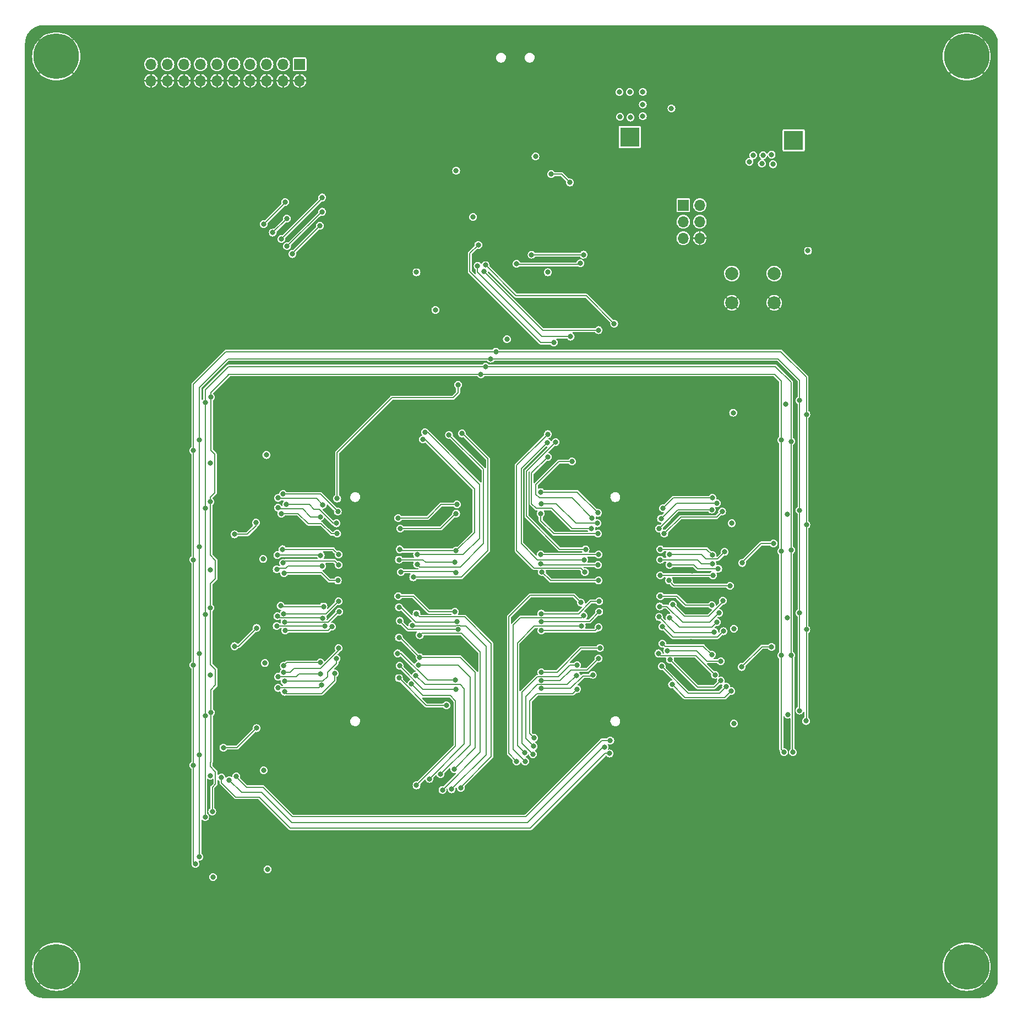
<source format=gbr>
%TF.GenerationSoftware,KiCad,Pcbnew,(6.0.0)*%
%TF.CreationDate,2022-10-06T12:47:50-04:00*%
%TF.ProjectId,ecp5u85-bse-usb_io-tester,65637035-7538-4352-9d62-73652d757362,A*%
%TF.SameCoordinates,Original*%
%TF.FileFunction,Copper,L4,Bot*%
%TF.FilePolarity,Positive*%
%FSLAX46Y46*%
G04 Gerber Fmt 4.6, Leading zero omitted, Abs format (unit mm)*
G04 Created by KiCad (PCBNEW (6.0.0)) date 2022-10-06 12:47:50*
%MOMM*%
%LPD*%
G01*
G04 APERTURE LIST*
%TA.AperFunction,ComponentPad*%
%ADD10C,2.000000*%
%TD*%
%TA.AperFunction,ComponentPad*%
%ADD11R,1.700000X1.700000*%
%TD*%
%TA.AperFunction,ComponentPad*%
%ADD12O,1.700000X1.700000*%
%TD*%
%TA.AperFunction,ComponentPad*%
%ADD13C,7.000000*%
%TD*%
%TA.AperFunction,ComponentPad*%
%ADD14R,3.000000X3.000000*%
%TD*%
%TA.AperFunction,ViaPad*%
%ADD15C,0.800000*%
%TD*%
%TA.AperFunction,Conductor*%
%ADD16C,0.200000*%
%TD*%
G04 APERTURE END LIST*
D10*
%TO.P,SW1,1,1*%
%TO.N,Net-(R20-Pad1)*%
X273400000Y-101400000D03*
X266900000Y-101400000D03*
%TO.P,SW1,2,2*%
%TO.N,GND*%
X273400000Y-105900000D03*
X266900000Y-105900000D03*
%TD*%
D11*
%TO.P,J5,1,Pin_1*%
%TO.N,/Test_{0}*%
X200425000Y-69225000D03*
D12*
%TO.P,J5,2,Pin_2*%
%TO.N,GND*%
X200425000Y-71765000D03*
%TO.P,J5,3,Pin_3*%
%TO.N,/Test_{1}*%
X197885000Y-69225000D03*
%TO.P,J5,4,Pin_4*%
%TO.N,GND*%
X197885000Y-71765000D03*
%TO.P,J5,5,Pin_5*%
%TO.N,/Test_{2}*%
X195345000Y-69225000D03*
%TO.P,J5,6,Pin_6*%
%TO.N,GND*%
X195345000Y-71765000D03*
%TO.P,J5,7,Pin_7*%
%TO.N,/Test_{3}*%
X192805000Y-69225000D03*
%TO.P,J5,8,Pin_8*%
%TO.N,GND*%
X192805000Y-71765000D03*
%TO.P,J5,9,Pin_9*%
%TO.N,/Test_{4}*%
X190265000Y-69225000D03*
%TO.P,J5,10,Pin_10*%
%TO.N,GND*%
X190265000Y-71765000D03*
%TO.P,J5,11,Pin_11*%
%TO.N,/Test_{5}*%
X187725000Y-69225000D03*
%TO.P,J5,12,Pin_12*%
%TO.N,GND*%
X187725000Y-71765000D03*
%TO.P,J5,13,Pin_13*%
%TO.N,/Test_{6}*%
X185185000Y-69225000D03*
%TO.P,J5,14,Pin_14*%
%TO.N,GND*%
X185185000Y-71765000D03*
%TO.P,J5,15,Pin_15*%
%TO.N,/Test_{7}*%
X182645000Y-69225000D03*
%TO.P,J5,16,Pin_16*%
%TO.N,GND*%
X182645000Y-71765000D03*
%TO.P,J5,17,Pin_17*%
%TO.N,/Test_{Power}*%
X180105000Y-69225000D03*
%TO.P,J5,18,Pin_18*%
%TO.N,GND*%
X180105000Y-71765000D03*
%TO.P,J5,19,Pin_19*%
%TO.N,/TestClock*%
X177565000Y-69225000D03*
%TO.P,J5,20,Pin_20*%
%TO.N,GND*%
X177565000Y-71765000D03*
%TD*%
D13*
%TO.P,H3,1,1*%
%TO.N,GND*%
X163000000Y-68000000D03*
%TD*%
D11*
%TO.P,J4,1,Pin_1*%
%TO.N,/PDI_DATA*%
X259425000Y-90875000D03*
D12*
%TO.P,J4,2,Pin_2*%
%TO.N,+3V3*%
X261965000Y-90875000D03*
%TO.P,J4,3,Pin_3*%
%TO.N,unconnected-(J4-Pad3)*%
X259425000Y-93415000D03*
%TO.P,J4,4,Pin_4*%
%TO.N,unconnected-(J4-Pad4)*%
X261965000Y-93415000D03*
%TO.P,J4,5,Pin_5*%
%TO.N,/PDI_CLK*%
X259425000Y-95955000D03*
%TO.P,J4,6,Pin_6*%
%TO.N,GND*%
X261965000Y-95955000D03*
%TD*%
D13*
%TO.P,H1,1,1*%
%TO.N,GND*%
X303000000Y-68000000D03*
%TD*%
%TO.P,H4,1,1*%
%TO.N,GND*%
X303000000Y-208000000D03*
%TD*%
D14*
%TO.P,TP1,1,1*%
%TO.N,+5V*%
X251200000Y-80400000D03*
%TD*%
D13*
%TO.P,H2,1,1*%
%TO.N,GND*%
X163000000Y-208000000D03*
%TD*%
D14*
%TO.P,TP2,1,1*%
%TO.N,+3V3*%
X276400000Y-80900000D03*
%TD*%
D15*
%TO.N,GND*%
X237750000Y-90750000D03*
X204200000Y-134300000D03*
X198000000Y-148700000D03*
X273300000Y-165100000D03*
X237000000Y-152300000D03*
X196300000Y-205300000D03*
X221200000Y-84100000D03*
X168500000Y-154100000D03*
X218200000Y-167700000D03*
X258600000Y-140800000D03*
X240400000Y-147700000D03*
X237400000Y-157600000D03*
X166700000Y-79000000D03*
X259200000Y-169500000D03*
X254100000Y-136200000D03*
X260800000Y-147100000D03*
X258300000Y-166300000D03*
X198000000Y-139700000D03*
X236700000Y-161200000D03*
X201400000Y-160400000D03*
X223100000Y-141300000D03*
X277700000Y-106800000D03*
X266900000Y-140900000D03*
X279792637Y-133425028D03*
X240700000Y-152000000D03*
X230200000Y-86700000D03*
X267400000Y-163200000D03*
X258726709Y-124756305D03*
X218500000Y-102800000D03*
X260900000Y-161000000D03*
X202799465Y-123451336D03*
X297000000Y-121500000D03*
X262354212Y-86059054D03*
X221700000Y-81900000D03*
X181547112Y-149084656D03*
X224400000Y-142600000D03*
X227100000Y-94300000D03*
X254000000Y-102300000D03*
X194200000Y-170000000D03*
X264100000Y-134300000D03*
X268100000Y-125000000D03*
X206500000Y-155000000D03*
X220600000Y-70700000D03*
X224200000Y-89400000D03*
X194800000Y-176500000D03*
X228600000Y-105900000D03*
X211759975Y-187759066D03*
X214000000Y-170200000D03*
X230600000Y-121800000D03*
X221500000Y-157600000D03*
X195300000Y-191700000D03*
X209100000Y-174900000D03*
X266100000Y-198000000D03*
X255600000Y-164600000D03*
X200700000Y-157400000D03*
X195600000Y-187500000D03*
X244200000Y-109100000D03*
X248400000Y-91200000D03*
X235500000Y-112500000D03*
X221700000Y-79900000D03*
X221200000Y-139500000D03*
X295600000Y-167900000D03*
X166000000Y-104100000D03*
X195100000Y-128100000D03*
X240700000Y-160800000D03*
X233800000Y-102200000D03*
X267200000Y-157100000D03*
X243200000Y-133900000D03*
X205500000Y-147000000D03*
X181547112Y-163252891D03*
X201261466Y-107092617D03*
X243000000Y-143000000D03*
X211200000Y-82500000D03*
X240200000Y-139600000D03*
X230500000Y-148800000D03*
X269000000Y-93400000D03*
X285600000Y-71200000D03*
X198100000Y-174500000D03*
X213500000Y-135100000D03*
X216100000Y-136900000D03*
X260500000Y-167300000D03*
X280400000Y-147600000D03*
X265100000Y-178500000D03*
X218800000Y-149000000D03*
X241000000Y-158900000D03*
X221500000Y-105700000D03*
X237677822Y-143280604D03*
X267300000Y-146800000D03*
X230900000Y-96100000D03*
X267000000Y-171700000D03*
X197900000Y-176000000D03*
X262900000Y-106500000D03*
X203358737Y-128950848D03*
X244200000Y-107400000D03*
X245600000Y-168600000D03*
X238000000Y-102700000D03*
X292600000Y-86300000D03*
X266600000Y-160800000D03*
X216000000Y-165100000D03*
X263000000Y-151100000D03*
X180600000Y-91600000D03*
X181200000Y-179000000D03*
X260600000Y-158000000D03*
X238900000Y-167800000D03*
X280538334Y-163066467D03*
X241700000Y-79000000D03*
X198100000Y-177400000D03*
X194100000Y-159700000D03*
X201500000Y-151800000D03*
X219700000Y-171200000D03*
X193800000Y-143800000D03*
X200800000Y-166800000D03*
X201300000Y-143000000D03*
X223800000Y-159300000D03*
%TO.N,/D2I2+*%
X215700000Y-163600000D03*
X223000000Y-167800000D03*
%TO.N,/D2I0-*%
X205800000Y-162900000D03*
X198100000Y-165707472D03*
%TO.N,/D2I2-*%
X217600000Y-164500000D03*
X218400000Y-180100000D03*
%TO.N,/D2I1+*%
X203800000Y-164700000D03*
X197115707Y-165117972D03*
%TO.N,/D2I3+*%
X224500000Y-165300000D03*
X215800000Y-161700000D03*
%TO.N,/D2I1-*%
X198100000Y-164100000D03*
X206100000Y-160600000D03*
%TO.N,/D2I3-*%
X218300000Y-163200000D03*
X220400000Y-179100000D03*
%TO.N,/D2IO4+*%
X203600000Y-163000000D03*
X197100000Y-163400000D03*
%TO.N,/D3I1+*%
X215500000Y-159800000D03*
X224400000Y-163900000D03*
%TO.N,/D2IO4-*%
X198000000Y-162700000D03*
X206400000Y-159000000D03*
%TO.N,/D3I1-*%
X218700000Y-161600000D03*
X222100000Y-178400000D03*
%TO.N,/D2IO6+*%
X198000000Y-161700000D03*
X203600000Y-161200000D03*
%TO.N,/D2I4-*%
X215700000Y-157400000D03*
X224200000Y-177600000D03*
X218900000Y-160400000D03*
%TO.N,/D2IO7-*%
X198200000Y-156300000D03*
X205400000Y-155700000D03*
%TO.N,/D3I0-*%
X218900000Y-157000000D03*
X222400000Y-180800000D03*
%TO.N,/D3I4+*%
X196900000Y-155600000D03*
X204300000Y-155600000D03*
%TO.N,/D3I2+*%
X215800000Y-154800000D03*
X224796460Y-156110500D03*
%TO.N,/D3I4-*%
X206500000Y-153400000D03*
X198100000Y-155000000D03*
%TO.N,/D3I2-*%
X223800000Y-180700000D03*
X217799998Y-155500000D03*
%TO.N,/D3I3+*%
X197000000Y-154100000D03*
X204000000Y-154400000D03*
%TO.N,/D3I5+*%
X224605628Y-154931499D03*
X215700000Y-152700000D03*
%TO.N,/D3I3-*%
X198000000Y-153700000D03*
X206400000Y-151800000D03*
%TO.N,/D3I5-*%
X225200000Y-180500000D03*
X218400000Y-153700000D03*
%TO.N,/D3IO0+*%
X197500000Y-152500000D03*
X204100000Y-152600000D03*
%TO.N,/D3I6+*%
X224300000Y-153400000D03*
X215600000Y-151000000D03*
%TO.N,/D3IO4-*%
X206300000Y-148600000D03*
X198021497Y-147489500D03*
%TO.N,/D3IO5-*%
X217900000Y-148100000D03*
X225400000Y-126000000D03*
%TO.N,/D2IO3+*%
X224500000Y-147400000D03*
X216000000Y-147300000D03*
%TO.N,/D2IO0-*%
X197900000Y-145900000D03*
X206400000Y-146200000D03*
%TO.N,/D2IO3-*%
X218500000Y-146100000D03*
X223400000Y-126200000D03*
%TO.N,/D2IO1+*%
X203900000Y-146400000D03*
X196900000Y-146900000D03*
%TO.N,/D2IO5+*%
X224322887Y-145808670D03*
X215700000Y-145400000D03*
%TO.N,/D2IO1-*%
X197800000Y-143800000D03*
X206400000Y-144600000D03*
%TO.N,/D2IO5-*%
X218500000Y-144600000D03*
X219700000Y-125800000D03*
%TO.N,/D2IO2+*%
X203670000Y-144730000D03*
X197000000Y-144700000D03*
%TO.N,/D3IO1+*%
X224500000Y-144000000D03*
X219400000Y-126900000D03*
X215800000Y-143800000D03*
%TO.N,/D2IO8-*%
X197600000Y-138300000D03*
X206200000Y-141400000D03*
%TO.N,/D3IO2+*%
X203600000Y-138800000D03*
X197100000Y-137400000D03*
%TO.N,/D3I7+*%
X215900000Y-140600000D03*
X224500000Y-138300000D03*
%TO.N,/D3IO2-*%
X198400000Y-136900000D03*
X206100000Y-139800000D03*
%TO.N,/D3IO7-*%
X204000000Y-137000000D03*
X197100000Y-135910500D03*
%TO.N,/D3IO7+*%
X224600000Y-136900000D03*
X215600000Y-139000000D03*
%TO.N,/D3IO6+*%
X197900000Y-135300000D03*
X206300000Y-138000000D03*
%TO.N,+3V3*%
X278600000Y-97900000D03*
X232300000Y-111500000D03*
X236700000Y-83400000D03*
X270200000Y-83200000D03*
X273200000Y-84600000D03*
X238600000Y-101200000D03*
X221300000Y-107000000D03*
X218400000Y-101200000D03*
X269600000Y-84200000D03*
X271500000Y-84500000D03*
X227100000Y-92700000D03*
X271700000Y-83200000D03*
X273000000Y-83100000D03*
%TO.N,/D6I1-*%
X237600000Y-165200000D03*
X245500000Y-163100000D03*
%TO.N,/D6IO0-*%
X266800000Y-165600000D03*
X257700000Y-164600000D03*
%TO.N,/D6I2+*%
X243100000Y-165300000D03*
X236500000Y-172800000D03*
%TO.N,/D6IO1+*%
X256100000Y-161800000D03*
X266000000Y-164900000D03*
%TO.N,/D6I2-*%
X237600000Y-164000000D03*
X246400000Y-160600000D03*
%TO.N,/D6IO1-*%
X257366840Y-160733160D03*
X265200000Y-164000000D03*
%TO.N,/D6I5+*%
X243000000Y-163200000D03*
X236400000Y-174100000D03*
%TO.N,/D6IO3+*%
X264300000Y-163100000D03*
X255600000Y-159800000D03*
%TO.N,/D6I5-*%
X237600000Y-162700000D03*
X246600000Y-159000000D03*
%TO.N,/D6IO3-*%
X257000000Y-159400000D03*
X265200000Y-161000000D03*
%TO.N,/D6I3+*%
X243100000Y-161600000D03*
X236300000Y-175300000D03*
%TO.N,/D6IO5+*%
X256200000Y-158300000D03*
X263800000Y-159999998D03*
%TO.N,/D6I0-*%
X246400000Y-155800000D03*
X237600000Y-156300000D03*
%TO.N,/D6IO4-*%
X265600000Y-156400000D03*
X256200000Y-155700000D03*
%TO.N,/S60*%
X235000000Y-175100000D03*
X243800000Y-155600000D03*
%TO.N,/D6IO2+*%
X255700000Y-154200000D03*
X264200000Y-156500000D03*
%TO.N,/S86*%
X246500000Y-153400000D03*
X237600000Y-154900000D03*
%TO.N,/D6IO2-*%
X257300000Y-154300000D03*
X264600000Y-155000000D03*
%TO.N,/S84*%
X244100000Y-154000000D03*
X235100000Y-176400000D03*
%TO.N,/D6IO6+*%
X264900000Y-153600000D03*
X255800000Y-152600000D03*
%TO.N,/S13*%
X237600000Y-153700000D03*
X246500000Y-151800000D03*
%TO.N,/D6IO6-*%
X265500000Y-151700000D03*
X257800000Y-152300000D03*
%TO.N,/S14*%
X243700000Y-152000000D03*
X233800000Y-176400000D03*
%TO.N,/D6IO7+*%
X263800000Y-152400000D03*
X255900000Y-151000000D03*
%TO.N,/S06*%
X237700000Y-147300000D03*
X246400000Y-148600000D03*
%TO.N,/D6I6-*%
X257200000Y-148600000D03*
X266600000Y-149400000D03*
%TO.N,/S00*%
X244300000Y-147300000D03*
X238600000Y-126100000D03*
%TO.N,/D6I7+*%
X255900000Y-147800000D03*
X264000000Y-147800000D03*
%TO.N,/S04*%
X237500000Y-146000000D03*
X246300000Y-146200000D03*
%TO.N,/D6I7-*%
X264800000Y-146800000D03*
X257300000Y-146200000D03*
%TO.N,/S02*%
X238500000Y-127400000D03*
X244200000Y-145400000D03*
%TO.N,/D6I4+*%
X255900000Y-145400000D03*
X263900000Y-146000000D03*
%TO.N,/S01*%
X246400000Y-144600000D03*
X237500000Y-144600000D03*
%TO.N,/D6I4-*%
X257300000Y-144600000D03*
X265800000Y-144200000D03*
%TO.N,/S07*%
X239800000Y-127300000D03*
X244400000Y-143800000D03*
%TO.N,/S12*%
X263900000Y-144700000D03*
X255900000Y-143800000D03*
%TO.N,/S10*%
X246300000Y-141400000D03*
X237500000Y-138300000D03*
%TO.N,/S80*%
X256500000Y-141400000D03*
X265400000Y-138000000D03*
%TO.N,/S81*%
X238600000Y-129600000D03*
X245300000Y-140600000D03*
%TO.N,/S16*%
X255700000Y-140600000D03*
X263800000Y-137700000D03*
%TO.N,/S19*%
X246200000Y-139800000D03*
X237600000Y-136800000D03*
%TO.N,/S110*%
X256000000Y-139100000D03*
X264600000Y-136700000D03*
%TO.N,/S85*%
X242300000Y-130300000D03*
X245400000Y-139000000D03*
%TO.N,/S82*%
X256300000Y-137500000D03*
X263900000Y-135900000D03*
%TO.N,/S15*%
X237500000Y-135000000D03*
X246300000Y-138200000D03*
%TO.N,+5V*%
X275400000Y-138400000D03*
X187100000Y-194200000D03*
X275500000Y-169200000D03*
X251300000Y-77400000D03*
X267200000Y-156000000D03*
X186700000Y-130500000D03*
X194900000Y-177800000D03*
X195100000Y-161300000D03*
X249700000Y-77300000D03*
X257600000Y-76000000D03*
X253200000Y-75400000D03*
X275210500Y-121508039D03*
X186700000Y-163100000D03*
X186700000Y-147000000D03*
X253200000Y-73500000D03*
X195500000Y-193000000D03*
X249600000Y-73500000D03*
X267200000Y-170600000D03*
X186700000Y-178600000D03*
X266900000Y-139800000D03*
X224500000Y-85600000D03*
X267100000Y-122800000D03*
X194800000Y-145300000D03*
X275400000Y-154300000D03*
X253200000Y-77200000D03*
X195300000Y-129300000D03*
X251200000Y-73500000D03*
%TO.N,/J2-2_3.3V*%
X190700000Y-178700000D03*
X248200000Y-173200000D03*
%TO.N,/J2-4_3.3V*%
X247300000Y-174200000D03*
X189600000Y-179300000D03*
%TO.N,/J2-6_3.3V*%
X188400000Y-178900000D03*
X248100000Y-175200000D03*
%TO.N,/A_{0}*%
X186700000Y-136500000D03*
X186700000Y-152800000D03*
X274900000Y-175000000D03*
X274500000Y-144100000D03*
X274500000Y-127000000D03*
X186800000Y-120400000D03*
X187000000Y-184100000D03*
X274500000Y-160100000D03*
X186800000Y-168900000D03*
X228300000Y-116900000D03*
%TO.N,/A_{1}*%
X185900000Y-153800000D03*
X276000000Y-143900000D03*
X185900000Y-169400000D03*
X185900000Y-185000000D03*
X185900000Y-121200000D03*
X229000000Y-115700000D03*
X185900000Y-137500000D03*
X276000000Y-160100000D03*
X276300000Y-175000000D03*
X276000000Y-127200000D03*
%TO.N,/A_{3}*%
X184400000Y-192200000D03*
X278350000Y-123050000D03*
X184100000Y-177000000D03*
X278350000Y-140050000D03*
X278300000Y-170200000D03*
X184100000Y-161600000D03*
X184100000Y-145400000D03*
X184100000Y-128600000D03*
X278350000Y-156150000D03*
X230600000Y-113400000D03*
%TO.N,/A_{2}*%
X229800000Y-114500000D03*
X185000000Y-143400000D03*
X185000000Y-191100000D03*
X185000000Y-127000000D03*
X185000000Y-175400000D03*
X277300000Y-137800000D03*
X277300000Y-153600000D03*
X277300000Y-168600000D03*
X277300000Y-120900000D03*
X185000000Y-159800000D03*
%TO.N,/TestClock*%
X224800000Y-118500000D03*
X206200000Y-136000000D03*
%TO.N,/PDI_DATA*%
X236100000Y-98500000D03*
X244100000Y-98500000D03*
%TO.N,/PDI_CLK*%
X243600000Y-99800000D03*
X233800000Y-99900000D03*
%TO.N,/Test_{0}*%
X248800000Y-109100000D03*
X229000000Y-100100000D03*
%TO.N,/Test_{1}*%
X239500000Y-112000000D03*
X227900000Y-97000000D03*
%TO.N,/Test_{2}*%
X242100000Y-111100000D03*
X273300000Y-142900000D03*
X268500000Y-145900000D03*
X227800000Y-100200000D03*
%TO.N,/Test_{3}*%
X273000000Y-158800000D03*
X268400000Y-161900000D03*
X246400000Y-110100000D03*
X228800000Y-101100000D03*
%TO.N,/Test_{4}*%
X197600000Y-96100000D03*
X190400000Y-158700000D03*
X203900000Y-89700000D03*
X193800000Y-155900000D03*
%TO.N,/Test_{5}*%
X190400000Y-141500000D03*
X193700000Y-139700000D03*
X198500000Y-97200000D03*
X203900000Y-91900000D03*
%TO.N,/Test_{6}*%
X203550000Y-94050000D03*
X199300000Y-98400000D03*
%TO.N,/Test_{7}*%
X198200000Y-90400000D03*
X194900000Y-93800000D03*
%TO.N,/Test_{Power}*%
X196300000Y-95100000D03*
X193800000Y-171300000D03*
X198450000Y-92950000D03*
X188700000Y-174300000D03*
%TO.N,/RTS*%
X242000000Y-87400000D03*
X239100000Y-86100000D03*
%TD*%
D16*
%TO.N,/D2I2+*%
X219900000Y-167800000D02*
X223000000Y-167800000D01*
X215700000Y-163600000D02*
X219900000Y-167800000D01*
%TO.N,/D2I0-*%
X205800000Y-164000000D02*
X203800000Y-166000000D01*
X203800000Y-166000000D02*
X198392528Y-166000000D01*
X198392528Y-166000000D02*
X198100000Y-165707472D01*
X205800000Y-162900000D02*
X205800000Y-164000000D01*
%TO.N,/D2I2-*%
X224400000Y-174100000D02*
X224400000Y-167100000D01*
X219400000Y-166300000D02*
X223600000Y-166300000D01*
X217600000Y-164500000D02*
X219400000Y-166300000D01*
X224400000Y-174100000D02*
X218400000Y-180100000D01*
X224400000Y-167100000D02*
X223600000Y-166300000D01*
%TO.N,/D2I1+*%
X203382028Y-165117972D02*
X203800000Y-164700000D01*
X197115707Y-165117972D02*
X203382028Y-165117972D01*
%TO.N,/D2I3+*%
X215800000Y-161700000D02*
X219400000Y-165300000D01*
X219400000Y-165300000D02*
X224500000Y-165300000D01*
%TO.N,/D2I1-*%
X204716841Y-162716841D02*
X206100000Y-161333681D01*
X206100000Y-161333681D02*
X206100000Y-160600000D01*
X198100000Y-164100000D02*
X204000000Y-164100000D01*
X204000000Y-164100000D02*
X204716841Y-163383159D01*
X204716841Y-163383159D02*
X204716841Y-162716841D01*
%TO.N,/D2I3-*%
X219700000Y-164600000D02*
X218300000Y-163200000D01*
X225100000Y-164600000D02*
X219700000Y-164600000D01*
X220400000Y-179100000D02*
X225750000Y-173750000D01*
X225750000Y-173750000D02*
X225750000Y-165250000D01*
X225750000Y-165250000D02*
X225100000Y-164600000D01*
%TO.N,/D2IO4+*%
X203600000Y-163000000D02*
X200300000Y-163000000D01*
X200300000Y-163000000D02*
X199900000Y-163400000D01*
X197100000Y-163400000D02*
X199900000Y-163400000D01*
%TO.N,/D3I1+*%
X220100000Y-163900000D02*
X224400000Y-163900000D01*
X216000000Y-159800000D02*
X220100000Y-163900000D01*
X215500000Y-159800000D02*
X216000000Y-159800000D01*
%TO.N,/D2IO4-*%
X206400000Y-159366319D02*
X203633160Y-162133160D01*
X203633160Y-162133160D02*
X199566840Y-162133160D01*
X206400000Y-159000000D02*
X206400000Y-159366319D01*
X199000000Y-162700000D02*
X198000000Y-162700000D01*
X199566840Y-162133160D02*
X199000000Y-162700000D01*
%TO.N,/D3I1-*%
X222100000Y-178400000D02*
X226650000Y-173850000D01*
X224800000Y-161600000D02*
X218700000Y-161600000D01*
X226650000Y-163450000D02*
X224800000Y-161600000D01*
X226650000Y-173850000D02*
X226650000Y-163450000D01*
%TO.N,/D2IO6+*%
X203600000Y-161200000D02*
X198500000Y-161200000D01*
X198500000Y-161200000D02*
X198000000Y-161700000D01*
%TO.N,/D2I4-*%
X227450000Y-162750000D02*
X225100000Y-160400000D01*
X227450000Y-174350000D02*
X227450000Y-162750000D01*
X215700000Y-157400000D02*
X215900000Y-157400000D01*
X225100000Y-160400000D02*
X218900000Y-160400000D01*
X224200000Y-177600000D02*
X227450000Y-174350000D01*
X215900000Y-157400000D02*
X218900000Y-160400000D01*
%TO.N,/D2IO7-*%
X204800000Y-156300000D02*
X205400000Y-155700000D01*
X198200000Y-156300000D02*
X204800000Y-156300000D01*
%TO.N,/D3I0-*%
X222400000Y-180800000D02*
X228200000Y-175000000D01*
X225300000Y-156700000D02*
X219200000Y-156700000D01*
X219200000Y-156700000D02*
X218900000Y-157000000D01*
X228200000Y-175000000D02*
X228200000Y-159600000D01*
X228200000Y-159600000D02*
X225300000Y-156700000D01*
%TO.N,/D3I4+*%
X196900000Y-155600000D02*
X204300000Y-155600000D01*
%TO.N,/D3I2+*%
X217110499Y-156110499D02*
X224796460Y-156110500D01*
X215800000Y-154800000D02*
X217110499Y-156110499D01*
%TO.N,/D3I4-*%
X206400000Y-153400000D02*
X204800000Y-155000000D01*
X206500000Y-153400000D02*
X206400000Y-153400000D01*
X204800000Y-155000000D02*
X198100000Y-155000000D01*
%TO.N,/D3I2-*%
X223800000Y-180700000D02*
X229100000Y-175400000D01*
X225040640Y-155520999D02*
X225110992Y-155591351D01*
X229100000Y-158700000D02*
X229100000Y-175300000D01*
X225991351Y-155591351D02*
X229100000Y-158700000D01*
X225110992Y-155591351D02*
X225991351Y-155591351D01*
X217891349Y-155591351D02*
X224481928Y-155591351D01*
X224481928Y-155591351D02*
X224552280Y-155520999D01*
X217799998Y-155500000D02*
X217891349Y-155591351D01*
X224552280Y-155520999D02*
X225040640Y-155520999D01*
X229100000Y-175300000D02*
X229100000Y-175400000D01*
%TO.N,/D3I3+*%
X197000000Y-154100000D02*
X197200000Y-154300000D01*
X197200000Y-154300000D02*
X204000000Y-154300000D01*
X204000000Y-154300000D02*
X204000000Y-154400000D01*
%TO.N,/D3I5+*%
X224537127Y-155000000D02*
X224605628Y-154931499D01*
X216000000Y-152700000D02*
X218300000Y-155000000D01*
X218300000Y-155000000D02*
X224537127Y-155000000D01*
X215700000Y-152700000D02*
X216000000Y-152700000D01*
%TO.N,/D3I3-*%
X198000000Y-153700000D02*
X204500000Y-153700000D01*
X204500000Y-153700000D02*
X206400000Y-151800000D01*
%TO.N,/D3I5-*%
X225800000Y-154200000D02*
X218900000Y-154200000D01*
X229900000Y-175700000D02*
X225100000Y-180500000D01*
X229900000Y-158300000D02*
X229900000Y-175700000D01*
X225100000Y-180500000D02*
X225200000Y-180500000D01*
X229900000Y-158300000D02*
X225800000Y-154200000D01*
X218900000Y-154200000D02*
X218400000Y-153700000D01*
%TO.N,/D3IO0+*%
X197500000Y-152500000D02*
X197600000Y-152600000D01*
X197600000Y-152600000D02*
X204100000Y-152600000D01*
%TO.N,/D3I6+*%
X220300000Y-153400000D02*
X217900000Y-151000000D01*
X224300000Y-153400000D02*
X220300000Y-153400000D01*
X215600000Y-151000000D02*
X217900000Y-151000000D01*
%TO.N,/D3IO4-*%
X205000000Y-148600000D02*
X203800000Y-147400000D01*
X206300000Y-148600000D02*
X205000000Y-148600000D01*
X198110997Y-147400000D02*
X198021497Y-147489500D01*
X203800000Y-147400000D02*
X198110997Y-147400000D01*
%TO.N,/D3IO5-*%
X229400000Y-144000000D02*
X229400000Y-129900000D01*
X217900000Y-148100000D02*
X225300000Y-148100000D01*
X225500000Y-126000000D02*
X225400000Y-126000000D01*
X225300000Y-148100000D02*
X229400000Y-144000000D01*
X229400000Y-129900000D02*
X225500000Y-126000000D01*
%TO.N,/D2IO3+*%
X224300000Y-147200000D02*
X224500000Y-147400000D01*
X216000000Y-147300000D02*
X216100000Y-147200000D01*
X216100000Y-147200000D02*
X224300000Y-147200000D01*
%TO.N,/D2IO0-*%
X198200000Y-145600000D02*
X197900000Y-145900000D01*
X205800000Y-145600000D02*
X198200000Y-145600000D01*
X206400000Y-146200000D02*
X205800000Y-145600000D01*
%TO.N,/D2IO3-*%
X218500000Y-146100000D02*
X218900000Y-146500000D01*
X228700000Y-142900000D02*
X228700000Y-131500000D01*
X225100000Y-146500000D02*
X228700000Y-142900000D01*
X218900000Y-146500000D02*
X225100000Y-146500000D01*
X228700000Y-131500000D02*
X223400000Y-126200000D01*
%TO.N,/D2IO1+*%
X197100000Y-146700000D02*
X196900000Y-146900000D01*
X203900000Y-146400000D02*
X198600000Y-146400000D01*
X198600000Y-146400000D02*
X198300000Y-146700000D01*
X198300000Y-146700000D02*
X197100000Y-146700000D01*
%TO.N,/D2IO5+*%
X219808670Y-145808670D02*
X219400000Y-145400000D01*
X219400000Y-145400000D02*
X215700000Y-145400000D01*
X224322887Y-145808670D02*
X219808670Y-145808670D01*
%TO.N,/D2IO1-*%
X206400000Y-144600000D02*
X205600000Y-143800000D01*
X205600000Y-143800000D02*
X197800000Y-143800000D01*
%TO.N,/D2IO5-*%
X220100000Y-125800000D02*
X228100000Y-133800000D01*
X225600000Y-144600000D02*
X218500000Y-144600000D01*
X228100000Y-133800000D02*
X228100000Y-142100000D01*
X228100000Y-142100000D02*
X225600000Y-144600000D01*
X219700000Y-125800000D02*
X220100000Y-125800000D01*
%TO.N,/D2IO2+*%
X203640000Y-144700000D02*
X203670000Y-144730000D01*
X197000000Y-144700000D02*
X203640000Y-144700000D01*
%TO.N,/D3IO1+*%
X227300000Y-134500000D02*
X219700000Y-126900000D01*
X215800000Y-143800000D02*
X216000000Y-144000000D01*
X219700000Y-126900000D02*
X219400000Y-126900000D01*
X227300000Y-141200000D02*
X227300000Y-134500000D01*
X224500000Y-144000000D02*
X227300000Y-141200000D01*
X216000000Y-144000000D02*
X224500000Y-144000000D01*
%TO.N,/D2IO8-*%
X203750000Y-139850000D02*
X201750000Y-139850000D01*
X206200000Y-141400000D02*
X205300000Y-141400000D01*
X201750000Y-139850000D02*
X200200000Y-138300000D01*
X200200000Y-138300000D02*
X197600000Y-138300000D01*
X205300000Y-141400000D02*
X203750000Y-139850000D01*
%TO.N,/D3IO2+*%
X202100000Y-138800000D02*
X200900000Y-137600000D01*
X200900000Y-137600000D02*
X197300000Y-137600000D01*
X197300000Y-137600000D02*
X197100000Y-137400000D01*
X203600000Y-138800000D02*
X202100000Y-138800000D01*
%TO.N,/D3I7+*%
X224400000Y-138300000D02*
X224500000Y-138300000D01*
X222100000Y-140600000D02*
X224400000Y-138300000D01*
X215900000Y-140600000D02*
X222100000Y-140600000D01*
%TO.N,/D3IO2-*%
X202650000Y-137650000D02*
X203450000Y-137650000D01*
X198400000Y-136900000D02*
X201900000Y-136900000D01*
X205600000Y-139800000D02*
X206100000Y-139800000D01*
X201900000Y-136900000D02*
X202650000Y-137650000D01*
X203450000Y-137650000D02*
X205600000Y-139800000D01*
%TO.N,/D3IO7-*%
X203000000Y-136000000D02*
X204000000Y-137000000D01*
X197189500Y-136000000D02*
X203000000Y-136000000D01*
X197100000Y-135910500D02*
X197189500Y-136000000D01*
%TO.N,/D3IO7+*%
X220100000Y-139000000D02*
X222200000Y-136900000D01*
X222200000Y-136900000D02*
X224600000Y-136900000D01*
X215600000Y-139000000D02*
X220100000Y-139000000D01*
%TO.N,/D3IO6+*%
X206300000Y-138000000D02*
X203600000Y-135300000D01*
X203600000Y-135300000D02*
X197900000Y-135300000D01*
%TO.N,/D6I1-*%
X242100000Y-165200000D02*
X237600000Y-165200000D01*
X245300000Y-163300000D02*
X244000000Y-163300000D01*
X245500000Y-163100000D02*
X245300000Y-163300000D01*
X244000000Y-163300000D02*
X242100000Y-165200000D01*
%TO.N,/D6IO0-*%
X257700000Y-164600000D02*
X259700000Y-166600000D01*
X259700000Y-166600000D02*
X265800000Y-166600000D01*
X265800000Y-166600000D02*
X266800000Y-165600000D01*
%TO.N,/D6I2+*%
X235800000Y-172100000D02*
X235800000Y-167100000D01*
X235800000Y-167100000D02*
X236900000Y-166000000D01*
X236900000Y-166000000D02*
X242400000Y-166000000D01*
X236500000Y-172800000D02*
X235800000Y-172100000D01*
X242400000Y-166000000D02*
X243100000Y-165300000D01*
%TO.N,/D6IO1+*%
X256100000Y-161800000D02*
X260200000Y-165900000D01*
X260200000Y-165900000D02*
X265000000Y-165900000D01*
X265000000Y-165900000D02*
X266000000Y-164900000D01*
%TO.N,/D6I2-*%
X246400000Y-160600000D02*
X244650000Y-162350000D01*
X240500000Y-164000000D02*
X237600000Y-164000000D01*
X244650000Y-162350000D02*
X242150000Y-162350000D01*
X242150000Y-162350000D02*
X240500000Y-164000000D01*
%TO.N,/D6IO1-*%
X261633680Y-165000000D02*
X264200000Y-165000000D01*
X264200000Y-165000000D02*
X265200000Y-164000000D01*
X257366840Y-160733160D02*
X261633680Y-165000000D01*
%TO.N,/D6I5+*%
X235200000Y-172900000D02*
X236400000Y-174100000D01*
X241600000Y-164600000D02*
X237000000Y-164600000D01*
X243000000Y-163200000D02*
X241600000Y-164600000D01*
X237000000Y-164600000D02*
X235200000Y-166400000D01*
X235200000Y-166400000D02*
X235200000Y-172900000D01*
%TO.N,/D6IO3+*%
X261343649Y-160143649D02*
X264300000Y-163100000D01*
X255943649Y-160143649D02*
X261343649Y-160143649D01*
X255600000Y-159800000D02*
X255943649Y-160143649D01*
%TO.N,/D6I5-*%
X237600000Y-162700000D02*
X240000000Y-162700000D01*
X243700000Y-159000000D02*
X246600000Y-159000000D01*
X240000000Y-162700000D02*
X243700000Y-159000000D01*
%TO.N,/D6IO3-*%
X261500000Y-159400000D02*
X263100000Y-161000000D01*
X263100000Y-161000000D02*
X265100000Y-161000000D01*
X257000000Y-159400000D02*
X261500000Y-159400000D01*
X265100000Y-161000000D02*
X265200000Y-161000000D01*
%TO.N,/D6I3+*%
X240200000Y-163400000D02*
X242000000Y-161600000D01*
X237000000Y-163400000D02*
X234600000Y-165800000D01*
X243100000Y-161600000D02*
X242000000Y-161600000D01*
X234600000Y-165800000D02*
X234600000Y-173600000D01*
X240200000Y-163400000D02*
X237000000Y-163400000D01*
X234600000Y-173600000D02*
X236300000Y-175300000D01*
%TO.N,/D6IO5+*%
X256600000Y-158700000D02*
X262500002Y-158700000D01*
X262500002Y-158700000D02*
X263800000Y-159999998D01*
X256200000Y-158300000D02*
X256600000Y-158700000D01*
%TO.N,/D6I0-*%
X245900000Y-156300000D02*
X246400000Y-155800000D01*
X237600000Y-156300000D02*
X245900000Y-156300000D01*
%TO.N,/D6IO4-*%
X257800000Y-157300000D02*
X264700000Y-157300000D01*
X256200000Y-155700000D02*
X257800000Y-157300000D01*
X264700000Y-157300000D02*
X265600000Y-156400000D01*
%TO.N,/S60*%
X233900000Y-174000000D02*
X235000000Y-175100000D01*
X243800000Y-155600000D02*
X236500000Y-155600000D01*
X233900000Y-158200000D02*
X233900000Y-174000000D01*
X236500000Y-155600000D02*
X233900000Y-158200000D01*
%TO.N,/D6IO2+*%
X255700000Y-154200000D02*
X258100000Y-156600000D01*
X264100000Y-156600000D02*
X264200000Y-156500000D01*
X258100000Y-156600000D02*
X264100000Y-156600000D01*
%TO.N,/S86*%
X246500000Y-153400000D02*
X245000000Y-154900000D01*
X245000000Y-154900000D02*
X237600000Y-154900000D01*
%TO.N,/D6IO2-*%
X257300000Y-154300000D02*
X258800000Y-155800000D01*
X258800000Y-155800000D02*
X263800000Y-155800000D01*
X263800000Y-155800000D02*
X264600000Y-155000000D01*
%TO.N,/S84*%
X233300000Y-174600000D02*
X235100000Y-176400000D01*
X233300000Y-155400000D02*
X233300000Y-174600000D01*
X234400000Y-154300000D02*
X233300000Y-155400000D01*
X244100000Y-154000000D02*
X243800000Y-154300000D01*
X243800000Y-154300000D02*
X234400000Y-154300000D01*
%TO.N,/D6IO6+*%
X259300000Y-155000000D02*
X263500000Y-155000000D01*
X255800000Y-152600000D02*
X256900000Y-152600000D01*
X263500000Y-155000000D02*
X264900000Y-153600000D01*
X256900000Y-152600000D02*
X259300000Y-155000000D01*
%TO.N,/S13*%
X246500000Y-151800000D02*
X245200000Y-151800000D01*
X245200000Y-151800000D02*
X243300000Y-153700000D01*
X243300000Y-153700000D02*
X237600000Y-153700000D01*
%TO.N,/D6IO6-*%
X263300000Y-154100000D02*
X265500000Y-151900000D01*
X265500000Y-151900000D02*
X265500000Y-151700000D01*
X257800000Y-152300000D02*
X259600000Y-154100000D01*
X259600000Y-154100000D02*
X263300000Y-154100000D01*
%TO.N,/S14*%
X243700000Y-152000000D02*
X242600000Y-150900000D01*
X235900000Y-150900000D02*
X232600000Y-154200000D01*
X232600000Y-175200000D02*
X233800000Y-176400000D01*
X232600000Y-154200000D02*
X232600000Y-175200000D01*
X242600000Y-150900000D02*
X235900000Y-150900000D01*
%TO.N,/D6IO7+*%
X255900000Y-151000000D02*
X258400000Y-151000000D01*
X259800000Y-152400000D02*
X263800000Y-152400000D01*
X258400000Y-151000000D02*
X259800000Y-152400000D01*
%TO.N,/S06*%
X239000000Y-148600000D02*
X237700000Y-147300000D01*
X246400000Y-148600000D02*
X239000000Y-148600000D01*
%TO.N,/D6I6-*%
X257200000Y-148600000D02*
X258000000Y-149400000D01*
X258000000Y-149400000D02*
X266600000Y-149400000D01*
%TO.N,/S00*%
X233800000Y-144000000D02*
X233800000Y-130900000D01*
X244300000Y-147300000D02*
X243700000Y-146700000D01*
X233800000Y-130900000D02*
X238600000Y-126100000D01*
X236500000Y-146700000D02*
X233800000Y-144000000D01*
X243700000Y-146700000D02*
X236500000Y-146700000D01*
%TO.N,/D6I7+*%
X255900000Y-147800000D02*
X264000000Y-147800000D01*
%TO.N,/S04*%
X237700000Y-146200000D02*
X237500000Y-146000000D01*
X246300000Y-146200000D02*
X237700000Y-146200000D01*
%TO.N,/D6I7-*%
X261000000Y-146200000D02*
X261600000Y-146800000D01*
X264400000Y-146800000D02*
X264800000Y-146800000D01*
X257300000Y-146200000D02*
X261000000Y-146200000D01*
X261600000Y-146800000D02*
X264400000Y-146800000D01*
%TO.N,/S02*%
X234500000Y-131400000D02*
X238500000Y-127400000D01*
X244200000Y-145400000D02*
X237000000Y-145400000D01*
X234500000Y-142900000D02*
X234500000Y-131400000D01*
X237000000Y-145400000D02*
X234500000Y-142900000D01*
%TO.N,/D6I4+*%
X255900000Y-145400000D02*
X261600000Y-145400000D01*
X261600000Y-145400000D02*
X262200000Y-146000000D01*
X262200000Y-146000000D02*
X263900000Y-146000000D01*
%TO.N,/S01*%
X246400000Y-144600000D02*
X237500000Y-144600000D01*
%TO.N,/D6I4-*%
X257300000Y-144600000D02*
X262200000Y-144600000D01*
X262900000Y-145300000D02*
X264700000Y-145300000D01*
X262200000Y-144600000D02*
X262900000Y-145300000D01*
X264700000Y-145300000D02*
X265800000Y-144200000D01*
%TO.N,/S07*%
X235300000Y-131800000D02*
X239800000Y-127300000D01*
X244400000Y-143800000D02*
X240400000Y-143800000D01*
X235300000Y-138700000D02*
X235300000Y-131800000D01*
X240400000Y-143800000D02*
X235300000Y-138700000D01*
%TO.N,/S12*%
X263000000Y-143800000D02*
X263900000Y-144700000D01*
X255900000Y-143800000D02*
X263000000Y-143800000D01*
%TO.N,/S10*%
X237500000Y-139400000D02*
X237500000Y-138300000D01*
X239500000Y-141400000D02*
X237500000Y-139400000D01*
X246300000Y-141400000D02*
X239500000Y-141400000D01*
%TO.N,/S80*%
X264550000Y-138850000D02*
X265400000Y-138000000D01*
X259050000Y-138850000D02*
X256500000Y-141400000D01*
X264550000Y-138850000D02*
X259050000Y-138850000D01*
%TO.N,/S81*%
X242300000Y-140600000D02*
X245300000Y-140600000D01*
X236100000Y-136800000D02*
X236800000Y-137500000D01*
X236800000Y-137500000D02*
X239200000Y-137500000D01*
X239200000Y-137500000D02*
X242300000Y-140600000D01*
X238600000Y-129600000D02*
X236100000Y-132100000D01*
X236100000Y-132100000D02*
X236100000Y-136800000D01*
%TO.N,/S16*%
X258600000Y-137700000D02*
X263800000Y-137700000D01*
X255700000Y-140600000D02*
X258600000Y-137700000D01*
%TO.N,/S19*%
X246200000Y-139800000D02*
X242900000Y-139800000D01*
X239900000Y-136800000D02*
X237600000Y-136800000D01*
X242900000Y-139800000D02*
X239900000Y-136800000D01*
%TO.N,/S110*%
X256000000Y-139100000D02*
X258400000Y-136700000D01*
X264600000Y-136700000D02*
X258400000Y-136700000D01*
%TO.N,/S85*%
X236750000Y-133850000D02*
X240300000Y-130300000D01*
X240300000Y-130300000D02*
X242300000Y-130300000D01*
X242300000Y-135900000D02*
X237300000Y-135900000D01*
X236750000Y-135350000D02*
X236750000Y-133850000D01*
X237300000Y-135900000D02*
X236750000Y-135350000D01*
X245400000Y-139000000D02*
X242300000Y-135900000D01*
%TO.N,/S82*%
X257900000Y-135900000D02*
X263900000Y-135900000D01*
X256300000Y-137500000D02*
X257900000Y-135900000D01*
%TO.N,/S15*%
X246300000Y-138200000D02*
X243100000Y-135000000D01*
X243100000Y-135000000D02*
X237500000Y-135000000D01*
%TO.N,/J2-2_3.3V*%
X192300000Y-180400000D02*
X194800000Y-180400000D01*
X194800000Y-180400000D02*
X199300000Y-184900000D01*
X199300000Y-184900000D02*
X235200000Y-184900000D01*
X235200000Y-184900000D02*
X246900000Y-173200000D01*
X246900000Y-173200000D02*
X248200000Y-173200000D01*
X190700000Y-178800000D02*
X192300000Y-180400000D01*
X190700000Y-178700000D02*
X190700000Y-178800000D01*
%TO.N,/J2-4_3.3V*%
X194600000Y-181200000D02*
X199200000Y-185800000D01*
X199200000Y-185800000D02*
X235500000Y-185800000D01*
X247100000Y-174200000D02*
X247300000Y-174200000D01*
X191500000Y-181200000D02*
X194600000Y-181200000D01*
X235500000Y-185800000D02*
X247100000Y-174200000D01*
X189600000Y-179300000D02*
X191500000Y-181200000D01*
%TO.N,/J2-6_3.3V*%
X199000000Y-186700000D02*
X235900000Y-186700000D01*
X188400000Y-179700000D02*
X190600000Y-181900000D01*
X247400000Y-175200000D02*
X248100000Y-175200000D01*
X190600000Y-181900000D02*
X194200000Y-181900000D01*
X194200000Y-181900000D02*
X199000000Y-186700000D01*
X235900000Y-186700000D02*
X247400000Y-175200000D01*
X188400000Y-178900000D02*
X188400000Y-179700000D01*
%TO.N,/A_{0}*%
X186800000Y-168900000D02*
X186800000Y-176500000D01*
X186700000Y-152800000D02*
X186700000Y-161500000D01*
X274500000Y-127000000D02*
X274500000Y-144100000D01*
X186700000Y-136500000D02*
X186700000Y-144700000D01*
X186700000Y-161500000D02*
X187500000Y-162300000D01*
X187500000Y-148300000D02*
X186700000Y-149100000D01*
X186700000Y-149100000D02*
X186700000Y-152800000D01*
X189400000Y-116900000D02*
X228300000Y-116900000D01*
X186800000Y-176500000D02*
X186700000Y-176600000D01*
X274500000Y-117900000D02*
X274500000Y-126700000D01*
X186700000Y-135800000D02*
X186700000Y-136500000D01*
X187400000Y-129200000D02*
X187400000Y-135100000D01*
X187500000Y-145500000D02*
X187500000Y-148300000D01*
X274500000Y-144100000D02*
X274500000Y-160100000D01*
X186800000Y-165400000D02*
X187500000Y-164700000D01*
X186700000Y-177200000D02*
X187500000Y-178000000D01*
X274500000Y-160100000D02*
X274500000Y-174600000D01*
X186800000Y-128600000D02*
X187400000Y-129200000D01*
X187500000Y-162300000D02*
X187500000Y-164700000D01*
X186700000Y-176600000D02*
X186700000Y-177200000D01*
X228300000Y-116900000D02*
X273500000Y-116900000D01*
X187500000Y-179900000D02*
X187000000Y-180400000D01*
X274500000Y-126700000D02*
X274500000Y-127000000D01*
X273500000Y-116900000D02*
X274500000Y-117900000D01*
X186700000Y-135800000D02*
X187400000Y-135100000D01*
X274500000Y-174600000D02*
X274900000Y-175000000D01*
X187000000Y-180400000D02*
X187000000Y-184100000D01*
X186800000Y-165400000D02*
X186800000Y-168800000D01*
X186800000Y-119700000D02*
X186800000Y-120400000D01*
X189600000Y-116900000D02*
X186800000Y-119700000D01*
X187500000Y-178000000D02*
X187500000Y-179900000D01*
X186700000Y-144700000D02*
X187500000Y-145500000D01*
X186800000Y-168800000D02*
X186800000Y-168900000D01*
X186800000Y-120400000D02*
X186800000Y-128600000D01*
%TO.N,/A_{1}*%
X185900000Y-153800000D02*
X185900000Y-169400000D01*
X276000000Y-160100000D02*
X276200000Y-160300000D01*
X276200000Y-160300000D02*
X276200000Y-174900000D01*
X229000000Y-115700000D02*
X273600000Y-115700000D01*
X189500000Y-115700000D02*
X185900000Y-119300000D01*
X276000000Y-143900000D02*
X276000000Y-160100000D01*
X276000000Y-127200000D02*
X276000000Y-143900000D01*
X185900000Y-121200000D02*
X185900000Y-137500000D01*
X276000000Y-118100000D02*
X276000000Y-127200000D01*
X273600000Y-115700000D02*
X276000000Y-118100000D01*
X185900000Y-153800000D02*
X185900000Y-137500000D01*
X185900000Y-169400000D02*
X185900000Y-185000000D01*
X276200000Y-174900000D02*
X276300000Y-175000000D01*
X185900000Y-119300000D02*
X185900000Y-121200000D01*
X229000000Y-115700000D02*
X189500000Y-115700000D01*
%TO.N,/A_{3}*%
X189100000Y-113400000D02*
X184100000Y-118400000D01*
X184100000Y-177000000D02*
X184100000Y-191900000D01*
X230600000Y-113400000D02*
X189100000Y-113400000D01*
X278350000Y-140050000D02*
X278350000Y-156150000D01*
X278350000Y-117350000D02*
X278350000Y-123050000D01*
X184100000Y-128600000D02*
X184100000Y-145400000D01*
X184100000Y-145400000D02*
X184100000Y-161600000D01*
X230600000Y-113400000D02*
X274400000Y-113400000D01*
X184100000Y-118400000D02*
X184100000Y-128600000D01*
X184100000Y-161600000D02*
X184100000Y-177000000D01*
X278350000Y-123050000D02*
X278350000Y-140050000D01*
X278350000Y-170150000D02*
X278300000Y-170200000D01*
X278350000Y-156150000D02*
X278350000Y-170150000D01*
X274400000Y-113400000D02*
X278350000Y-117350000D01*
X184100000Y-191900000D02*
X184400000Y-192200000D01*
%TO.N,/A_{2}*%
X277300000Y-120900000D02*
X277300000Y-137800000D01*
X189400000Y-114500000D02*
X185000000Y-118900000D01*
X277300000Y-137800000D02*
X277300000Y-153600000D01*
X185000000Y-159800000D02*
X185000000Y-175400000D01*
X277300000Y-117800000D02*
X277300000Y-120900000D01*
X229800000Y-114500000D02*
X274000000Y-114500000D01*
X185000000Y-127000000D02*
X185000000Y-143400000D01*
X185000000Y-175400000D02*
X185000000Y-191100000D01*
X277300000Y-153600000D02*
X277300000Y-168600000D01*
X274000000Y-114500000D02*
X277300000Y-117800000D01*
X185000000Y-143400000D02*
X185000000Y-159800000D01*
X229800000Y-114500000D02*
X189400000Y-114500000D01*
X185000000Y-118900000D02*
X185000000Y-127000000D01*
%TO.N,/TestClock*%
X206200000Y-136000000D02*
X206200000Y-128900000D01*
X214600000Y-120500000D02*
X224000000Y-120500000D01*
X224800000Y-119700000D02*
X224800000Y-118500000D01*
X206200000Y-128900000D02*
X214600000Y-120500000D01*
X224000000Y-120500000D02*
X224800000Y-119700000D01*
%TO.N,/PDI_DATA*%
X236100000Y-98500000D02*
X244100000Y-98500000D01*
%TO.N,/PDI_CLK*%
X243400000Y-100000000D02*
X243600000Y-99800000D01*
X233900000Y-100000000D02*
X243400000Y-100000000D01*
X233800000Y-99900000D02*
X233900000Y-100000000D01*
%TO.N,/Test_{0}*%
X233700000Y-104800000D02*
X244500000Y-104800000D01*
X233700000Y-104800000D02*
X229000000Y-100100000D01*
X248800000Y-109100000D02*
X244500000Y-104800000D01*
%TO.N,/Test_{1}*%
X239500000Y-112000000D02*
X237500000Y-112000000D01*
X226600000Y-98300000D02*
X227900000Y-97000000D01*
X237500000Y-112000000D02*
X226600000Y-101100000D01*
X226600000Y-101100000D02*
X226600000Y-98300000D01*
%TO.N,/Test_{2}*%
X227800000Y-101200000D02*
X227800000Y-100200000D01*
X237700000Y-111100000D02*
X227800000Y-101200000D01*
X242100000Y-111100000D02*
X237700000Y-111100000D01*
X268500000Y-145800000D02*
X271400000Y-142900000D01*
X268500000Y-145900000D02*
X268500000Y-145800000D01*
X271400000Y-142900000D02*
X273300000Y-142900000D01*
%TO.N,/Test_{3}*%
X237800000Y-110100000D02*
X228900000Y-101200000D01*
X271500000Y-158800000D02*
X273000000Y-158800000D01*
X268400000Y-161900000D02*
X271500000Y-158800000D01*
X228900000Y-101200000D02*
X228800000Y-101100000D01*
X246400000Y-110100000D02*
X237800000Y-110100000D01*
%TO.N,/Test_{4}*%
X191000000Y-158700000D02*
X190400000Y-158700000D01*
X203900000Y-89800000D02*
X203900000Y-89700000D01*
X193800000Y-155900000D02*
X191000000Y-158700000D01*
X197600000Y-96100000D02*
X203900000Y-89800000D01*
%TO.N,/Test_{5}*%
X190500000Y-141500000D02*
X190400000Y-141500000D01*
X198500000Y-97200000D02*
X203800000Y-91900000D01*
X203800000Y-91900000D02*
X203900000Y-91900000D01*
X192400000Y-141500000D02*
X190500000Y-141500000D01*
X192400000Y-141500000D02*
X193700000Y-140200000D01*
X193700000Y-139700000D02*
X193700000Y-140200000D01*
%TO.N,/Test_{6}*%
X199300000Y-98300000D02*
X203550000Y-94050000D01*
X199300000Y-98400000D02*
X199300000Y-98300000D01*
%TO.N,/Test_{7}*%
X198200000Y-90500000D02*
X198200000Y-90400000D01*
X194900000Y-93800000D02*
X198200000Y-90500000D01*
%TO.N,/Test_{Power}*%
X193800000Y-171300000D02*
X190800000Y-174300000D01*
X188600000Y-174300000D02*
X190800000Y-174300000D01*
X196300000Y-95100000D02*
X198450000Y-92950000D01*
%TO.N,/RTS*%
X240700000Y-86100000D02*
X239100000Y-86100000D01*
X242000000Y-87400000D02*
X240700000Y-86100000D01*
%TD*%
%TA.AperFunction,Conductor*%
%TO.N,GND*%
G36*
X304988227Y-63202518D02*
G01*
X304988778Y-63202645D01*
X304988779Y-63202645D01*
X304999642Y-63205143D01*
X305010515Y-63202683D01*
X305020797Y-63202701D01*
X305031781Y-63201785D01*
X305307954Y-63217295D01*
X305318976Y-63218536D01*
X305529395Y-63254288D01*
X305617572Y-63269270D01*
X305628396Y-63271740D01*
X305727938Y-63300417D01*
X305919445Y-63355590D01*
X305929918Y-63359255D01*
X306209739Y-63475160D01*
X306219736Y-63479974D01*
X306470692Y-63618673D01*
X306484821Y-63626482D01*
X306494221Y-63632388D01*
X306741236Y-63807654D01*
X306749916Y-63814576D01*
X306975753Y-64016396D01*
X306983604Y-64024247D01*
X307185424Y-64250084D01*
X307192346Y-64258764D01*
X307367612Y-64505779D01*
X307373518Y-64515179D01*
X307520023Y-64780258D01*
X307524840Y-64790261D01*
X307640745Y-65070082D01*
X307644412Y-65080560D01*
X307728260Y-65371604D01*
X307730730Y-65382428D01*
X307778750Y-65665050D01*
X307781463Y-65681019D01*
X307782705Y-65692046D01*
X307798186Y-65967701D01*
X307797341Y-65977630D01*
X307797375Y-65977630D01*
X307797355Y-65988777D01*
X307794857Y-65999642D01*
X307797317Y-66010514D01*
X307797317Y-66010516D01*
X307797559Y-66011583D01*
X307800000Y-66033432D01*
X307800000Y-209966040D01*
X307797482Y-209988227D01*
X307794857Y-209999642D01*
X307797317Y-210010515D01*
X307797299Y-210020797D01*
X307798215Y-210031781D01*
X307782706Y-210307949D01*
X307781464Y-210318976D01*
X307754584Y-210477178D01*
X307730730Y-210617572D01*
X307728260Y-210628396D01*
X307644412Y-210919440D01*
X307640745Y-210929918D01*
X307524840Y-211209739D01*
X307520023Y-211219742D01*
X307373518Y-211484821D01*
X307367612Y-211494221D01*
X307192346Y-211741236D01*
X307185424Y-211749916D01*
X306983604Y-211975753D01*
X306975753Y-211983604D01*
X306749916Y-212185424D01*
X306741236Y-212192346D01*
X306494221Y-212367612D01*
X306484821Y-212373518D01*
X306219736Y-212520026D01*
X306209739Y-212524840D01*
X305929918Y-212640745D01*
X305919445Y-212644410D01*
X305727938Y-212699583D01*
X305628396Y-212728260D01*
X305617572Y-212730730D01*
X305529395Y-212745712D01*
X305318976Y-212781464D01*
X305307954Y-212782705D01*
X305032297Y-212798186D01*
X305022370Y-212797341D01*
X305022370Y-212797375D01*
X305011223Y-212797355D01*
X305000358Y-212794857D01*
X304989486Y-212797317D01*
X304989484Y-212797317D01*
X304988417Y-212797559D01*
X304966568Y-212800000D01*
X161033960Y-212800000D01*
X161011773Y-212797482D01*
X161011222Y-212797355D01*
X161011221Y-212797355D01*
X161000358Y-212794857D01*
X160989485Y-212797317D01*
X160979203Y-212797299D01*
X160968219Y-212798215D01*
X160692046Y-212782705D01*
X160681024Y-212781464D01*
X160470605Y-212745712D01*
X160382428Y-212730730D01*
X160371604Y-212728260D01*
X160272062Y-212699583D01*
X160080555Y-212644410D01*
X160070082Y-212640745D01*
X159790261Y-212524840D01*
X159780264Y-212520026D01*
X159515179Y-212373518D01*
X159505779Y-212367612D01*
X159258764Y-212192346D01*
X159250084Y-212185424D01*
X159024247Y-211983604D01*
X159016396Y-211975753D01*
X158814576Y-211749916D01*
X158807654Y-211741236D01*
X158632388Y-211494221D01*
X158626482Y-211484821D01*
X158479977Y-211219742D01*
X158475160Y-211209739D01*
X158359255Y-210929918D01*
X158355588Y-210919440D01*
X158293948Y-210705481D01*
X160477125Y-210705481D01*
X160477921Y-210710512D01*
X160518997Y-210751588D01*
X160522822Y-210755032D01*
X160820201Y-210995844D01*
X160824387Y-210998885D01*
X161145283Y-211207278D01*
X161149769Y-211209868D01*
X161490698Y-211383580D01*
X161495435Y-211385688D01*
X161852643Y-211522808D01*
X161857571Y-211524410D01*
X162227162Y-211623441D01*
X162232241Y-211624520D01*
X162610148Y-211684375D01*
X162615310Y-211684917D01*
X162997405Y-211704942D01*
X163002595Y-211704942D01*
X163384690Y-211684917D01*
X163389852Y-211684375D01*
X163767759Y-211624520D01*
X163772838Y-211623441D01*
X164142429Y-211524410D01*
X164147357Y-211522808D01*
X164504565Y-211385688D01*
X164509302Y-211383580D01*
X164850231Y-211209868D01*
X164854717Y-211207278D01*
X165175613Y-210998885D01*
X165179799Y-210995844D01*
X165477178Y-210755032D01*
X165481003Y-210751588D01*
X165516821Y-210715770D01*
X165522063Y-210705481D01*
X300477125Y-210705481D01*
X300477921Y-210710512D01*
X300518997Y-210751588D01*
X300522822Y-210755032D01*
X300820201Y-210995844D01*
X300824387Y-210998885D01*
X301145283Y-211207278D01*
X301149769Y-211209868D01*
X301490698Y-211383580D01*
X301495435Y-211385688D01*
X301852643Y-211522808D01*
X301857571Y-211524410D01*
X302227162Y-211623441D01*
X302232241Y-211624520D01*
X302610148Y-211684375D01*
X302615310Y-211684917D01*
X302997405Y-211704942D01*
X303002595Y-211704942D01*
X303384690Y-211684917D01*
X303389852Y-211684375D01*
X303767759Y-211624520D01*
X303772838Y-211623441D01*
X304142429Y-211524410D01*
X304147357Y-211522808D01*
X304504565Y-211385688D01*
X304509302Y-211383580D01*
X304850231Y-211209868D01*
X304854717Y-211207278D01*
X305175613Y-210998885D01*
X305179799Y-210995844D01*
X305477178Y-210755032D01*
X305481003Y-210751588D01*
X305516821Y-210715770D01*
X305522875Y-210703887D01*
X305522079Y-210698856D01*
X303011086Y-208187863D01*
X302999203Y-208181809D01*
X302994172Y-208182605D01*
X300483179Y-210693598D01*
X300477125Y-210705481D01*
X165522063Y-210705481D01*
X165522875Y-210703887D01*
X165522079Y-210698856D01*
X163011086Y-208187863D01*
X162999203Y-208181809D01*
X162994172Y-208182605D01*
X160483179Y-210693598D01*
X160477125Y-210705481D01*
X158293948Y-210705481D01*
X158271740Y-210628396D01*
X158269270Y-210617572D01*
X158245416Y-210477178D01*
X158218536Y-210318976D01*
X158217294Y-210307949D01*
X158210098Y-210179799D01*
X158201814Y-210032297D01*
X158202659Y-210022370D01*
X158202625Y-210022370D01*
X158202645Y-210011223D01*
X158205143Y-210000358D01*
X158202683Y-209989486D01*
X158202683Y-209989484D01*
X158202441Y-209988417D01*
X158200000Y-209966568D01*
X158200000Y-208002595D01*
X159295058Y-208002595D01*
X159315083Y-208384690D01*
X159315625Y-208389852D01*
X159375480Y-208767759D01*
X159376559Y-208772838D01*
X159475590Y-209142429D01*
X159477192Y-209147357D01*
X159614312Y-209504565D01*
X159616420Y-209509302D01*
X159790132Y-209850231D01*
X159792722Y-209854717D01*
X160001115Y-210175613D01*
X160004156Y-210179799D01*
X160244968Y-210477178D01*
X160248412Y-210481003D01*
X160284230Y-210516821D01*
X160296113Y-210522875D01*
X160301144Y-210522079D01*
X162812137Y-208011086D01*
X162817379Y-208000797D01*
X163181809Y-208000797D01*
X163182605Y-208005828D01*
X165693598Y-210516821D01*
X165705481Y-210522875D01*
X165710512Y-210522079D01*
X165751588Y-210481003D01*
X165755032Y-210477178D01*
X165995844Y-210179799D01*
X165998885Y-210175613D01*
X166207278Y-209854717D01*
X166209868Y-209850231D01*
X166383580Y-209509302D01*
X166385688Y-209504565D01*
X166522808Y-209147357D01*
X166524410Y-209142429D01*
X166623441Y-208772838D01*
X166624520Y-208767759D01*
X166684375Y-208389852D01*
X166684917Y-208384690D01*
X166704942Y-208002595D01*
X299295058Y-208002595D01*
X299315083Y-208384690D01*
X299315625Y-208389852D01*
X299375480Y-208767759D01*
X299376559Y-208772838D01*
X299475590Y-209142429D01*
X299477192Y-209147357D01*
X299614312Y-209504565D01*
X299616420Y-209509302D01*
X299790132Y-209850231D01*
X299792722Y-209854717D01*
X300001115Y-210175613D01*
X300004156Y-210179799D01*
X300244968Y-210477178D01*
X300248412Y-210481003D01*
X300284230Y-210516821D01*
X300296113Y-210522875D01*
X300301144Y-210522079D01*
X302812137Y-208011086D01*
X302817379Y-208000797D01*
X303181809Y-208000797D01*
X303182605Y-208005828D01*
X305693598Y-210516821D01*
X305705481Y-210522875D01*
X305710512Y-210522079D01*
X305751588Y-210481003D01*
X305755032Y-210477178D01*
X305995844Y-210179799D01*
X305998885Y-210175613D01*
X306207278Y-209854717D01*
X306209868Y-209850231D01*
X306383580Y-209509302D01*
X306385688Y-209504565D01*
X306522808Y-209147357D01*
X306524410Y-209142429D01*
X306623441Y-208772838D01*
X306624520Y-208767759D01*
X306684375Y-208389852D01*
X306684917Y-208384690D01*
X306704942Y-208002595D01*
X306704942Y-207997405D01*
X306684917Y-207615310D01*
X306684375Y-207610148D01*
X306624520Y-207232241D01*
X306623441Y-207227162D01*
X306524410Y-206857571D01*
X306522808Y-206852643D01*
X306385688Y-206495435D01*
X306383580Y-206490698D01*
X306209868Y-206149769D01*
X306207278Y-206145283D01*
X305998885Y-205824387D01*
X305995844Y-205820201D01*
X305755032Y-205522822D01*
X305751588Y-205518997D01*
X305715770Y-205483179D01*
X305703887Y-205477125D01*
X305698856Y-205477921D01*
X303187863Y-207988914D01*
X303181809Y-208000797D01*
X302817379Y-208000797D01*
X302818191Y-207999203D01*
X302817395Y-207994172D01*
X300306402Y-205483179D01*
X300294519Y-205477125D01*
X300289488Y-205477921D01*
X300248412Y-205518997D01*
X300244968Y-205522822D01*
X300004156Y-205820201D01*
X300001115Y-205824387D01*
X299792722Y-206145283D01*
X299790132Y-206149769D01*
X299616420Y-206490698D01*
X299614312Y-206495435D01*
X299477192Y-206852643D01*
X299475590Y-206857571D01*
X299376559Y-207227162D01*
X299375480Y-207232241D01*
X299315625Y-207610148D01*
X299315083Y-207615310D01*
X299295058Y-207997405D01*
X299295058Y-208002595D01*
X166704942Y-208002595D01*
X166704942Y-207997405D01*
X166684917Y-207615310D01*
X166684375Y-207610148D01*
X166624520Y-207232241D01*
X166623441Y-207227162D01*
X166524410Y-206857571D01*
X166522808Y-206852643D01*
X166385688Y-206495435D01*
X166383580Y-206490698D01*
X166209868Y-206149769D01*
X166207278Y-206145283D01*
X165998885Y-205824387D01*
X165995844Y-205820201D01*
X165755032Y-205522822D01*
X165751588Y-205518997D01*
X165715770Y-205483179D01*
X165703887Y-205477125D01*
X165698856Y-205477921D01*
X163187863Y-207988914D01*
X163181809Y-208000797D01*
X162817379Y-208000797D01*
X162818191Y-207999203D01*
X162817395Y-207994172D01*
X160306402Y-205483179D01*
X160294519Y-205477125D01*
X160289488Y-205477921D01*
X160248412Y-205518997D01*
X160244968Y-205522822D01*
X160004156Y-205820201D01*
X160001115Y-205824387D01*
X159792722Y-206145283D01*
X159790132Y-206149769D01*
X159616420Y-206490698D01*
X159614312Y-206495435D01*
X159477192Y-206852643D01*
X159475590Y-206857571D01*
X159376559Y-207227162D01*
X159375480Y-207232241D01*
X159315625Y-207610148D01*
X159315083Y-207615310D01*
X159295058Y-207997405D01*
X159295058Y-208002595D01*
X158200000Y-208002595D01*
X158200000Y-205296113D01*
X160477125Y-205296113D01*
X160477921Y-205301144D01*
X162988914Y-207812137D01*
X163000797Y-207818191D01*
X163005828Y-207817395D01*
X165516821Y-205306402D01*
X165522063Y-205296113D01*
X300477125Y-205296113D01*
X300477921Y-205301144D01*
X302988914Y-207812137D01*
X303000797Y-207818191D01*
X303005828Y-207817395D01*
X305516821Y-205306402D01*
X305522875Y-205294519D01*
X305522079Y-205289488D01*
X305481003Y-205248412D01*
X305477178Y-205244968D01*
X305179799Y-205004156D01*
X305175613Y-205001115D01*
X304854717Y-204792722D01*
X304850231Y-204790132D01*
X304509302Y-204616420D01*
X304504565Y-204614312D01*
X304147357Y-204477192D01*
X304142429Y-204475590D01*
X303772838Y-204376559D01*
X303767759Y-204375480D01*
X303389852Y-204315625D01*
X303384690Y-204315083D01*
X303002595Y-204295058D01*
X302997405Y-204295058D01*
X302615310Y-204315083D01*
X302610148Y-204315625D01*
X302232241Y-204375480D01*
X302227162Y-204376559D01*
X301857571Y-204475590D01*
X301852643Y-204477192D01*
X301495435Y-204614312D01*
X301490698Y-204616420D01*
X301149769Y-204790132D01*
X301145283Y-204792722D01*
X300824387Y-205001115D01*
X300820201Y-205004156D01*
X300522822Y-205244968D01*
X300518997Y-205248412D01*
X300483179Y-205284230D01*
X300477125Y-205296113D01*
X165522063Y-205296113D01*
X165522875Y-205294519D01*
X165522079Y-205289488D01*
X165481003Y-205248412D01*
X165477178Y-205244968D01*
X165179799Y-205004156D01*
X165175613Y-205001115D01*
X164854717Y-204792722D01*
X164850231Y-204790132D01*
X164509302Y-204616420D01*
X164504565Y-204614312D01*
X164147357Y-204477192D01*
X164142429Y-204475590D01*
X163772838Y-204376559D01*
X163767759Y-204375480D01*
X163389852Y-204315625D01*
X163384690Y-204315083D01*
X163002595Y-204295058D01*
X162997405Y-204295058D01*
X162615310Y-204315083D01*
X162610148Y-204315625D01*
X162232241Y-204375480D01*
X162227162Y-204376559D01*
X161857571Y-204475590D01*
X161852643Y-204477192D01*
X161495435Y-204614312D01*
X161490698Y-204616420D01*
X161149769Y-204790132D01*
X161145283Y-204792722D01*
X160824387Y-205001115D01*
X160820201Y-205004156D01*
X160522822Y-205244968D01*
X160518997Y-205248412D01*
X160483179Y-205284230D01*
X160477125Y-205296113D01*
X158200000Y-205296113D01*
X158200000Y-194200000D01*
X186494318Y-194200000D01*
X186514956Y-194356762D01*
X186575464Y-194502841D01*
X186671718Y-194628282D01*
X186797159Y-194724536D01*
X186943238Y-194785044D01*
X187100000Y-194805682D01*
X187256762Y-194785044D01*
X187402841Y-194724536D01*
X187528282Y-194628282D01*
X187624536Y-194502841D01*
X187685044Y-194356762D01*
X187705682Y-194200000D01*
X187685044Y-194043238D01*
X187624536Y-193897159D01*
X187528282Y-193771718D01*
X187402841Y-193675464D01*
X187256762Y-193614956D01*
X187100000Y-193594318D01*
X186943238Y-193614956D01*
X186797159Y-193675464D01*
X186671718Y-193771718D01*
X186575464Y-193897159D01*
X186514956Y-194043238D01*
X186494318Y-194200000D01*
X158200000Y-194200000D01*
X158200000Y-193000000D01*
X194894318Y-193000000D01*
X194914956Y-193156762D01*
X194975464Y-193302841D01*
X195071718Y-193428282D01*
X195197159Y-193524536D01*
X195343238Y-193585044D01*
X195500000Y-193605682D01*
X195656762Y-193585044D01*
X195802841Y-193524536D01*
X195928282Y-193428282D01*
X196024536Y-193302841D01*
X196085044Y-193156762D01*
X196105682Y-193000000D01*
X196085044Y-192843238D01*
X196024536Y-192697159D01*
X195928282Y-192571718D01*
X195802841Y-192475464D01*
X195656762Y-192414956D01*
X195500000Y-192394318D01*
X195343238Y-192414956D01*
X195197159Y-192475464D01*
X195071718Y-192571718D01*
X194975464Y-192697159D01*
X194914956Y-192843238D01*
X194894318Y-193000000D01*
X158200000Y-193000000D01*
X158200000Y-177000000D01*
X183494318Y-177000000D01*
X183514956Y-177156762D01*
X183575464Y-177302841D01*
X183671718Y-177428282D01*
X183760768Y-177496612D01*
X183795423Y-177547037D01*
X183799500Y-177575154D01*
X183799500Y-191846492D01*
X183799197Y-191850617D01*
X183797575Y-191855342D01*
X183797918Y-191864476D01*
X183799430Y-191904761D01*
X183799500Y-191908474D01*
X183799500Y-191927948D01*
X183800325Y-191932378D01*
X183800661Y-191937571D01*
X183801774Y-191967208D01*
X183805380Y-191975602D01*
X183805381Y-191975605D01*
X183806317Y-191977783D01*
X183812685Y-191998744D01*
X183814755Y-192009862D01*
X183813466Y-192043042D01*
X183814956Y-192043238D01*
X183794318Y-192200000D01*
X183814956Y-192356762D01*
X183875464Y-192502841D01*
X183971718Y-192628282D01*
X184097159Y-192724536D01*
X184243238Y-192785044D01*
X184400000Y-192805682D01*
X184556762Y-192785044D01*
X184702841Y-192724536D01*
X184828282Y-192628282D01*
X184924536Y-192502841D01*
X184985044Y-192356762D01*
X185005682Y-192200000D01*
X184985044Y-192043238D01*
X184924536Y-191897159D01*
X184898118Y-191862730D01*
X184877694Y-191805054D01*
X184895072Y-191746388D01*
X184943614Y-191709141D01*
X184989586Y-191704311D01*
X184993565Y-191704835D01*
X184993566Y-191704835D01*
X185000000Y-191705682D01*
X185156762Y-191685044D01*
X185302841Y-191624536D01*
X185428282Y-191528282D01*
X185524536Y-191402841D01*
X185585044Y-191256762D01*
X185605682Y-191100000D01*
X185585044Y-190943238D01*
X185524536Y-190797159D01*
X185428282Y-190671718D01*
X185339232Y-190603387D01*
X185304577Y-190552963D01*
X185300500Y-190524846D01*
X185300500Y-185494873D01*
X185319407Y-185436682D01*
X185368907Y-185400718D01*
X185430093Y-185400718D01*
X185468740Y-185424401D01*
X185471718Y-185428282D01*
X185597159Y-185524536D01*
X185743238Y-185585044D01*
X185900000Y-185605682D01*
X186056762Y-185585044D01*
X186202841Y-185524536D01*
X186328282Y-185428282D01*
X186424536Y-185302841D01*
X186485044Y-185156762D01*
X186505682Y-185000000D01*
X186485044Y-184843238D01*
X186424536Y-184697159D01*
X186328282Y-184571718D01*
X186239232Y-184503387D01*
X186204577Y-184452963D01*
X186200500Y-184424846D01*
X186200500Y-184138254D01*
X186211406Y-184104689D01*
X186200500Y-184061746D01*
X186200500Y-179174386D01*
X186219407Y-179116195D01*
X186268907Y-179080231D01*
X186330093Y-179080231D01*
X186359764Y-179095842D01*
X186397159Y-179124536D01*
X186543238Y-179185044D01*
X186700000Y-179205682D01*
X186856762Y-179185044D01*
X187002841Y-179124536D01*
X187040234Y-179095843D01*
X187097908Y-179075420D01*
X187156574Y-179092797D01*
X187193821Y-179141339D01*
X187199500Y-179174386D01*
X187199500Y-179734521D01*
X187180593Y-179792712D01*
X187170504Y-179804524D01*
X186825353Y-180149676D01*
X186822220Y-180152381D01*
X186817731Y-180154575D01*
X186784079Y-180190853D01*
X186781533Y-180193496D01*
X186767752Y-180207277D01*
X186765207Y-180210987D01*
X186761771Y-180214900D01*
X186753876Y-180223411D01*
X186741599Y-180236646D01*
X186738212Y-180245134D01*
X186738212Y-180245135D01*
X186737334Y-180247336D01*
X186727020Y-180266652D01*
X186725679Y-180268607D01*
X186725678Y-180268610D01*
X186720508Y-180276146D01*
X186714359Y-180302058D01*
X186709986Y-180315884D01*
X186703837Y-180331298D01*
X186700117Y-180340622D01*
X186699500Y-180346915D01*
X186699500Y-180353084D01*
X186696825Y-180375943D01*
X186694660Y-180385066D01*
X186696306Y-180397159D01*
X186698596Y-180413987D01*
X186699500Y-180427337D01*
X186699500Y-183524846D01*
X186680593Y-183583037D01*
X186660769Y-183603387D01*
X186571718Y-183671718D01*
X186475464Y-183797159D01*
X186414956Y-183943238D01*
X186414109Y-183949674D01*
X186397653Y-184074668D01*
X186386647Y-184097743D01*
X186397653Y-184125332D01*
X186414956Y-184256762D01*
X186475464Y-184402841D01*
X186571718Y-184528282D01*
X186697159Y-184624536D01*
X186843238Y-184685044D01*
X187000000Y-184705682D01*
X187156762Y-184685044D01*
X187302841Y-184624536D01*
X187428282Y-184528282D01*
X187524536Y-184402841D01*
X187585044Y-184256762D01*
X187605682Y-184100000D01*
X187585044Y-183943238D01*
X187524536Y-183797159D01*
X187428282Y-183671718D01*
X187339232Y-183603387D01*
X187304577Y-183552963D01*
X187300500Y-183524846D01*
X187300500Y-180565479D01*
X187319407Y-180507288D01*
X187329496Y-180495475D01*
X187674651Y-180150320D01*
X187677780Y-180147620D01*
X187682269Y-180145425D01*
X187689775Y-180137334D01*
X187715893Y-180109178D01*
X187718469Y-180106502D01*
X187732248Y-180092723D01*
X187734793Y-180089013D01*
X187738229Y-180085100D01*
X187752187Y-180070053D01*
X187758401Y-180063354D01*
X187761788Y-180054866D01*
X187762667Y-180052663D01*
X187772978Y-180033352D01*
X187774322Y-180031393D01*
X187774323Y-180031390D01*
X187779493Y-180023854D01*
X187785644Y-179997934D01*
X187790014Y-179984115D01*
X187799883Y-179959378D01*
X187800500Y-179953085D01*
X187800500Y-179946915D01*
X187803175Y-179924056D01*
X187803230Y-179923826D01*
X187805340Y-179914934D01*
X187801404Y-179886012D01*
X187800500Y-179872663D01*
X187800500Y-179394873D01*
X187819407Y-179336682D01*
X187868907Y-179300718D01*
X187930093Y-179300718D01*
X187968740Y-179324401D01*
X187971718Y-179328282D01*
X188060768Y-179396612D01*
X188095423Y-179447037D01*
X188099500Y-179475154D01*
X188099500Y-179646492D01*
X188099197Y-179650617D01*
X188097575Y-179655342D01*
X188097918Y-179664476D01*
X188099430Y-179704761D01*
X188099500Y-179708474D01*
X188099500Y-179727948D01*
X188100325Y-179732378D01*
X188100661Y-179737571D01*
X188101774Y-179767208D01*
X188105380Y-179775602D01*
X188105381Y-179775605D01*
X188106317Y-179777783D01*
X188112683Y-179798734D01*
X188114791Y-179810053D01*
X188119588Y-179817835D01*
X188128768Y-179832728D01*
X188135451Y-179845595D01*
X188145964Y-179870063D01*
X188149978Y-179874949D01*
X188154342Y-179879313D01*
X188168613Y-179897368D01*
X188173532Y-179905348D01*
X188196769Y-179923018D01*
X188206839Y-179931810D01*
X190349680Y-182074651D01*
X190352380Y-182077780D01*
X190354575Y-182082269D01*
X190361278Y-182088487D01*
X190390822Y-182115893D01*
X190393498Y-182118469D01*
X190407277Y-182132248D01*
X190410987Y-182134793D01*
X190414900Y-182138229D01*
X190436646Y-182158401D01*
X190445132Y-182161787D01*
X190445134Y-182161788D01*
X190447337Y-182162667D01*
X190466648Y-182172978D01*
X190468607Y-182174322D01*
X190468610Y-182174323D01*
X190476146Y-182179493D01*
X190485038Y-182181603D01*
X190485040Y-182181604D01*
X190502066Y-182185644D01*
X190515885Y-182190014D01*
X190540622Y-182199883D01*
X190546915Y-182200500D01*
X190553085Y-182200500D01*
X190575941Y-182203175D01*
X190585066Y-182205340D01*
X190613988Y-182201404D01*
X190627337Y-182200500D01*
X194034521Y-182200500D01*
X194092712Y-182219407D01*
X194104525Y-182229496D01*
X198749680Y-186874651D01*
X198752380Y-186877780D01*
X198754575Y-186882269D01*
X198761278Y-186888487D01*
X198790822Y-186915893D01*
X198793498Y-186918469D01*
X198807277Y-186932248D01*
X198810987Y-186934793D01*
X198814900Y-186938229D01*
X198836646Y-186958401D01*
X198845134Y-186961788D01*
X198845135Y-186961788D01*
X198847336Y-186962666D01*
X198866652Y-186972980D01*
X198868607Y-186974321D01*
X198868610Y-186974322D01*
X198876146Y-186979492D01*
X198902058Y-186985641D01*
X198915884Y-186990014D01*
X198934132Y-186997294D01*
X198934134Y-186997294D01*
X198940622Y-186999883D01*
X198946915Y-187000500D01*
X198953084Y-187000500D01*
X198975943Y-187003175D01*
X198976173Y-187003230D01*
X198976175Y-187003230D01*
X198985066Y-187005340D01*
X199013988Y-187001404D01*
X199027337Y-187000500D01*
X235846492Y-187000500D01*
X235850617Y-187000803D01*
X235855342Y-187002425D01*
X235904761Y-187000570D01*
X235908474Y-187000500D01*
X235927948Y-187000500D01*
X235932378Y-186999675D01*
X235937571Y-186999339D01*
X235953602Y-186998737D01*
X235958075Y-186998569D01*
X235967208Y-186998226D01*
X235975602Y-186994620D01*
X235975605Y-186994619D01*
X235977783Y-186993683D01*
X235998734Y-186987317D01*
X236010053Y-186985209D01*
X236032729Y-186971232D01*
X236045596Y-186964548D01*
X236063642Y-186956795D01*
X236063643Y-186956794D01*
X236070063Y-186954036D01*
X236074949Y-186950022D01*
X236079313Y-186945658D01*
X236097368Y-186931387D01*
X236105348Y-186926468D01*
X236123018Y-186903231D01*
X236131810Y-186893161D01*
X247472484Y-175552487D01*
X247527001Y-175524710D01*
X247587433Y-175534281D01*
X247621030Y-175562224D01*
X247671718Y-175628282D01*
X247797159Y-175724536D01*
X247881275Y-175759378D01*
X247933514Y-175781016D01*
X247943238Y-175785044D01*
X248100000Y-175805682D01*
X248256762Y-175785044D01*
X248266487Y-175781016D01*
X248318725Y-175759378D01*
X248402841Y-175724536D01*
X248528282Y-175628282D01*
X248624536Y-175502841D01*
X248685044Y-175356762D01*
X248705682Y-175200000D01*
X248704255Y-175189157D01*
X248699142Y-175150326D01*
X248685044Y-175043238D01*
X248624536Y-174897159D01*
X248528282Y-174771718D01*
X248402841Y-174675464D01*
X248256762Y-174614956D01*
X248100000Y-174594318D01*
X248093566Y-174595165D01*
X248067710Y-174598569D01*
X247943238Y-174614956D01*
X247943025Y-174613340D01*
X247889882Y-174610556D01*
X247842332Y-174572051D01*
X247826496Y-174512951D01*
X247833896Y-174480246D01*
X247882559Y-174362762D01*
X247882560Y-174362760D01*
X247885044Y-174356762D01*
X247905682Y-174200000D01*
X247885044Y-174043238D01*
X247824536Y-173897159D01*
X247820585Y-173892010D01*
X247817342Y-173886393D01*
X247818768Y-173885570D01*
X247801022Y-173835456D01*
X247818400Y-173776790D01*
X247866941Y-173739543D01*
X247928106Y-173737942D01*
X247937874Y-173741401D01*
X248020110Y-173775464D01*
X248043238Y-173785044D01*
X248200000Y-173805682D01*
X248356762Y-173785044D01*
X248502841Y-173724536D01*
X248628282Y-173628282D01*
X248724536Y-173502841D01*
X248785044Y-173356762D01*
X248805682Y-173200000D01*
X248785044Y-173043238D01*
X248724536Y-172897159D01*
X248628282Y-172771718D01*
X248502841Y-172675464D01*
X248356762Y-172614956D01*
X248200000Y-172594318D01*
X248043238Y-172614956D01*
X247897159Y-172675464D01*
X247771718Y-172771718D01*
X247745080Y-172806434D01*
X247703388Y-172860768D01*
X247652963Y-172895423D01*
X247624846Y-172899500D01*
X246953513Y-172899500D01*
X246949384Y-172899197D01*
X246944658Y-172897574D01*
X246909686Y-172898887D01*
X246895223Y-172899430D01*
X246891509Y-172899500D01*
X246872052Y-172899500D01*
X246867622Y-172900325D01*
X246862436Y-172900661D01*
X246841925Y-172901431D01*
X246841924Y-172901431D01*
X246832792Y-172901774D01*
X246824398Y-172905380D01*
X246824395Y-172905381D01*
X246822217Y-172906317D01*
X246801266Y-172912683D01*
X246789947Y-172914791D01*
X246767269Y-172928770D01*
X246754410Y-172935450D01*
X246729938Y-172945964D01*
X246725051Y-172949977D01*
X246720685Y-172954343D01*
X246702629Y-172968615D01*
X246702432Y-172968736D01*
X246702431Y-172968737D01*
X246694652Y-172973532D01*
X246689120Y-172980807D01*
X246689119Y-172980808D01*
X246676993Y-172996755D01*
X246668193Y-173006835D01*
X235104525Y-184570504D01*
X235050008Y-184598281D01*
X235034521Y-184599500D01*
X199465479Y-184599500D01*
X199407288Y-184580593D01*
X199395475Y-184570504D01*
X195050320Y-180225349D01*
X195047620Y-180222220D01*
X195045425Y-180217731D01*
X195035980Y-180208969D01*
X195009178Y-180184107D01*
X195006502Y-180181531D01*
X194992723Y-180167752D01*
X194989013Y-180165207D01*
X194985100Y-180161771D01*
X194970055Y-180147815D01*
X194963354Y-180141599D01*
X194952664Y-180137334D01*
X194933348Y-180127020D01*
X194931393Y-180125679D01*
X194931390Y-180125678D01*
X194923854Y-180120508D01*
X194897941Y-180114359D01*
X194884116Y-180109986D01*
X194865868Y-180102706D01*
X194865866Y-180102706D01*
X194859378Y-180100117D01*
X194853085Y-180099500D01*
X194846916Y-180099500D01*
X194824057Y-180096825D01*
X194823827Y-180096770D01*
X194823825Y-180096770D01*
X194814934Y-180094660D01*
X194786013Y-180098596D01*
X194772663Y-180099500D01*
X192465480Y-180099500D01*
X192407289Y-180080593D01*
X192395476Y-180070504D01*
X191853254Y-179528282D01*
X191301560Y-178976589D01*
X191273783Y-178922072D01*
X191280099Y-178868702D01*
X191282559Y-178862762D01*
X191282559Y-178862760D01*
X191285044Y-178856762D01*
X191305682Y-178700000D01*
X191285044Y-178543238D01*
X191224536Y-178397159D01*
X191128282Y-178271718D01*
X191002841Y-178175464D01*
X190856762Y-178114956D01*
X190700000Y-178094318D01*
X190543238Y-178114956D01*
X190397159Y-178175464D01*
X190271718Y-178271718D01*
X190175464Y-178397159D01*
X190114956Y-178543238D01*
X190094318Y-178700000D01*
X190095165Y-178706434D01*
X190095165Y-178706435D01*
X190095689Y-178710414D01*
X190084542Y-178770575D01*
X190040161Y-178812694D01*
X189979500Y-178820683D01*
X189937270Y-178801882D01*
X189907990Y-178779415D01*
X189902841Y-178775464D01*
X189756762Y-178714956D01*
X189600000Y-178694318D01*
X189443238Y-178714956D01*
X189297159Y-178775464D01*
X189171718Y-178871718D01*
X189167764Y-178876871D01*
X189163801Y-178880834D01*
X189109284Y-178908611D01*
X189048852Y-178899040D01*
X189005587Y-178855775D01*
X188995644Y-178823752D01*
X188989807Y-178779415D01*
X188985044Y-178743238D01*
X188924536Y-178597159D01*
X188828282Y-178471718D01*
X188702841Y-178375464D01*
X188556762Y-178314956D01*
X188400000Y-178294318D01*
X188243238Y-178314956D01*
X188097159Y-178375464D01*
X187971718Y-178471718D01*
X187968839Y-178475470D01*
X187914987Y-178502908D01*
X187854555Y-178493337D01*
X187811290Y-178450072D01*
X187800500Y-178405127D01*
X187800500Y-178053508D01*
X187800803Y-178049383D01*
X187802425Y-178044658D01*
X187800570Y-177995239D01*
X187800500Y-177991526D01*
X187800500Y-177972052D01*
X187799675Y-177967622D01*
X187799338Y-177962417D01*
X187799212Y-177959040D01*
X187798226Y-177932792D01*
X187794620Y-177924398D01*
X187794619Y-177924395D01*
X187793683Y-177922217D01*
X187787317Y-177901266D01*
X187785209Y-177889947D01*
X187771232Y-177867271D01*
X187764548Y-177854404D01*
X187756795Y-177836358D01*
X187756794Y-177836357D01*
X187754036Y-177829937D01*
X187750022Y-177825051D01*
X187745658Y-177820687D01*
X187731387Y-177802632D01*
X187731264Y-177802433D01*
X187729764Y-177800000D01*
X194294318Y-177800000D01*
X194314956Y-177956762D01*
X194375464Y-178102841D01*
X194471718Y-178228282D01*
X194597159Y-178324536D01*
X194743238Y-178385044D01*
X194900000Y-178405682D01*
X195056762Y-178385044D01*
X195202841Y-178324536D01*
X195328282Y-178228282D01*
X195424536Y-178102841D01*
X195485044Y-177956762D01*
X195505682Y-177800000D01*
X195485044Y-177643238D01*
X195424536Y-177497159D01*
X195328282Y-177371718D01*
X195202841Y-177275464D01*
X195056762Y-177214956D01*
X194900000Y-177194318D01*
X194743238Y-177214956D01*
X194597159Y-177275464D01*
X194471718Y-177371718D01*
X194375464Y-177497159D01*
X194314956Y-177643238D01*
X194294318Y-177800000D01*
X187729764Y-177800000D01*
X187726468Y-177794652D01*
X187703231Y-177776982D01*
X187693161Y-177768190D01*
X187029496Y-177104525D01*
X187001719Y-177050008D01*
X187000500Y-177034521D01*
X187000500Y-176765480D01*
X187019407Y-176707289D01*
X187026587Y-176698882D01*
X187029028Y-176695944D01*
X187032248Y-176692724D01*
X187034793Y-176689013D01*
X187038234Y-176685094D01*
X187052185Y-176670055D01*
X187052185Y-176670054D01*
X187058401Y-176663354D01*
X187061787Y-176654866D01*
X187061789Y-176654863D01*
X187062667Y-176652662D01*
X187072981Y-176633346D01*
X187074322Y-176631391D01*
X187074323Y-176631389D01*
X187079492Y-176623854D01*
X187083578Y-176606638D01*
X187085641Y-176597942D01*
X187090014Y-176584116D01*
X187097294Y-176565868D01*
X187097294Y-176565866D01*
X187099883Y-176559378D01*
X187100500Y-176553085D01*
X187100500Y-176546915D01*
X187103176Y-176524054D01*
X187103229Y-176523829D01*
X187105340Y-176514934D01*
X187101404Y-176486012D01*
X187100500Y-176472663D01*
X187100500Y-174300000D01*
X188094318Y-174300000D01*
X188114956Y-174456762D01*
X188175464Y-174602841D01*
X188271718Y-174728282D01*
X188397159Y-174824536D01*
X188543238Y-174885044D01*
X188700000Y-174905682D01*
X188856762Y-174885044D01*
X189002841Y-174824536D01*
X189128282Y-174728282D01*
X189196613Y-174639232D01*
X189247037Y-174604577D01*
X189275154Y-174600500D01*
X190746492Y-174600500D01*
X190750617Y-174600803D01*
X190755342Y-174602425D01*
X190804761Y-174600570D01*
X190808474Y-174600500D01*
X190827948Y-174600500D01*
X190832378Y-174599675D01*
X190837571Y-174599339D01*
X190853602Y-174598737D01*
X190858075Y-174598569D01*
X190867208Y-174598226D01*
X190875602Y-174594620D01*
X190875605Y-174594619D01*
X190877783Y-174593683D01*
X190898734Y-174587317D01*
X190910053Y-174585209D01*
X190932729Y-174571232D01*
X190945596Y-174564548D01*
X190963642Y-174556795D01*
X190963643Y-174556794D01*
X190970063Y-174554036D01*
X190974949Y-174550022D01*
X190979313Y-174545658D01*
X190997368Y-174531387D01*
X191005348Y-174526468D01*
X191023018Y-174503231D01*
X191031810Y-174493161D01*
X193605791Y-171919180D01*
X193660308Y-171891403D01*
X193688714Y-171891031D01*
X193800000Y-171905682D01*
X193956762Y-171885044D01*
X194102841Y-171824536D01*
X194228282Y-171728282D01*
X194324536Y-171602841D01*
X194385044Y-171456762D01*
X194405682Y-171300000D01*
X194385044Y-171143238D01*
X194324536Y-170997159D01*
X194228282Y-170871718D01*
X194102841Y-170775464D01*
X193956762Y-170714956D01*
X193825569Y-170697684D01*
X193806434Y-170695165D01*
X193800000Y-170694318D01*
X193793566Y-170695165D01*
X193774431Y-170697684D01*
X193643238Y-170714956D01*
X193497159Y-170775464D01*
X193371718Y-170871718D01*
X193275464Y-170997159D01*
X193214956Y-171143238D01*
X193194318Y-171300000D01*
X193195165Y-171306433D01*
X193208969Y-171411283D01*
X193197819Y-171471443D01*
X193180820Y-171494209D01*
X190704525Y-173970504D01*
X190650008Y-173998281D01*
X190634521Y-173999500D01*
X189275154Y-173999500D01*
X189216963Y-173980593D01*
X189196612Y-173960768D01*
X189196259Y-173960308D01*
X189128282Y-173871718D01*
X189002841Y-173775464D01*
X188856762Y-173714956D01*
X188700000Y-173694318D01*
X188543238Y-173714956D01*
X188397159Y-173775464D01*
X188271718Y-173871718D01*
X188175464Y-173997159D01*
X188114956Y-174143238D01*
X188094318Y-174300000D01*
X187100500Y-174300000D01*
X187100500Y-170279298D01*
X208205453Y-170279298D01*
X208235406Y-170453614D01*
X208304657Y-170616364D01*
X208308064Y-170620993D01*
X208403243Y-170750326D01*
X208409492Y-170758818D01*
X208413874Y-170762540D01*
X208413876Y-170762543D01*
X208489757Y-170827008D01*
X208544285Y-170873333D01*
X208612156Y-170907990D01*
X208696684Y-170951153D01*
X208696687Y-170951154D01*
X208701808Y-170953769D01*
X208707393Y-170955136D01*
X208707394Y-170955136D01*
X208869330Y-170994761D01*
X208869333Y-170994761D01*
X208873610Y-170995808D01*
X208878008Y-170996081D01*
X208878009Y-170996081D01*
X208883248Y-170996406D01*
X208883250Y-170996406D01*
X208884764Y-170996500D01*
X209012293Y-170996500D01*
X209143681Y-170981182D01*
X209149087Y-170979220D01*
X209149090Y-170979219D01*
X209304529Y-170922796D01*
X209309937Y-170920833D01*
X209314747Y-170917680D01*
X209314750Y-170917678D01*
X209453044Y-170827008D01*
X209457852Y-170823856D01*
X209579490Y-170695453D01*
X209616210Y-170632236D01*
X209665437Y-170547484D01*
X209665437Y-170547483D01*
X209668326Y-170542510D01*
X209719595Y-170373233D01*
X209730547Y-170196702D01*
X209700594Y-170022386D01*
X209698341Y-170017091D01*
X209633594Y-169864926D01*
X209633594Y-169864925D01*
X209631343Y-169859636D01*
X209544183Y-169741199D01*
X209529917Y-169721814D01*
X209529916Y-169721813D01*
X209526508Y-169717182D01*
X209522126Y-169713460D01*
X209522124Y-169713457D01*
X209396101Y-169606393D01*
X209396100Y-169606392D01*
X209391715Y-169602667D01*
X209298693Y-169555167D01*
X209239316Y-169524847D01*
X209239313Y-169524846D01*
X209234192Y-169522231D01*
X209228607Y-169520864D01*
X209228606Y-169520864D01*
X209066670Y-169481239D01*
X209066667Y-169481239D01*
X209062390Y-169480192D01*
X209057992Y-169479919D01*
X209057991Y-169479919D01*
X209052752Y-169479594D01*
X209052750Y-169479594D01*
X209051236Y-169479500D01*
X208923707Y-169479500D01*
X208792319Y-169494818D01*
X208786913Y-169496780D01*
X208786910Y-169496781D01*
X208645874Y-169547976D01*
X208626063Y-169555167D01*
X208621253Y-169558320D01*
X208621250Y-169558322D01*
X208574358Y-169589066D01*
X208478148Y-169652144D01*
X208356510Y-169780547D01*
X208353623Y-169785517D01*
X208353621Y-169785520D01*
X208272875Y-169924536D01*
X208267674Y-169933490D01*
X208243257Y-170014109D01*
X208223478Y-170079415D01*
X208216405Y-170102767D01*
X208205453Y-170279298D01*
X187100500Y-170279298D01*
X187100500Y-169475154D01*
X187119407Y-169416963D01*
X187139232Y-169396612D01*
X187228282Y-169328282D01*
X187324536Y-169202841D01*
X187385044Y-169056762D01*
X187405682Y-168900000D01*
X187385044Y-168743238D01*
X187324536Y-168597159D01*
X187228282Y-168471718D01*
X187139232Y-168403387D01*
X187104577Y-168352963D01*
X187100500Y-168324846D01*
X187100500Y-165565479D01*
X187119407Y-165507288D01*
X187129496Y-165495475D01*
X187674651Y-164950320D01*
X187677780Y-164947620D01*
X187682269Y-164945425D01*
X187715893Y-164909178D01*
X187718469Y-164906502D01*
X187732247Y-164892724D01*
X187734792Y-164889013D01*
X187738220Y-164885108D01*
X187758401Y-164863354D01*
X187762666Y-164852664D01*
X187772980Y-164833348D01*
X187774321Y-164831393D01*
X187774322Y-164831390D01*
X187779492Y-164823854D01*
X187785641Y-164797941D01*
X187790014Y-164784116D01*
X187797294Y-164765868D01*
X187797294Y-164765866D01*
X187799883Y-164759378D01*
X187800500Y-164753085D01*
X187800500Y-164746916D01*
X187803175Y-164724057D01*
X187803230Y-164723827D01*
X187803230Y-164723825D01*
X187805340Y-164714934D01*
X187801404Y-164686012D01*
X187800500Y-164672663D01*
X187800500Y-163400000D01*
X196494318Y-163400000D01*
X196514956Y-163556762D01*
X196575464Y-163702841D01*
X196671718Y-163828282D01*
X196797159Y-163924536D01*
X196943238Y-163985044D01*
X197100000Y-164005682D01*
X197256762Y-163985044D01*
X197365607Y-163939959D01*
X197426603Y-163935158D01*
X197478772Y-163967127D01*
X197502187Y-164023655D01*
X197501645Y-164044345D01*
X197498562Y-164067764D01*
X197494318Y-164100000D01*
X197514956Y-164256762D01*
X197575464Y-164402841D01*
X197671718Y-164528282D01*
X197797159Y-164624536D01*
X197803154Y-164627019D01*
X197808774Y-164630264D01*
X197808168Y-164631314D01*
X197849652Y-164666744D01*
X197863936Y-164726239D01*
X197840521Y-164782767D01*
X197788352Y-164814737D01*
X197765241Y-164817472D01*
X197690861Y-164817472D01*
X197632670Y-164798565D01*
X197612319Y-164778740D01*
X197543989Y-164689690D01*
X197418548Y-164593436D01*
X197297360Y-164543238D01*
X197278466Y-164535412D01*
X197272469Y-164532928D01*
X197115707Y-164512290D01*
X196958945Y-164532928D01*
X196952948Y-164535412D01*
X196934054Y-164543238D01*
X196812866Y-164593436D01*
X196687425Y-164689690D01*
X196591171Y-164815131D01*
X196530663Y-164961210D01*
X196510025Y-165117972D01*
X196530663Y-165274734D01*
X196591171Y-165420813D01*
X196687425Y-165546254D01*
X196812866Y-165642508D01*
X196958945Y-165703016D01*
X197115707Y-165723654D01*
X197272469Y-165703016D01*
X197363091Y-165665479D01*
X197424088Y-165660678D01*
X197476257Y-165692648D01*
X197499130Y-165744020D01*
X197514956Y-165864234D01*
X197575464Y-166010313D01*
X197671718Y-166135754D01*
X197797159Y-166232008D01*
X197891854Y-166271232D01*
X197934050Y-166288710D01*
X197943238Y-166292516D01*
X198100000Y-166313154D01*
X198256762Y-166292516D01*
X198259701Y-166291298D01*
X198320642Y-166294893D01*
X198333150Y-166299883D01*
X198339443Y-166300500D01*
X198345612Y-166300500D01*
X198368471Y-166303175D01*
X198368701Y-166303230D01*
X198368703Y-166303230D01*
X198377594Y-166305340D01*
X198406516Y-166301404D01*
X198419865Y-166300500D01*
X203746492Y-166300500D01*
X203750617Y-166300803D01*
X203755342Y-166302425D01*
X203804761Y-166300570D01*
X203808474Y-166300500D01*
X203827948Y-166300500D01*
X203832378Y-166299675D01*
X203837571Y-166299339D01*
X203853602Y-166298737D01*
X203858075Y-166298569D01*
X203867208Y-166298226D01*
X203875602Y-166294620D01*
X203875605Y-166294619D01*
X203877783Y-166293683D01*
X203898734Y-166287317D01*
X203910053Y-166285209D01*
X203932729Y-166271232D01*
X203945596Y-166264548D01*
X203963642Y-166256795D01*
X203963643Y-166256794D01*
X203970063Y-166254036D01*
X203974949Y-166250022D01*
X203979313Y-166245658D01*
X203997368Y-166231387D01*
X204005348Y-166226468D01*
X204023018Y-166203231D01*
X204031810Y-166193161D01*
X205974651Y-164250320D01*
X205977780Y-164247620D01*
X205982269Y-164245425D01*
X205999854Y-164226468D01*
X206015895Y-164209176D01*
X206018471Y-164206500D01*
X206032248Y-164192723D01*
X206034793Y-164189013D01*
X206038229Y-164185100D01*
X206052185Y-164170055D01*
X206058401Y-164163354D01*
X206062666Y-164152664D01*
X206072980Y-164133348D01*
X206074321Y-164131393D01*
X206074322Y-164131390D01*
X206079492Y-164123854D01*
X206085641Y-164097941D01*
X206090014Y-164084116D01*
X206097294Y-164065868D01*
X206097294Y-164065866D01*
X206099883Y-164059378D01*
X206100500Y-164053085D01*
X206100500Y-164046916D01*
X206103175Y-164024057D01*
X206103230Y-164023827D01*
X206103230Y-164023825D01*
X206105340Y-164014934D01*
X206101404Y-163986012D01*
X206100500Y-163972663D01*
X206100500Y-163475154D01*
X206119407Y-163416963D01*
X206139232Y-163396612D01*
X206143202Y-163393566D01*
X206228282Y-163328282D01*
X206324536Y-163202841D01*
X206385044Y-163056762D01*
X206405682Y-162900000D01*
X206385044Y-162743238D01*
X206324536Y-162597159D01*
X206228282Y-162471718D01*
X206102841Y-162375464D01*
X205956762Y-162314956D01*
X205800000Y-162294318D01*
X205799921Y-162294328D01*
X205744305Y-162276258D01*
X205708341Y-162226758D01*
X205708341Y-162165572D01*
X205732492Y-162126161D01*
X206274651Y-161584001D01*
X206277780Y-161581301D01*
X206282269Y-161579106D01*
X206315893Y-161542859D01*
X206318469Y-161540183D01*
X206332248Y-161526404D01*
X206334793Y-161522694D01*
X206338229Y-161518781D01*
X206352187Y-161503734D01*
X206358401Y-161497035D01*
X206361788Y-161488547D01*
X206362667Y-161486344D01*
X206372978Y-161467033D01*
X206374322Y-161465074D01*
X206374323Y-161465071D01*
X206379493Y-161457535D01*
X206385644Y-161431615D01*
X206390014Y-161417796D01*
X206399883Y-161393059D01*
X206400500Y-161386766D01*
X206400500Y-161380596D01*
X206403175Y-161357737D01*
X206403230Y-161357507D01*
X206405340Y-161348615D01*
X206401404Y-161319693D01*
X206400500Y-161306344D01*
X206400500Y-161175154D01*
X206419407Y-161116963D01*
X206439232Y-161096612D01*
X206442222Y-161094318D01*
X206528282Y-161028282D01*
X206624536Y-160902841D01*
X206677297Y-160775464D01*
X206682560Y-160762759D01*
X206685044Y-160756762D01*
X206705682Y-160600000D01*
X206685044Y-160443238D01*
X206624536Y-160297159D01*
X206528282Y-160171718D01*
X206402841Y-160075464D01*
X206336777Y-160048100D01*
X206290252Y-160008364D01*
X206275968Y-159948869D01*
X206299382Y-159892341D01*
X206304659Y-159886632D01*
X206391291Y-159800000D01*
X214894318Y-159800000D01*
X214895165Y-159806434D01*
X214897684Y-159825569D01*
X214914956Y-159956762D01*
X214975464Y-160102841D01*
X215071718Y-160228282D01*
X215197159Y-160324536D01*
X215343238Y-160385044D01*
X215500000Y-160405682D01*
X215656762Y-160385044D01*
X215802841Y-160324536D01*
X215831117Y-160302839D01*
X215901856Y-160248560D01*
X215959532Y-160228136D01*
X216018198Y-160245514D01*
X216032127Y-160257098D01*
X218219326Y-162444297D01*
X218247103Y-162498814D01*
X218237532Y-162559246D01*
X218194267Y-162602511D01*
X218162243Y-162612454D01*
X218143238Y-162614956D01*
X217997159Y-162675464D01*
X217871718Y-162771718D01*
X217775464Y-162897159D01*
X217731862Y-163002425D01*
X217728675Y-163010118D01*
X217688938Y-163056643D01*
X217629444Y-163070927D01*
X217572916Y-163047512D01*
X217567207Y-163042236D01*
X216419180Y-161894209D01*
X216391403Y-161839692D01*
X216391031Y-161811283D01*
X216391670Y-161806434D01*
X216405682Y-161700000D01*
X216385044Y-161543238D01*
X216379405Y-161529623D01*
X216350960Y-161460952D01*
X216324536Y-161397159D01*
X216228282Y-161271718D01*
X216102841Y-161175464D01*
X215956762Y-161114956D01*
X215800000Y-161094318D01*
X215643238Y-161114956D01*
X215497159Y-161175464D01*
X215371718Y-161271718D01*
X215275464Y-161397159D01*
X215249040Y-161460952D01*
X215220596Y-161529623D01*
X215214956Y-161543238D01*
X215194318Y-161700000D01*
X215214956Y-161856762D01*
X215275464Y-162002841D01*
X215371718Y-162128282D01*
X215497159Y-162224536D01*
X215643238Y-162285044D01*
X215800000Y-162305682D01*
X215911284Y-162291031D01*
X215971443Y-162302181D01*
X215994209Y-162319180D01*
X217442236Y-163767207D01*
X217470013Y-163821724D01*
X217460442Y-163882156D01*
X217417177Y-163925421D01*
X217410123Y-163928673D01*
X217297159Y-163975464D01*
X217171718Y-164071718D01*
X217075464Y-164197159D01*
X217028730Y-164309986D01*
X217028675Y-164310118D01*
X216988938Y-164356643D01*
X216929444Y-164370927D01*
X216872916Y-164347512D01*
X216867207Y-164342236D01*
X216319180Y-163794209D01*
X216291403Y-163739692D01*
X216291031Y-163711283D01*
X216291769Y-163705682D01*
X216305682Y-163600000D01*
X216285044Y-163443238D01*
X216224536Y-163297159D01*
X216128282Y-163171718D01*
X216002841Y-163075464D01*
X215856762Y-163014956D01*
X215700000Y-162994318D01*
X215543238Y-163014956D01*
X215397159Y-163075464D01*
X215271718Y-163171718D01*
X215175464Y-163297159D01*
X215114956Y-163443238D01*
X215094318Y-163600000D01*
X215114956Y-163756762D01*
X215175464Y-163902841D01*
X215271718Y-164028282D01*
X215397159Y-164124536D01*
X215543238Y-164185044D01*
X215700000Y-164205682D01*
X215811284Y-164191031D01*
X215871443Y-164202181D01*
X215894209Y-164219180D01*
X219649680Y-167974651D01*
X219652380Y-167977780D01*
X219654575Y-167982269D01*
X219661278Y-167988487D01*
X219690822Y-168015893D01*
X219693498Y-168018469D01*
X219707277Y-168032248D01*
X219710987Y-168034793D01*
X219714900Y-168038229D01*
X219736646Y-168058401D01*
X219745134Y-168061788D01*
X219745135Y-168061788D01*
X219747336Y-168062666D01*
X219766652Y-168072980D01*
X219768607Y-168074321D01*
X219768610Y-168074322D01*
X219776146Y-168079492D01*
X219791085Y-168083037D01*
X219802058Y-168085641D01*
X219815884Y-168090014D01*
X219834132Y-168097294D01*
X219834134Y-168097294D01*
X219840622Y-168099883D01*
X219846915Y-168100500D01*
X219853084Y-168100500D01*
X219875943Y-168103175D01*
X219876173Y-168103230D01*
X219876175Y-168103230D01*
X219885066Y-168105340D01*
X219913988Y-168101404D01*
X219927337Y-168100500D01*
X222424846Y-168100500D01*
X222483037Y-168119407D01*
X222503387Y-168139231D01*
X222571718Y-168228282D01*
X222697159Y-168324536D01*
X222843238Y-168385044D01*
X223000000Y-168405682D01*
X223156762Y-168385044D01*
X223302841Y-168324536D01*
X223428282Y-168228282D01*
X223524536Y-168102841D01*
X223585044Y-167956762D01*
X223605682Y-167800000D01*
X223585044Y-167643238D01*
X223524536Y-167497159D01*
X223428282Y-167371718D01*
X223302841Y-167275464D01*
X223156762Y-167214956D01*
X223025569Y-167197684D01*
X223006434Y-167195165D01*
X223000000Y-167194318D01*
X222993566Y-167195165D01*
X222974431Y-167197684D01*
X222843238Y-167214956D01*
X222697159Y-167275464D01*
X222571718Y-167371718D01*
X222503388Y-167460768D01*
X222452963Y-167495423D01*
X222424846Y-167499500D01*
X220065479Y-167499500D01*
X220007288Y-167480593D01*
X219995475Y-167470504D01*
X219296868Y-166771897D01*
X219269091Y-166717380D01*
X219278662Y-166656948D01*
X219321927Y-166613683D01*
X219371709Y-166603011D01*
X219376171Y-166603229D01*
X219385066Y-166605340D01*
X219413988Y-166601404D01*
X219427337Y-166600500D01*
X223434521Y-166600500D01*
X223492712Y-166619407D01*
X223504525Y-166629496D01*
X224070504Y-167195475D01*
X224098281Y-167249992D01*
X224099500Y-167265479D01*
X224099500Y-173934521D01*
X224080593Y-173992712D01*
X224070504Y-174004525D01*
X218594209Y-179480820D01*
X218539692Y-179508597D01*
X218511286Y-179508969D01*
X218400000Y-179494318D01*
X218243238Y-179514956D01*
X218097159Y-179575464D01*
X217971718Y-179671718D01*
X217875464Y-179797159D01*
X217814956Y-179943238D01*
X217812831Y-179959378D01*
X217795746Y-180089157D01*
X217794318Y-180100000D01*
X217814956Y-180256762D01*
X217875464Y-180402841D01*
X217971718Y-180528282D01*
X218097159Y-180624536D01*
X218243238Y-180685044D01*
X218400000Y-180705682D01*
X218556762Y-180685044D01*
X218702841Y-180624536D01*
X218828282Y-180528282D01*
X218924536Y-180402841D01*
X218985044Y-180256762D01*
X219005682Y-180100000D01*
X218991031Y-179988716D01*
X219002181Y-179928557D01*
X219019180Y-179905791D01*
X219667207Y-179257764D01*
X219721724Y-179229987D01*
X219782156Y-179239558D01*
X219825421Y-179282823D01*
X219828673Y-179289877D01*
X219875464Y-179402841D01*
X219971718Y-179528282D01*
X220097159Y-179624536D01*
X220243238Y-179685044D01*
X220400000Y-179705682D01*
X220556762Y-179685044D01*
X220702841Y-179624536D01*
X220828282Y-179528282D01*
X220924536Y-179402841D01*
X220985044Y-179256762D01*
X221005682Y-179100000D01*
X220991031Y-178988716D01*
X221002181Y-178928557D01*
X221019180Y-178905791D01*
X221367207Y-178557764D01*
X221421724Y-178529987D01*
X221482156Y-178539558D01*
X221525421Y-178582823D01*
X221528673Y-178589877D01*
X221575464Y-178702841D01*
X221671718Y-178828282D01*
X221797159Y-178924536D01*
X221943238Y-178985044D01*
X222100000Y-179005682D01*
X222256762Y-178985044D01*
X222402841Y-178924536D01*
X222528282Y-178828282D01*
X222624536Y-178702841D01*
X222685044Y-178556762D01*
X222705682Y-178400000D01*
X222691031Y-178288716D01*
X222702181Y-178228557D01*
X222719180Y-178205791D01*
X223428930Y-177496041D01*
X223483447Y-177468264D01*
X223543879Y-177477835D01*
X223587144Y-177521100D01*
X223597087Y-177578967D01*
X223594318Y-177600000D01*
X223614956Y-177756762D01*
X223675464Y-177902841D01*
X223771718Y-178028282D01*
X223897159Y-178124536D01*
X224043238Y-178185044D01*
X224200000Y-178205682D01*
X224206434Y-178204835D01*
X224336194Y-178187752D01*
X224396355Y-178198902D01*
X224438472Y-178243285D01*
X224446458Y-178303947D01*
X224419120Y-178355909D01*
X222594209Y-180180820D01*
X222539692Y-180208597D01*
X222511286Y-180208969D01*
X222400000Y-180194318D01*
X222243238Y-180214956D01*
X222237241Y-180217440D01*
X222223678Y-180223058D01*
X222097159Y-180275464D01*
X221971718Y-180371718D01*
X221875464Y-180497159D01*
X221814956Y-180643238D01*
X221794318Y-180800000D01*
X221814956Y-180956762D01*
X221875464Y-181102841D01*
X221971718Y-181228282D01*
X222097159Y-181324536D01*
X222214954Y-181373329D01*
X222236539Y-181382269D01*
X222243238Y-181385044D01*
X222400000Y-181405682D01*
X222556762Y-181385044D01*
X222563462Y-181382269D01*
X222585046Y-181373329D01*
X222702841Y-181324536D01*
X222828282Y-181228282D01*
X222924536Y-181102841D01*
X222985044Y-180956762D01*
X223005682Y-180800000D01*
X222991031Y-180688716D01*
X223002181Y-180628557D01*
X223019180Y-180605791D01*
X223028930Y-180596041D01*
X223083447Y-180568264D01*
X223143879Y-180577835D01*
X223187144Y-180621100D01*
X223197087Y-180678967D01*
X223194318Y-180700000D01*
X223214956Y-180856762D01*
X223275464Y-181002841D01*
X223371718Y-181128282D01*
X223497159Y-181224536D01*
X223643238Y-181285044D01*
X223800000Y-181305682D01*
X223956762Y-181285044D01*
X224102841Y-181224536D01*
X224228282Y-181128282D01*
X224324536Y-181002841D01*
X224385044Y-180856762D01*
X224405682Y-180700000D01*
X224391031Y-180588716D01*
X224402181Y-180528557D01*
X224419180Y-180505791D01*
X224432663Y-180492308D01*
X224487180Y-180464531D01*
X224547612Y-180474102D01*
X224590877Y-180517367D01*
X224600820Y-180549390D01*
X224604565Y-180577835D01*
X224614956Y-180656762D01*
X224617440Y-180662759D01*
X224625246Y-180681604D01*
X224675464Y-180802841D01*
X224771718Y-180928282D01*
X224897159Y-181024536D01*
X225043238Y-181085044D01*
X225200000Y-181105682D01*
X225356762Y-181085044D01*
X225502841Y-181024536D01*
X225628282Y-180928282D01*
X225724536Y-180802841D01*
X225774754Y-180681604D01*
X225782560Y-180662759D01*
X225785044Y-180656762D01*
X225805682Y-180500000D01*
X225785044Y-180343238D01*
X225782559Y-180337238D01*
X225780099Y-180331298D01*
X225775300Y-180270301D01*
X225801560Y-180223411D01*
X230074651Y-175950320D01*
X230077780Y-175947620D01*
X230082269Y-175945425D01*
X230115893Y-175909178D01*
X230118469Y-175906502D01*
X230132248Y-175892723D01*
X230134793Y-175889013D01*
X230138229Y-175885100D01*
X230152185Y-175870055D01*
X230158401Y-175863354D01*
X230162666Y-175852664D01*
X230172980Y-175833348D01*
X230174321Y-175831393D01*
X230174322Y-175831390D01*
X230179492Y-175823854D01*
X230185641Y-175797941D01*
X230190014Y-175784116D01*
X230197294Y-175765868D01*
X230197294Y-175765866D01*
X230199883Y-175759378D01*
X230200500Y-175753085D01*
X230200500Y-175746916D01*
X230203175Y-175724057D01*
X230203230Y-175723827D01*
X230203230Y-175723825D01*
X230205340Y-175714934D01*
X230201404Y-175686012D01*
X230200500Y-175672663D01*
X230200500Y-158353514D01*
X230200803Y-158349385D01*
X230202426Y-158344658D01*
X230200570Y-158295223D01*
X230200500Y-158291509D01*
X230200500Y-158272052D01*
X230199675Y-158267622D01*
X230199339Y-158262436D01*
X230198569Y-158241925D01*
X230198569Y-158241924D01*
X230198226Y-158232792D01*
X230194620Y-158224398D01*
X230194619Y-158224395D01*
X230193683Y-158222217D01*
X230187317Y-158201266D01*
X230185209Y-158189947D01*
X230171230Y-158167269D01*
X230164550Y-158154409D01*
X230156792Y-158136352D01*
X230156791Y-158136351D01*
X230154036Y-158129938D01*
X230150023Y-158125051D01*
X230145657Y-158120685D01*
X230131385Y-158102629D01*
X230131264Y-158102432D01*
X230131263Y-158102431D01*
X230126468Y-158094652D01*
X230103244Y-158076992D01*
X230093165Y-158068193D01*
X226210037Y-154185066D01*
X232294660Y-154185066D01*
X232297466Y-154205682D01*
X232298596Y-154213987D01*
X232299500Y-154227337D01*
X232299500Y-175146492D01*
X232299197Y-175150617D01*
X232297575Y-175155342D01*
X232297918Y-175164476D01*
X232299430Y-175204761D01*
X232299500Y-175208474D01*
X232299500Y-175227948D01*
X232300325Y-175232378D01*
X232300661Y-175237571D01*
X232301774Y-175267208D01*
X232305380Y-175275602D01*
X232305381Y-175275605D01*
X232306317Y-175277783D01*
X232312683Y-175298734D01*
X232314791Y-175310053D01*
X232319588Y-175317835D01*
X232328768Y-175332728D01*
X232335451Y-175345595D01*
X232345964Y-175370063D01*
X232349978Y-175374949D01*
X232354342Y-175379313D01*
X232368613Y-175397368D01*
X232373532Y-175405348D01*
X232396769Y-175423018D01*
X232406839Y-175431810D01*
X233180820Y-176205791D01*
X233208597Y-176260308D01*
X233208969Y-176288714D01*
X233194318Y-176400000D01*
X233195165Y-176406434D01*
X233195870Y-176411791D01*
X233214956Y-176556762D01*
X233275464Y-176702841D01*
X233371718Y-176828282D01*
X233497159Y-176924536D01*
X233643238Y-176985044D01*
X233800000Y-177005682D01*
X233956762Y-176985044D01*
X234102841Y-176924536D01*
X234228282Y-176828282D01*
X234324536Y-176702841D01*
X234358536Y-176620758D01*
X234398273Y-176574233D01*
X234457768Y-176559949D01*
X234514295Y-176583364D01*
X234541464Y-176620758D01*
X234575464Y-176702841D01*
X234671718Y-176828282D01*
X234797159Y-176924536D01*
X234943238Y-176985044D01*
X235100000Y-177005682D01*
X235256762Y-176985044D01*
X235402841Y-176924536D01*
X235528282Y-176828282D01*
X235624536Y-176702841D01*
X235685044Y-176556762D01*
X235704130Y-176411791D01*
X235704835Y-176406434D01*
X235705682Y-176400000D01*
X235685044Y-176243238D01*
X235624536Y-176097159D01*
X235528282Y-175971718D01*
X235402841Y-175875464D01*
X235323090Y-175842430D01*
X235270758Y-175820753D01*
X235224232Y-175781016D01*
X235209949Y-175721521D01*
X235233364Y-175664993D01*
X235270759Y-175637825D01*
X235296844Y-175627021D01*
X235296850Y-175627018D01*
X235302841Y-175624536D01*
X235428282Y-175528282D01*
X235524536Y-175402841D01*
X235527017Y-175396850D01*
X235527815Y-175395469D01*
X235573285Y-175354529D01*
X235634136Y-175348135D01*
X235687123Y-175378729D01*
X235711703Y-175432050D01*
X235712443Y-175437674D01*
X235714108Y-175450325D01*
X235714109Y-175450329D01*
X235714956Y-175456762D01*
X235775464Y-175602841D01*
X235871718Y-175728282D01*
X235997159Y-175824536D01*
X236143238Y-175885044D01*
X236300000Y-175905682D01*
X236456762Y-175885044D01*
X236602841Y-175824536D01*
X236728282Y-175728282D01*
X236824536Y-175602841D01*
X236885044Y-175456762D01*
X236905682Y-175300000D01*
X236885044Y-175143238D01*
X236824536Y-174997159D01*
X236728282Y-174871718D01*
X236646198Y-174808733D01*
X236611543Y-174758308D01*
X236613145Y-174697144D01*
X236650392Y-174648602D01*
X236668581Y-174638727D01*
X236696844Y-174627020D01*
X236702841Y-174624536D01*
X236828282Y-174528282D01*
X236924536Y-174402841D01*
X236979426Y-174270324D01*
X236982560Y-174262759D01*
X236985044Y-174256762D01*
X237005682Y-174100000D01*
X236985044Y-173943238D01*
X236924536Y-173797159D01*
X236828282Y-173671718D01*
X236702841Y-173575464D01*
X236696850Y-173572982D01*
X236696844Y-173572979D01*
X236670759Y-173562175D01*
X236624233Y-173522439D01*
X236609949Y-173462944D01*
X236633363Y-173406416D01*
X236670758Y-173379247D01*
X236748303Y-173347126D01*
X236802841Y-173324536D01*
X236928282Y-173228282D01*
X237024536Y-173102841D01*
X237085044Y-172956762D01*
X237105682Y-172800000D01*
X237085044Y-172643238D01*
X237024536Y-172497159D01*
X236928282Y-172371718D01*
X236802841Y-172275464D01*
X236656762Y-172214956D01*
X236500000Y-172194318D01*
X236388716Y-172208969D01*
X236328557Y-172197819D01*
X236305791Y-172180820D01*
X236129496Y-172004525D01*
X236101719Y-171950008D01*
X236100500Y-171934521D01*
X236100500Y-170279298D01*
X248205453Y-170279298D01*
X248235406Y-170453614D01*
X248304657Y-170616364D01*
X248308064Y-170620993D01*
X248403243Y-170750326D01*
X248409492Y-170758818D01*
X248413874Y-170762540D01*
X248413876Y-170762543D01*
X248489757Y-170827008D01*
X248544285Y-170873333D01*
X248612156Y-170907990D01*
X248696684Y-170951153D01*
X248696687Y-170951154D01*
X248701808Y-170953769D01*
X248707393Y-170955136D01*
X248707394Y-170955136D01*
X248869330Y-170994761D01*
X248869333Y-170994761D01*
X248873610Y-170995808D01*
X248878008Y-170996081D01*
X248878009Y-170996081D01*
X248883248Y-170996406D01*
X248883250Y-170996406D01*
X248884764Y-170996500D01*
X249012293Y-170996500D01*
X249143681Y-170981182D01*
X249149087Y-170979220D01*
X249149090Y-170979219D01*
X249304529Y-170922796D01*
X249309937Y-170920833D01*
X249314747Y-170917680D01*
X249314750Y-170917678D01*
X249453044Y-170827008D01*
X249457852Y-170823856D01*
X249579490Y-170695453D01*
X249616210Y-170632236D01*
X249634934Y-170600000D01*
X266594318Y-170600000D01*
X266614956Y-170756762D01*
X266675464Y-170902841D01*
X266771718Y-171028282D01*
X266897159Y-171124536D01*
X267043238Y-171185044D01*
X267200000Y-171205682D01*
X267356762Y-171185044D01*
X267502841Y-171124536D01*
X267628282Y-171028282D01*
X267724536Y-170902841D01*
X267785044Y-170756762D01*
X267805682Y-170600000D01*
X267785044Y-170443238D01*
X267724536Y-170297159D01*
X267628282Y-170171718D01*
X267502841Y-170075464D01*
X267356762Y-170014956D01*
X267200000Y-169994318D01*
X267043238Y-170014956D01*
X266897159Y-170075464D01*
X266771718Y-170171718D01*
X266675464Y-170297159D01*
X266614956Y-170443238D01*
X266594318Y-170600000D01*
X249634934Y-170600000D01*
X249665437Y-170547484D01*
X249665437Y-170547483D01*
X249668326Y-170542510D01*
X249719595Y-170373233D01*
X249730547Y-170196702D01*
X249700594Y-170022386D01*
X249698341Y-170017091D01*
X249633594Y-169864926D01*
X249633594Y-169864925D01*
X249631343Y-169859636D01*
X249544183Y-169741199D01*
X249529917Y-169721814D01*
X249529916Y-169721813D01*
X249526508Y-169717182D01*
X249522126Y-169713460D01*
X249522124Y-169713457D01*
X249396101Y-169606393D01*
X249396100Y-169606392D01*
X249391715Y-169602667D01*
X249298693Y-169555167D01*
X249239316Y-169524847D01*
X249239313Y-169524846D01*
X249234192Y-169522231D01*
X249228607Y-169520864D01*
X249228606Y-169520864D01*
X249066670Y-169481239D01*
X249066667Y-169481239D01*
X249062390Y-169480192D01*
X249057992Y-169479919D01*
X249057991Y-169479919D01*
X249052752Y-169479594D01*
X249052750Y-169479594D01*
X249051236Y-169479500D01*
X248923707Y-169479500D01*
X248792319Y-169494818D01*
X248786913Y-169496780D01*
X248786910Y-169496781D01*
X248645874Y-169547976D01*
X248626063Y-169555167D01*
X248621253Y-169558320D01*
X248621250Y-169558322D01*
X248574358Y-169589066D01*
X248478148Y-169652144D01*
X248356510Y-169780547D01*
X248353623Y-169785517D01*
X248353621Y-169785520D01*
X248272875Y-169924536D01*
X248267674Y-169933490D01*
X248243257Y-170014109D01*
X248223478Y-170079415D01*
X248216405Y-170102767D01*
X248205453Y-170279298D01*
X236100500Y-170279298D01*
X236100500Y-167265479D01*
X236119407Y-167207288D01*
X236129496Y-167195475D01*
X236995475Y-166329496D01*
X237049992Y-166301719D01*
X237065479Y-166300500D01*
X242346492Y-166300500D01*
X242350617Y-166300803D01*
X242355342Y-166302425D01*
X242404761Y-166300570D01*
X242408474Y-166300500D01*
X242427948Y-166300500D01*
X242432378Y-166299675D01*
X242437571Y-166299339D01*
X242453602Y-166298737D01*
X242458075Y-166298569D01*
X242467208Y-166298226D01*
X242475602Y-166294620D01*
X242475605Y-166294619D01*
X242477783Y-166293683D01*
X242498734Y-166287317D01*
X242510053Y-166285209D01*
X242532729Y-166271232D01*
X242545596Y-166264548D01*
X242563642Y-166256795D01*
X242563643Y-166256794D01*
X242570063Y-166254036D01*
X242574949Y-166250022D01*
X242579313Y-166245658D01*
X242597368Y-166231387D01*
X242605348Y-166226468D01*
X242623018Y-166203231D01*
X242631810Y-166193161D01*
X242905791Y-165919180D01*
X242960308Y-165891403D01*
X242988714Y-165891031D01*
X243100000Y-165905682D01*
X243256762Y-165885044D01*
X243402841Y-165824536D01*
X243528282Y-165728282D01*
X243624536Y-165602841D01*
X243685044Y-165456762D01*
X243705682Y-165300000D01*
X243685044Y-165143238D01*
X243624536Y-164997159D01*
X243528282Y-164871718D01*
X243402841Y-164775464D01*
X243256762Y-164714956D01*
X243237757Y-164712454D01*
X243182532Y-164686114D01*
X243153336Y-164632343D01*
X243161322Y-164571681D01*
X243180674Y-164544297D01*
X244095475Y-163629496D01*
X244149992Y-163601719D01*
X244165479Y-163600500D01*
X245132228Y-163600500D01*
X245185644Y-163618633D01*
X245186390Y-163617341D01*
X245192013Y-163620587D01*
X245197159Y-163624536D01*
X245343238Y-163685044D01*
X245500000Y-163705682D01*
X245656762Y-163685044D01*
X245802841Y-163624536D01*
X245928282Y-163528282D01*
X246024536Y-163402841D01*
X246085044Y-163256762D01*
X246105682Y-163100000D01*
X246085044Y-162943238D01*
X246024536Y-162797159D01*
X245928282Y-162671718D01*
X245802841Y-162575464D01*
X245656762Y-162514956D01*
X245500000Y-162494318D01*
X245343238Y-162514956D01*
X245197159Y-162575464D01*
X245071718Y-162671718D01*
X244975464Y-162797159D01*
X244921903Y-162926468D01*
X244916966Y-162938386D01*
X244877229Y-162984911D01*
X244825502Y-162999500D01*
X244053508Y-162999500D01*
X244049383Y-162999197D01*
X244044658Y-162997575D01*
X243995239Y-162999430D01*
X243991526Y-162999500D01*
X243972052Y-162999500D01*
X243967622Y-163000325D01*
X243962429Y-163000661D01*
X243946398Y-163001263D01*
X243941925Y-163001431D01*
X243932792Y-163001774D01*
X243924398Y-163005380D01*
X243924395Y-163005381D01*
X243922217Y-163006317D01*
X243901266Y-163012683D01*
X243889947Y-163014791D01*
X243867272Y-163028768D01*
X243854404Y-163035452D01*
X243836353Y-163043207D01*
X243836351Y-163043208D01*
X243829937Y-163045964D01*
X243825051Y-163049977D01*
X243820685Y-163054343D01*
X243802629Y-163068615D01*
X243802432Y-163068736D01*
X243802431Y-163068737D01*
X243794652Y-163073532D01*
X243789120Y-163080807D01*
X243789119Y-163080808D01*
X243776993Y-163096755D01*
X243768193Y-163106835D01*
X243755703Y-163119325D01*
X243701186Y-163147102D01*
X243640754Y-163137531D01*
X243597489Y-163094266D01*
X243587546Y-163062243D01*
X243585977Y-163050326D01*
X243585044Y-163043238D01*
X243524536Y-162897159D01*
X243457478Y-162809767D01*
X243437054Y-162752091D01*
X243454432Y-162693426D01*
X243502973Y-162656178D01*
X243536020Y-162650500D01*
X244596492Y-162650500D01*
X244600617Y-162650803D01*
X244605342Y-162652425D01*
X244654761Y-162650570D01*
X244658474Y-162650500D01*
X244677948Y-162650500D01*
X244682378Y-162649675D01*
X244687571Y-162649339D01*
X244703602Y-162648737D01*
X244708075Y-162648569D01*
X244717208Y-162648226D01*
X244725602Y-162644620D01*
X244725605Y-162644619D01*
X244727783Y-162643683D01*
X244748734Y-162637317D01*
X244760053Y-162635209D01*
X244782729Y-162621232D01*
X244795596Y-162614548D01*
X244813642Y-162606795D01*
X244813643Y-162606794D01*
X244820063Y-162604036D01*
X244824949Y-162600022D01*
X244829313Y-162595658D01*
X244847368Y-162581387D01*
X244855348Y-162576468D01*
X244873018Y-162553231D01*
X244881810Y-162543161D01*
X246205791Y-161219180D01*
X246260308Y-161191403D01*
X246288714Y-161191031D01*
X246400000Y-161205682D01*
X246556762Y-161185044D01*
X246563462Y-161182269D01*
X246598472Y-161167767D01*
X246702841Y-161124536D01*
X246828282Y-161028282D01*
X246924536Y-160902841D01*
X246977297Y-160775464D01*
X246982560Y-160762759D01*
X246985044Y-160756762D01*
X247005682Y-160600000D01*
X246985044Y-160443238D01*
X246924536Y-160297159D01*
X246828282Y-160171718D01*
X246702841Y-160075464D01*
X246556762Y-160014956D01*
X246400000Y-159994318D01*
X246243238Y-160014956D01*
X246097159Y-160075464D01*
X245971718Y-160171718D01*
X245875464Y-160297159D01*
X245814956Y-160443238D01*
X245794318Y-160600000D01*
X245807899Y-160703154D01*
X245808969Y-160711283D01*
X245797819Y-160771443D01*
X245780820Y-160794209D01*
X244554525Y-162020504D01*
X244500008Y-162048281D01*
X244484521Y-162049500D01*
X243710357Y-162049500D01*
X243652166Y-162030593D01*
X243616202Y-161981093D01*
X243616202Y-161919907D01*
X243622786Y-161905122D01*
X243624536Y-161902841D01*
X243685044Y-161756762D01*
X243705682Y-161600000D01*
X243685044Y-161443238D01*
X243624536Y-161297159D01*
X243528282Y-161171718D01*
X243402841Y-161075464D01*
X243256762Y-161014956D01*
X243100000Y-160994318D01*
X242943238Y-161014956D01*
X242797159Y-161075464D01*
X242671718Y-161171718D01*
X242608777Y-161253745D01*
X242603388Y-161260768D01*
X242552963Y-161295423D01*
X242524846Y-161299500D01*
X242064479Y-161299500D01*
X242006288Y-161280593D01*
X241970324Y-161231093D01*
X241970324Y-161169907D01*
X241994475Y-161130496D01*
X243324971Y-159800000D01*
X254994318Y-159800000D01*
X254995165Y-159806434D01*
X254997684Y-159825569D01*
X255014956Y-159956762D01*
X255075464Y-160102841D01*
X255171718Y-160228282D01*
X255297159Y-160324536D01*
X255443238Y-160385044D01*
X255600000Y-160405682D01*
X255721037Y-160389747D01*
X255778517Y-160400401D01*
X255780295Y-160402050D01*
X255788781Y-160405435D01*
X255788783Y-160405437D01*
X255790985Y-160406315D01*
X255810301Y-160416629D01*
X255812256Y-160417970D01*
X255812259Y-160417971D01*
X255819795Y-160423141D01*
X255841451Y-160428280D01*
X255845707Y-160429290D01*
X255859533Y-160433663D01*
X255877781Y-160440943D01*
X255877783Y-160440943D01*
X255884271Y-160443532D01*
X255890564Y-160444149D01*
X255896733Y-160444149D01*
X255919592Y-160446824D01*
X255919822Y-160446879D01*
X255919824Y-160446879D01*
X255928715Y-160448989D01*
X255957637Y-160445053D01*
X255970986Y-160444149D01*
X256689090Y-160444149D01*
X256747281Y-160463056D01*
X256783245Y-160512556D01*
X256784716Y-160568774D01*
X256784280Y-160570401D01*
X256781796Y-160576398D01*
X256761158Y-160733160D01*
X256781796Y-160889922D01*
X256842304Y-161036001D01*
X256938558Y-161161442D01*
X257063999Y-161257696D01*
X257210078Y-161318204D01*
X257319283Y-161332581D01*
X257355386Y-161337334D01*
X257366840Y-161338842D01*
X257478124Y-161324191D01*
X257538283Y-161335341D01*
X257561049Y-161352340D01*
X261383360Y-165174651D01*
X261386060Y-165177780D01*
X261388255Y-165182269D01*
X261394958Y-165188487D01*
X261424502Y-165215893D01*
X261427178Y-165218469D01*
X261440957Y-165232248D01*
X261444667Y-165234793D01*
X261448580Y-165238229D01*
X261470326Y-165258401D01*
X261478814Y-165261788D01*
X261478815Y-165261788D01*
X261481016Y-165262666D01*
X261500332Y-165272980D01*
X261502287Y-165274321D01*
X261502290Y-165274322D01*
X261509826Y-165279492D01*
X261535245Y-165285524D01*
X261535738Y-165285641D01*
X261549564Y-165290014D01*
X261567812Y-165297294D01*
X261567814Y-165297294D01*
X261574302Y-165299883D01*
X261580595Y-165300500D01*
X261586764Y-165300500D01*
X261609623Y-165303175D01*
X261609853Y-165303230D01*
X261609855Y-165303230D01*
X261618746Y-165305340D01*
X261647668Y-165301404D01*
X261661017Y-165300500D01*
X264146492Y-165300500D01*
X264150617Y-165300803D01*
X264155342Y-165302425D01*
X264204761Y-165300570D01*
X264208474Y-165300500D01*
X264227948Y-165300500D01*
X264232378Y-165299675D01*
X264237571Y-165299339D01*
X264253602Y-165298737D01*
X264258075Y-165298569D01*
X264267208Y-165298226D01*
X264275602Y-165294620D01*
X264275605Y-165294619D01*
X264277783Y-165293683D01*
X264298734Y-165287317D01*
X264310053Y-165285209D01*
X264332729Y-165271232D01*
X264345596Y-165264548D01*
X264363642Y-165256795D01*
X264363643Y-165256794D01*
X264370063Y-165254036D01*
X264374949Y-165250022D01*
X264379313Y-165245658D01*
X264397368Y-165231387D01*
X264405348Y-165226468D01*
X264423018Y-165203231D01*
X264431810Y-165193161D01*
X265005791Y-164619180D01*
X265060308Y-164591403D01*
X265088714Y-164591031D01*
X265200000Y-164605682D01*
X265208789Y-164604525D01*
X265263007Y-164597387D01*
X265317613Y-164590198D01*
X265377773Y-164601348D01*
X265419890Y-164645730D01*
X265427876Y-164706392D01*
X265421998Y-164726236D01*
X265414956Y-164743238D01*
X265394318Y-164900000D01*
X265407899Y-165003154D01*
X265408969Y-165011283D01*
X265397819Y-165071443D01*
X265380820Y-165094209D01*
X264904525Y-165570504D01*
X264850008Y-165598281D01*
X264834521Y-165599500D01*
X260365480Y-165599500D01*
X260307289Y-165580593D01*
X260295476Y-165570504D01*
X258509046Y-163784074D01*
X256719180Y-161994209D01*
X256691403Y-161939692D01*
X256691031Y-161911283D01*
X256691636Y-161906692D01*
X256705682Y-161800000D01*
X256685044Y-161643238D01*
X256624536Y-161497159D01*
X256528282Y-161371718D01*
X256402841Y-161275464D01*
X256256762Y-161214956D01*
X256100000Y-161194318D01*
X255943238Y-161214956D01*
X255797159Y-161275464D01*
X255671718Y-161371718D01*
X255575464Y-161497159D01*
X255514956Y-161643238D01*
X255494318Y-161800000D01*
X255514956Y-161956762D01*
X255575464Y-162102841D01*
X255671718Y-162228282D01*
X255797159Y-162324536D01*
X255943238Y-162385044D01*
X256100000Y-162405682D01*
X256211284Y-162391031D01*
X256271443Y-162402181D01*
X256294209Y-162419180D01*
X257707692Y-163832663D01*
X257735469Y-163887180D01*
X257725898Y-163947612D01*
X257682633Y-163990877D01*
X257650610Y-164000820D01*
X257607977Y-164006433D01*
X257543238Y-164014956D01*
X257397159Y-164075464D01*
X257271718Y-164171718D01*
X257175464Y-164297159D01*
X257114956Y-164443238D01*
X257094318Y-164600000D01*
X257114956Y-164756762D01*
X257175464Y-164902841D01*
X257271718Y-165028282D01*
X257397159Y-165124536D01*
X257503787Y-165168703D01*
X257536539Y-165182269D01*
X257543238Y-165185044D01*
X257700000Y-165205682D01*
X257811284Y-165191031D01*
X257871443Y-165202181D01*
X257894209Y-165219180D01*
X259449680Y-166774651D01*
X259452380Y-166777780D01*
X259454575Y-166782269D01*
X259461278Y-166788487D01*
X259490822Y-166815893D01*
X259493498Y-166818469D01*
X259507277Y-166832248D01*
X259510987Y-166834793D01*
X259514900Y-166838229D01*
X259536646Y-166858401D01*
X259545134Y-166861788D01*
X259545135Y-166861788D01*
X259547336Y-166862666D01*
X259566652Y-166872980D01*
X259568607Y-166874321D01*
X259568610Y-166874322D01*
X259576146Y-166879492D01*
X259602058Y-166885641D01*
X259615884Y-166890014D01*
X259634132Y-166897294D01*
X259634134Y-166897294D01*
X259640622Y-166899883D01*
X259646915Y-166900500D01*
X259653084Y-166900500D01*
X259675943Y-166903175D01*
X259676173Y-166903230D01*
X259676175Y-166903230D01*
X259685066Y-166905340D01*
X259713988Y-166901404D01*
X259727337Y-166900500D01*
X265746492Y-166900500D01*
X265750617Y-166900803D01*
X265755342Y-166902425D01*
X265804761Y-166900570D01*
X265808474Y-166900500D01*
X265827948Y-166900500D01*
X265832378Y-166899675D01*
X265837571Y-166899339D01*
X265853602Y-166898737D01*
X265858075Y-166898569D01*
X265867208Y-166898226D01*
X265875602Y-166894620D01*
X265875605Y-166894619D01*
X265877783Y-166893683D01*
X265898734Y-166887317D01*
X265910053Y-166885209D01*
X265932729Y-166871232D01*
X265945596Y-166864548D01*
X265963642Y-166856795D01*
X265963643Y-166856794D01*
X265970063Y-166854036D01*
X265974949Y-166850022D01*
X265979313Y-166845658D01*
X265997368Y-166831387D01*
X266005348Y-166826468D01*
X266023018Y-166803231D01*
X266031810Y-166793161D01*
X266605791Y-166219180D01*
X266660308Y-166191403D01*
X266688714Y-166191031D01*
X266800000Y-166205682D01*
X266956762Y-166185044D01*
X267102841Y-166124536D01*
X267228282Y-166028282D01*
X267324536Y-165902841D01*
X267385044Y-165756762D01*
X267405682Y-165600000D01*
X267385044Y-165443238D01*
X267324536Y-165297159D01*
X267228282Y-165171718D01*
X267102841Y-165075464D01*
X266956762Y-165014956D01*
X266800000Y-164994318D01*
X266793566Y-164995165D01*
X266716757Y-165005277D01*
X266656596Y-164994127D01*
X266614479Y-164949744D01*
X266604835Y-164907124D01*
X266604835Y-164906433D01*
X266605682Y-164900000D01*
X266585044Y-164743238D01*
X266524536Y-164597159D01*
X266428282Y-164471718D01*
X266302841Y-164375464D01*
X266156762Y-164314956D01*
X266018625Y-164296770D01*
X266006434Y-164295165D01*
X266000000Y-164294318D01*
X265993566Y-164295165D01*
X265981375Y-164296770D01*
X265882387Y-164309802D01*
X265822227Y-164298652D01*
X265780110Y-164254270D01*
X265772124Y-164193608D01*
X265778002Y-164173764D01*
X265782559Y-164162762D01*
X265782560Y-164162759D01*
X265785044Y-164156762D01*
X265805682Y-164000000D01*
X265785044Y-163843238D01*
X265724536Y-163697159D01*
X265628282Y-163571718D01*
X265502841Y-163475464D01*
X265356762Y-163414956D01*
X265200000Y-163394318D01*
X265043238Y-163414956D01*
X264997680Y-163433827D01*
X264993998Y-163435352D01*
X264933001Y-163440153D01*
X264880832Y-163408184D01*
X264857417Y-163351656D01*
X264864648Y-163306002D01*
X264882560Y-163262759D01*
X264885044Y-163256762D01*
X264905682Y-163100000D01*
X264885044Y-162943238D01*
X264824536Y-162797159D01*
X264728282Y-162671718D01*
X264602841Y-162575464D01*
X264456762Y-162514956D01*
X264300000Y-162494318D01*
X264188716Y-162508969D01*
X264128557Y-162497819D01*
X264105791Y-162480820D01*
X263524971Y-161900000D01*
X267794318Y-161900000D01*
X267795165Y-161906434D01*
X267796873Y-161919407D01*
X267814956Y-162056762D01*
X267875464Y-162202841D01*
X267971718Y-162328282D01*
X268097159Y-162424536D01*
X268243238Y-162485044D01*
X268400000Y-162505682D01*
X268556762Y-162485044D01*
X268702841Y-162424536D01*
X268828282Y-162328282D01*
X268924536Y-162202841D01*
X268985044Y-162056762D01*
X269003127Y-161919407D01*
X269004835Y-161906434D01*
X269005682Y-161900000D01*
X268991031Y-161788716D01*
X269002181Y-161728557D01*
X269019180Y-161705791D01*
X271595475Y-159129496D01*
X271649992Y-159101719D01*
X271665479Y-159100500D01*
X272424846Y-159100500D01*
X272483037Y-159119407D01*
X272503387Y-159139231D01*
X272571718Y-159228282D01*
X272697159Y-159324536D01*
X272801528Y-159367767D01*
X272833036Y-159380818D01*
X272843238Y-159385044D01*
X273000000Y-159405682D01*
X273156762Y-159385044D01*
X273166965Y-159380818D01*
X273198472Y-159367767D01*
X273302841Y-159324536D01*
X273428282Y-159228282D01*
X273524536Y-159102841D01*
X273585044Y-158956762D01*
X273605682Y-158800000D01*
X273585044Y-158643238D01*
X273524536Y-158497159D01*
X273428282Y-158371718D01*
X273302841Y-158275464D01*
X273156762Y-158214956D01*
X273000000Y-158194318D01*
X272843238Y-158214956D01*
X272697159Y-158275464D01*
X272571718Y-158371718D01*
X272511400Y-158450326D01*
X272503388Y-158460768D01*
X272452963Y-158495423D01*
X272424846Y-158499500D01*
X271553508Y-158499500D01*
X271549383Y-158499197D01*
X271544658Y-158497575D01*
X271495239Y-158499430D01*
X271491526Y-158499500D01*
X271472052Y-158499500D01*
X271467622Y-158500325D01*
X271462429Y-158500661D01*
X271446398Y-158501263D01*
X271441925Y-158501431D01*
X271432792Y-158501774D01*
X271424398Y-158505380D01*
X271424395Y-158505381D01*
X271422217Y-158506317D01*
X271401266Y-158512683D01*
X271389947Y-158514791D01*
X271376068Y-158523346D01*
X271367272Y-158528768D01*
X271354404Y-158535452D01*
X271336358Y-158543205D01*
X271336357Y-158543206D01*
X271329937Y-158545964D01*
X271325051Y-158549978D01*
X271320687Y-158554342D01*
X271302632Y-158568613D01*
X271294652Y-158573532D01*
X271276982Y-158596769D01*
X271268190Y-158606839D01*
X268594209Y-161280820D01*
X268539692Y-161308597D01*
X268511286Y-161308969D01*
X268400000Y-161294318D01*
X268393566Y-161295165D01*
X268381375Y-161296770D01*
X268243238Y-161314956D01*
X268097159Y-161375464D01*
X267971718Y-161471718D01*
X267875464Y-161597159D01*
X267814956Y-161743238D01*
X267794318Y-161900000D01*
X263524971Y-161900000D01*
X263094475Y-161469504D01*
X263066698Y-161414987D01*
X263076269Y-161354555D01*
X263119534Y-161311290D01*
X263164479Y-161300500D01*
X264624846Y-161300500D01*
X264683037Y-161319407D01*
X264703387Y-161339231D01*
X264771718Y-161428282D01*
X264897159Y-161524536D01*
X265043238Y-161585044D01*
X265200000Y-161605682D01*
X265356762Y-161585044D01*
X265502841Y-161524536D01*
X265628282Y-161428282D01*
X265724536Y-161302841D01*
X265785044Y-161156762D01*
X265805682Y-161000000D01*
X265785044Y-160843238D01*
X265724536Y-160697159D01*
X265628282Y-160571718D01*
X265502841Y-160475464D01*
X265376489Y-160423127D01*
X265362759Y-160417440D01*
X265356762Y-160414956D01*
X265200000Y-160394318D01*
X265043238Y-160414956D01*
X265037241Y-160417440D01*
X265023511Y-160423127D01*
X264897159Y-160475464D01*
X264771718Y-160571718D01*
X264724275Y-160633547D01*
X264703388Y-160660768D01*
X264652963Y-160695423D01*
X264624846Y-160699500D01*
X264166465Y-160699500D01*
X264108274Y-160680593D01*
X264072310Y-160631093D01*
X264072310Y-160569907D01*
X264106198Y-160521958D01*
X264223129Y-160432234D01*
X264228282Y-160428280D01*
X264324536Y-160302839D01*
X264374248Y-160182825D01*
X264382560Y-160162757D01*
X264385044Y-160156760D01*
X264405682Y-159999998D01*
X264385044Y-159843236D01*
X264324536Y-159697157D01*
X264228282Y-159571716D01*
X264102841Y-159475462D01*
X263956762Y-159414954D01*
X263800000Y-159394316D01*
X263688716Y-159408967D01*
X263628557Y-159397817D01*
X263605791Y-159380818D01*
X262750322Y-158525349D01*
X262747622Y-158522220D01*
X262745427Y-158517731D01*
X262709180Y-158484107D01*
X262706504Y-158481531D01*
X262692725Y-158467752D01*
X262689015Y-158465207D01*
X262685102Y-158461771D01*
X262670057Y-158447815D01*
X262663356Y-158441599D01*
X262652666Y-158437334D01*
X262633350Y-158427020D01*
X262631395Y-158425679D01*
X262631392Y-158425678D01*
X262623856Y-158420508D01*
X262597943Y-158414359D01*
X262584118Y-158409986D01*
X262565870Y-158402706D01*
X262565868Y-158402706D01*
X262559380Y-158400117D01*
X262553087Y-158399500D01*
X262546918Y-158399500D01*
X262524059Y-158396825D01*
X262523829Y-158396770D01*
X262523827Y-158396770D01*
X262514936Y-158394660D01*
X262486015Y-158398596D01*
X262472665Y-158399500D01*
X256903835Y-158399500D01*
X256845644Y-158380593D01*
X256809680Y-158331093D01*
X256805262Y-158303194D01*
X256805682Y-158300000D01*
X256785044Y-158143238D01*
X256724536Y-157997159D01*
X256628282Y-157871718D01*
X256502841Y-157775464D01*
X256356762Y-157714956D01*
X256200000Y-157694318D01*
X256043238Y-157714956D01*
X255897159Y-157775464D01*
X255771718Y-157871718D01*
X255675464Y-157997159D01*
X255614956Y-158143238D01*
X255594318Y-158300000D01*
X255614956Y-158456762D01*
X255675464Y-158602841D01*
X255771718Y-158728282D01*
X255897159Y-158824536D01*
X256043238Y-158885044D01*
X256200000Y-158905682D01*
X256311284Y-158891031D01*
X256371442Y-158902181D01*
X256394208Y-158919180D01*
X256407276Y-158932248D01*
X256410987Y-158934793D01*
X256414906Y-158938234D01*
X256427941Y-158950326D01*
X256436646Y-158958401D01*
X256444998Y-158961733D01*
X256484025Y-159008740D01*
X256487974Y-159069797D01*
X256478386Y-159093351D01*
X256475464Y-159097159D01*
X256414956Y-159243238D01*
X256407257Y-159301719D01*
X256397364Y-159376867D01*
X256394318Y-159400000D01*
X256395165Y-159406434D01*
X256395963Y-159412497D01*
X256414956Y-159556762D01*
X256417440Y-159562759D01*
X256475464Y-159702841D01*
X256473615Y-159703607D01*
X256484434Y-159754491D01*
X256459552Y-159810388D01*
X256406566Y-159840984D01*
X256385976Y-159843149D01*
X256298183Y-159843149D01*
X256239992Y-159824242D01*
X256204028Y-159774742D01*
X256200030Y-159757071D01*
X256199691Y-159754491D01*
X256185044Y-159643238D01*
X256124536Y-159497159D01*
X256028282Y-159371718D01*
X255902841Y-159275464D01*
X255770352Y-159220585D01*
X255762759Y-159217440D01*
X255756762Y-159214956D01*
X255600000Y-159194318D01*
X255443238Y-159214956D01*
X255437241Y-159217440D01*
X255429648Y-159220585D01*
X255297159Y-159275464D01*
X255171718Y-159371718D01*
X255075464Y-159497159D01*
X255014956Y-159643238D01*
X254994318Y-159800000D01*
X243324971Y-159800000D01*
X243795475Y-159329496D01*
X243849992Y-159301719D01*
X243865479Y-159300500D01*
X246024846Y-159300500D01*
X246083037Y-159319407D01*
X246103387Y-159339231D01*
X246171718Y-159428282D01*
X246297159Y-159524536D01*
X246443238Y-159585044D01*
X246600000Y-159605682D01*
X246756762Y-159585044D01*
X246902841Y-159524536D01*
X247028282Y-159428282D01*
X247124536Y-159302841D01*
X247185044Y-159156762D01*
X247205682Y-159000000D01*
X247185044Y-158843238D01*
X247124536Y-158697159D01*
X247028282Y-158571718D01*
X246902841Y-158475464D01*
X246756762Y-158414956D01*
X246618625Y-158396770D01*
X246606434Y-158395165D01*
X246600000Y-158394318D01*
X246593566Y-158395165D01*
X246581375Y-158396770D01*
X246443238Y-158414956D01*
X246297159Y-158475464D01*
X246171718Y-158571718D01*
X246103388Y-158660768D01*
X246052963Y-158695423D01*
X246024846Y-158699500D01*
X243753508Y-158699500D01*
X243749383Y-158699197D01*
X243744658Y-158697575D01*
X243695238Y-158699430D01*
X243691525Y-158699500D01*
X243672052Y-158699500D01*
X243667622Y-158700325D01*
X243662429Y-158700661D01*
X243643298Y-158701379D01*
X243641926Y-158701431D01*
X243632791Y-158701774D01*
X243624394Y-158705382D01*
X243624393Y-158705382D01*
X243622212Y-158706319D01*
X243601263Y-158712683D01*
X243598936Y-158713116D01*
X243598931Y-158713118D01*
X243589947Y-158714791D01*
X243568060Y-158728282D01*
X243567272Y-158728768D01*
X243554404Y-158735452D01*
X243536358Y-158743205D01*
X243536357Y-158743206D01*
X243529937Y-158745964D01*
X243525051Y-158749978D01*
X243520687Y-158754342D01*
X243502632Y-158768613D01*
X243494652Y-158773532D01*
X243476982Y-158796769D01*
X243468190Y-158806839D01*
X239904525Y-162370504D01*
X239850008Y-162398281D01*
X239834521Y-162399500D01*
X238175154Y-162399500D01*
X238116963Y-162380593D01*
X238096612Y-162360768D01*
X238028282Y-162271718D01*
X237902841Y-162175464D01*
X237756762Y-162114956D01*
X237600000Y-162094318D01*
X237443238Y-162114956D01*
X237297159Y-162175464D01*
X237171718Y-162271718D01*
X237075464Y-162397159D01*
X237014956Y-162543238D01*
X236994318Y-162700000D01*
X237014956Y-162856762D01*
X237053442Y-162949674D01*
X237058975Y-162963033D01*
X237063776Y-163024030D01*
X237031806Y-163076199D01*
X236976618Y-163099499D01*
X236976607Y-163099500D01*
X236972052Y-163099500D01*
X236967628Y-163100324D01*
X236962436Y-163100661D01*
X236941925Y-163101431D01*
X236941924Y-163101431D01*
X236932792Y-163101774D01*
X236924398Y-163105380D01*
X236924395Y-163105381D01*
X236922217Y-163106317D01*
X236901266Y-163112683D01*
X236889947Y-163114791D01*
X236867269Y-163128770D01*
X236854410Y-163135450D01*
X236829938Y-163145964D01*
X236825051Y-163149977D01*
X236820685Y-163154343D01*
X236802629Y-163168615D01*
X236802432Y-163168736D01*
X236802431Y-163168737D01*
X236794652Y-163173532D01*
X236789120Y-163180807D01*
X236789119Y-163180808D01*
X236776993Y-163196755D01*
X236768193Y-163206835D01*
X234425349Y-165549680D01*
X234422220Y-165552380D01*
X234417731Y-165554575D01*
X234411513Y-165561278D01*
X234384107Y-165590822D01*
X234381531Y-165593498D01*
X234369504Y-165605525D01*
X234314987Y-165633302D01*
X234254555Y-165623731D01*
X234211290Y-165580466D01*
X234200500Y-165535521D01*
X234200500Y-158365479D01*
X234219407Y-158307288D01*
X234229496Y-158295475D01*
X236595476Y-155929496D01*
X236649993Y-155901719D01*
X236665480Y-155900500D01*
X236967337Y-155900500D01*
X237025528Y-155919407D01*
X237061492Y-155968907D01*
X237061492Y-156030093D01*
X237058801Y-156037385D01*
X237021674Y-156127019D01*
X237014956Y-156143238D01*
X236994318Y-156300000D01*
X237014956Y-156456762D01*
X237075464Y-156602841D01*
X237171718Y-156728282D01*
X237297159Y-156824536D01*
X237443238Y-156885044D01*
X237600000Y-156905682D01*
X237756762Y-156885044D01*
X237902841Y-156824536D01*
X238028282Y-156728282D01*
X238096613Y-156639232D01*
X238147037Y-156604577D01*
X238175154Y-156600500D01*
X245846492Y-156600500D01*
X245850617Y-156600803D01*
X245855342Y-156602425D01*
X245904761Y-156600570D01*
X245908474Y-156600500D01*
X245927948Y-156600500D01*
X245932378Y-156599675D01*
X245937571Y-156599339D01*
X245953602Y-156598737D01*
X245958075Y-156598569D01*
X245967208Y-156598226D01*
X245975602Y-156594620D01*
X245975605Y-156594619D01*
X245977783Y-156593683D01*
X245998734Y-156587317D01*
X246010053Y-156585209D01*
X246032729Y-156571232D01*
X246045596Y-156564548D01*
X246063642Y-156556795D01*
X246063643Y-156556794D01*
X246070063Y-156554036D01*
X246074949Y-156550022D01*
X246079313Y-156545658D01*
X246097368Y-156531387D01*
X246105348Y-156526468D01*
X246123018Y-156503231D01*
X246131810Y-156493161D01*
X246205791Y-156419180D01*
X246260308Y-156391403D01*
X246288714Y-156391031D01*
X246400000Y-156405682D01*
X246556762Y-156385044D01*
X246702841Y-156324536D01*
X246828282Y-156228282D01*
X246924536Y-156102841D01*
X246985044Y-155956762D01*
X247005682Y-155800000D01*
X246985044Y-155643238D01*
X246924536Y-155497159D01*
X246828282Y-155371718D01*
X246702841Y-155275464D01*
X246556762Y-155214956D01*
X246400000Y-155194318D01*
X246243238Y-155214956D01*
X246097159Y-155275464D01*
X245971718Y-155371718D01*
X245875464Y-155497159D01*
X245814956Y-155643238D01*
X245794318Y-155800000D01*
X245803522Y-155869907D01*
X245805848Y-155887578D01*
X245794698Y-155947739D01*
X245750316Y-155989856D01*
X245707695Y-155999500D01*
X244432663Y-155999500D01*
X244374472Y-155980593D01*
X244338508Y-155931093D01*
X244338508Y-155869907D01*
X244341199Y-155862615D01*
X244382559Y-155762762D01*
X244382560Y-155762759D01*
X244385044Y-155756762D01*
X244405682Y-155600000D01*
X244385044Y-155443238D01*
X244382559Y-155437238D01*
X244341199Y-155337385D01*
X244336398Y-155276389D01*
X244368368Y-155224220D01*
X244424896Y-155200805D01*
X244432663Y-155200500D01*
X244946492Y-155200500D01*
X244950617Y-155200803D01*
X244955342Y-155202425D01*
X245004761Y-155200570D01*
X245008474Y-155200500D01*
X245027948Y-155200500D01*
X245032378Y-155199675D01*
X245037571Y-155199339D01*
X245053602Y-155198737D01*
X245058075Y-155198569D01*
X245067208Y-155198226D01*
X245075602Y-155194620D01*
X245075605Y-155194619D01*
X245077783Y-155193683D01*
X245098734Y-155187317D01*
X245110053Y-155185209D01*
X245132729Y-155171232D01*
X245145596Y-155164548D01*
X245163642Y-155156795D01*
X245163643Y-155156794D01*
X245170063Y-155154036D01*
X245174949Y-155150022D01*
X245179313Y-155145658D01*
X245197368Y-155131387D01*
X245205348Y-155126468D01*
X245223018Y-155103231D01*
X245231810Y-155093161D01*
X246124971Y-154200000D01*
X255094318Y-154200000D01*
X255114956Y-154356762D01*
X255175464Y-154502841D01*
X255271718Y-154628282D01*
X255397159Y-154724536D01*
X255543238Y-154785044D01*
X255700000Y-154805682D01*
X255811284Y-154791031D01*
X255871443Y-154802181D01*
X255894209Y-154819180D01*
X256042236Y-154967207D01*
X256070013Y-155021724D01*
X256060442Y-155082156D01*
X256017177Y-155125421D01*
X256010123Y-155128673D01*
X255897159Y-155175464D01*
X255771718Y-155271718D01*
X255675464Y-155397159D01*
X255614956Y-155543238D01*
X255594318Y-155700000D01*
X255614956Y-155856762D01*
X255675464Y-156002841D01*
X255771718Y-156128282D01*
X255897159Y-156224536D01*
X256043238Y-156285044D01*
X256200000Y-156305682D01*
X256311284Y-156291031D01*
X256371443Y-156302181D01*
X256394209Y-156319180D01*
X257549680Y-157474651D01*
X257552380Y-157477780D01*
X257554575Y-157482269D01*
X257561278Y-157488487D01*
X257590822Y-157515893D01*
X257593498Y-157518469D01*
X257607277Y-157532248D01*
X257610987Y-157534793D01*
X257614900Y-157538229D01*
X257627605Y-157550014D01*
X257636646Y-157558401D01*
X257645132Y-157561787D01*
X257645134Y-157561788D01*
X257647337Y-157562667D01*
X257666648Y-157572978D01*
X257668607Y-157574322D01*
X257668610Y-157574323D01*
X257676146Y-157579493D01*
X257685038Y-157581603D01*
X257685040Y-157581604D01*
X257702066Y-157585644D01*
X257715885Y-157590014D01*
X257740622Y-157599883D01*
X257746915Y-157600500D01*
X257753085Y-157600500D01*
X257775941Y-157603175D01*
X257785066Y-157605340D01*
X257813988Y-157601404D01*
X257827337Y-157600500D01*
X264646492Y-157600500D01*
X264650617Y-157600803D01*
X264655342Y-157602425D01*
X264704761Y-157600570D01*
X264708474Y-157600500D01*
X264727948Y-157600500D01*
X264732378Y-157599675D01*
X264737571Y-157599339D01*
X264753602Y-157598737D01*
X264758075Y-157598569D01*
X264767208Y-157598226D01*
X264775602Y-157594620D01*
X264775605Y-157594619D01*
X264777783Y-157593683D01*
X264798734Y-157587317D01*
X264810053Y-157585209D01*
X264832729Y-157571232D01*
X264845596Y-157564548D01*
X264863642Y-157556795D01*
X264863643Y-157556794D01*
X264870063Y-157554036D01*
X264874949Y-157550022D01*
X264879313Y-157545658D01*
X264897368Y-157531387D01*
X264905348Y-157526468D01*
X264923018Y-157503231D01*
X264931810Y-157493161D01*
X265405791Y-157019180D01*
X265460308Y-156991403D01*
X265488714Y-156991031D01*
X265600000Y-157005682D01*
X265756762Y-156985044D01*
X265902841Y-156924536D01*
X266028282Y-156828282D01*
X266124536Y-156702841D01*
X266185044Y-156556762D01*
X266205682Y-156400000D01*
X266185044Y-156243238D01*
X266124536Y-156097159D01*
X266049983Y-156000000D01*
X266594318Y-156000000D01*
X266614956Y-156156762D01*
X266675464Y-156302841D01*
X266771718Y-156428282D01*
X266897159Y-156524536D01*
X267043238Y-156585044D01*
X267168705Y-156601562D01*
X267191607Y-156604577D01*
X267200000Y-156605682D01*
X267208394Y-156604577D01*
X267231295Y-156601562D01*
X267356762Y-156585044D01*
X267502841Y-156524536D01*
X267628282Y-156428282D01*
X267724536Y-156302841D01*
X267785044Y-156156762D01*
X267805682Y-156000000D01*
X267785044Y-155843238D01*
X267724536Y-155697159D01*
X267628282Y-155571718D01*
X267502841Y-155475464D01*
X267356762Y-155414956D01*
X267200000Y-155394318D01*
X267043238Y-155414956D01*
X266897159Y-155475464D01*
X266771718Y-155571718D01*
X266675464Y-155697159D01*
X266614956Y-155843238D01*
X266594318Y-156000000D01*
X266049983Y-156000000D01*
X266028282Y-155971718D01*
X265902841Y-155875464D01*
X265756762Y-155814956D01*
X265600000Y-155794318D01*
X265443238Y-155814956D01*
X265297159Y-155875464D01*
X265171718Y-155971718D01*
X265075464Y-156097159D01*
X265014956Y-156243238D01*
X264994318Y-156400000D01*
X265008331Y-156506434D01*
X265008969Y-156511283D01*
X264997819Y-156571443D01*
X264980820Y-156594209D01*
X264971070Y-156603959D01*
X264916553Y-156631736D01*
X264856121Y-156622165D01*
X264812856Y-156578900D01*
X264802913Y-156521033D01*
X264804835Y-156506434D01*
X264805682Y-156500000D01*
X264785044Y-156343238D01*
X264724536Y-156197159D01*
X264628282Y-156071718D01*
X264502841Y-155975464D01*
X264356762Y-155914956D01*
X264337757Y-155912454D01*
X264282532Y-155886114D01*
X264253336Y-155832343D01*
X264261322Y-155771681D01*
X264280674Y-155744297D01*
X264405791Y-155619180D01*
X264460308Y-155591403D01*
X264488714Y-155591031D01*
X264600000Y-155605682D01*
X264756762Y-155585044D01*
X264902841Y-155524536D01*
X265028282Y-155428282D01*
X265124536Y-155302841D01*
X265185044Y-155156762D01*
X265205682Y-155000000D01*
X265185044Y-154843238D01*
X265124536Y-154697159D01*
X265028282Y-154571718D01*
X264902841Y-154475464D01*
X264756762Y-154414956D01*
X264737757Y-154412454D01*
X264682532Y-154386114D01*
X264653336Y-154332343D01*
X264661322Y-154271681D01*
X264680674Y-154244297D01*
X264705791Y-154219180D01*
X264760308Y-154191403D01*
X264788714Y-154191031D01*
X264900000Y-154205682D01*
X265056762Y-154185044D01*
X265202841Y-154124536D01*
X265328282Y-154028282D01*
X265424536Y-153902841D01*
X265485044Y-153756762D01*
X265505682Y-153600000D01*
X265485044Y-153443238D01*
X265424536Y-153297159D01*
X265328282Y-153171718D01*
X265202841Y-153075464D01*
X265056762Y-153014956D01*
X265037757Y-153012454D01*
X264982532Y-152986114D01*
X264953336Y-152932343D01*
X264961322Y-152871681D01*
X264980674Y-152844297D01*
X265498451Y-152326520D01*
X265555532Y-152298371D01*
X265656762Y-152285044D01*
X265802841Y-152224536D01*
X265928282Y-152128282D01*
X266024536Y-152002841D01*
X266085044Y-151856762D01*
X266105682Y-151700000D01*
X266085044Y-151543238D01*
X266024536Y-151397159D01*
X265928282Y-151271718D01*
X265802841Y-151175464D01*
X265656762Y-151114956D01*
X265500000Y-151094318D01*
X265343238Y-151114956D01*
X265197159Y-151175464D01*
X265071718Y-151271718D01*
X264975464Y-151397159D01*
X264914956Y-151543238D01*
X264894318Y-151700000D01*
X264895165Y-151706434D01*
X264914109Y-151850326D01*
X264914956Y-151856762D01*
X264949190Y-151939411D01*
X264953991Y-152000406D01*
X264927730Y-152047299D01*
X264567337Y-152407692D01*
X264512820Y-152435469D01*
X264452388Y-152425898D01*
X264409123Y-152382633D01*
X264399180Y-152350610D01*
X264390548Y-152285044D01*
X264385044Y-152243238D01*
X264324536Y-152097159D01*
X264228282Y-151971718D01*
X264102841Y-151875464D01*
X263956762Y-151814956D01*
X263800000Y-151794318D01*
X263643238Y-151814956D01*
X263497159Y-151875464D01*
X263371718Y-151971718D01*
X263313723Y-152047299D01*
X263303388Y-152060768D01*
X263252963Y-152095423D01*
X263224846Y-152099500D01*
X259965479Y-152099500D01*
X259907288Y-152080593D01*
X259895475Y-152070504D01*
X258650320Y-150825349D01*
X258647620Y-150822220D01*
X258645425Y-150817731D01*
X258609178Y-150784107D01*
X258606502Y-150781531D01*
X258592723Y-150767752D01*
X258589013Y-150765207D01*
X258585100Y-150761771D01*
X258570055Y-150747815D01*
X258563354Y-150741599D01*
X258552664Y-150737334D01*
X258533348Y-150727020D01*
X258531393Y-150725679D01*
X258531390Y-150725678D01*
X258523854Y-150720508D01*
X258497941Y-150714359D01*
X258484116Y-150709986D01*
X258465868Y-150702706D01*
X258465866Y-150702706D01*
X258459378Y-150700117D01*
X258453085Y-150699500D01*
X258446916Y-150699500D01*
X258424057Y-150696825D01*
X258423827Y-150696770D01*
X258423825Y-150696770D01*
X258414934Y-150694660D01*
X258386013Y-150698596D01*
X258372663Y-150699500D01*
X256475154Y-150699500D01*
X256416963Y-150680593D01*
X256396612Y-150660768D01*
X256386673Y-150647815D01*
X256328282Y-150571718D01*
X256202841Y-150475464D01*
X256056762Y-150414956D01*
X255900000Y-150394318D01*
X255743238Y-150414956D01*
X255597159Y-150475464D01*
X255471718Y-150571718D01*
X255375464Y-150697159D01*
X255314956Y-150843238D01*
X255294318Y-151000000D01*
X255314956Y-151156762D01*
X255375464Y-151302841D01*
X255471718Y-151428282D01*
X255597159Y-151524536D01*
X255743238Y-151585044D01*
X255900000Y-151605682D01*
X256056762Y-151585044D01*
X256202841Y-151524536D01*
X256328282Y-151428282D01*
X256396613Y-151339232D01*
X256447037Y-151304577D01*
X256475154Y-151300500D01*
X258234521Y-151300500D01*
X258292712Y-151319407D01*
X258304525Y-151329496D01*
X259549680Y-152574651D01*
X259552380Y-152577780D01*
X259554575Y-152582269D01*
X259561278Y-152588487D01*
X259590822Y-152615893D01*
X259593498Y-152618469D01*
X259607277Y-152632248D01*
X259610987Y-152634793D01*
X259614900Y-152638229D01*
X259636646Y-152658401D01*
X259645134Y-152661788D01*
X259645135Y-152661788D01*
X259647336Y-152662666D01*
X259666652Y-152672980D01*
X259668607Y-152674321D01*
X259668610Y-152674322D01*
X259676146Y-152679492D01*
X259702058Y-152685641D01*
X259715884Y-152690014D01*
X259734132Y-152697294D01*
X259734134Y-152697294D01*
X259740622Y-152699883D01*
X259746915Y-152700500D01*
X259753084Y-152700500D01*
X259775943Y-152703175D01*
X259776173Y-152703230D01*
X259776175Y-152703230D01*
X259785066Y-152705340D01*
X259813988Y-152701404D01*
X259827337Y-152700500D01*
X263224846Y-152700500D01*
X263283037Y-152719407D01*
X263303387Y-152739231D01*
X263371718Y-152828282D01*
X263497159Y-152924536D01*
X263643238Y-152985044D01*
X263695178Y-152991882D01*
X263750610Y-152999180D01*
X263805835Y-153025521D01*
X263835030Y-153079292D01*
X263827044Y-153139954D01*
X263807692Y-153167337D01*
X263204525Y-153770504D01*
X263150008Y-153798281D01*
X263134521Y-153799500D01*
X259765479Y-153799500D01*
X259707288Y-153780593D01*
X259695475Y-153770504D01*
X258419180Y-152494209D01*
X258391403Y-152439692D01*
X258391031Y-152411283D01*
X258391769Y-152405682D01*
X258405682Y-152300000D01*
X258385044Y-152143238D01*
X258324536Y-151997159D01*
X258228282Y-151871718D01*
X258102841Y-151775464D01*
X257956762Y-151714956D01*
X257800000Y-151694318D01*
X257643238Y-151714956D01*
X257497159Y-151775464D01*
X257371718Y-151871718D01*
X257275464Y-151997159D01*
X257214956Y-152143238D01*
X257210529Y-152176868D01*
X257199165Y-152263183D01*
X257172824Y-152318408D01*
X257119053Y-152347603D01*
X257063858Y-152340337D01*
X257063354Y-152341599D01*
X257052664Y-152337334D01*
X257033348Y-152327020D01*
X257031393Y-152325679D01*
X257031390Y-152325678D01*
X257023854Y-152320508D01*
X256997941Y-152314359D01*
X256984116Y-152309986D01*
X256965868Y-152302706D01*
X256965866Y-152302706D01*
X256959378Y-152300117D01*
X256953085Y-152299500D01*
X256946916Y-152299500D01*
X256924057Y-152296825D01*
X256923827Y-152296770D01*
X256923825Y-152296770D01*
X256914934Y-152294660D01*
X256886013Y-152298596D01*
X256872663Y-152299500D01*
X256375154Y-152299500D01*
X256316963Y-152280593D01*
X256296612Y-152260768D01*
X256290623Y-152252963D01*
X256228282Y-152171718D01*
X256102841Y-152075464D01*
X255956762Y-152014956D01*
X255800000Y-151994318D01*
X255643238Y-152014956D01*
X255497159Y-152075464D01*
X255371718Y-152171718D01*
X255275464Y-152297159D01*
X255214956Y-152443238D01*
X255194318Y-152600000D01*
X255214956Y-152756762D01*
X255275464Y-152902841D01*
X255371718Y-153028282D01*
X255497159Y-153124536D01*
X255643238Y-153185044D01*
X255800000Y-153205682D01*
X255956762Y-153185044D01*
X256102841Y-153124536D01*
X256228282Y-153028282D01*
X256296613Y-152939232D01*
X256347037Y-152904577D01*
X256375154Y-152900500D01*
X256734521Y-152900500D01*
X256792712Y-152919407D01*
X256804525Y-152929496D01*
X257403959Y-153528930D01*
X257431736Y-153583447D01*
X257422165Y-153643879D01*
X257378900Y-153687144D01*
X257321033Y-153697087D01*
X257306434Y-153695165D01*
X257300000Y-153694318D01*
X257143238Y-153714956D01*
X256997159Y-153775464D01*
X256871718Y-153871718D01*
X256775464Y-153997159D01*
X256714956Y-154143238D01*
X256694318Y-154300000D01*
X256714956Y-154456762D01*
X256717440Y-154462759D01*
X256760115Y-154565786D01*
X256764916Y-154626783D01*
X256732946Y-154678952D01*
X256676418Y-154702367D01*
X256616923Y-154688083D01*
X256598647Y-154673676D01*
X256319180Y-154394209D01*
X256291403Y-154339692D01*
X256291031Y-154311283D01*
X256291670Y-154306434D01*
X256305682Y-154200000D01*
X256285044Y-154043238D01*
X256282314Y-154036646D01*
X256249224Y-153956762D01*
X256224536Y-153897159D01*
X256128282Y-153771718D01*
X256002841Y-153675464D01*
X255856762Y-153614956D01*
X255700000Y-153594318D01*
X255543238Y-153614956D01*
X255397159Y-153675464D01*
X255271718Y-153771718D01*
X255175464Y-153897159D01*
X255150776Y-153956762D01*
X255117687Y-154036646D01*
X255114956Y-154043238D01*
X255094318Y-154200000D01*
X246124971Y-154200000D01*
X246305791Y-154019180D01*
X246360308Y-153991403D01*
X246388714Y-153991031D01*
X246500000Y-154005682D01*
X246656762Y-153985044D01*
X246802841Y-153924536D01*
X246928282Y-153828282D01*
X247024536Y-153702841D01*
X247085044Y-153556762D01*
X247105682Y-153400000D01*
X247085044Y-153243238D01*
X247024536Y-153097159D01*
X246928282Y-152971718D01*
X246802841Y-152875464D01*
X246656762Y-152814956D01*
X246500000Y-152794318D01*
X246343238Y-152814956D01*
X246197159Y-152875464D01*
X246071718Y-152971718D01*
X245975464Y-153097159D01*
X245914956Y-153243238D01*
X245894318Y-153400000D01*
X245908253Y-153505842D01*
X245908969Y-153511283D01*
X245897819Y-153571443D01*
X245880820Y-153594209D01*
X244904525Y-154570504D01*
X244850008Y-154598281D01*
X244834521Y-154599500D01*
X244594873Y-154599500D01*
X244536682Y-154580593D01*
X244500718Y-154531093D01*
X244500718Y-154469907D01*
X244524401Y-154431260D01*
X244528282Y-154428282D01*
X244624536Y-154302841D01*
X244685044Y-154156762D01*
X244704166Y-154011513D01*
X244704835Y-154006434D01*
X244705682Y-154000000D01*
X244704690Y-153992461D01*
X244697547Y-153938212D01*
X244685044Y-153843238D01*
X244624536Y-153697159D01*
X244528282Y-153571718D01*
X244402841Y-153475464D01*
X244256762Y-153414956D01*
X244237757Y-153412454D01*
X244182532Y-153386114D01*
X244153336Y-153332343D01*
X244161322Y-153271681D01*
X244180674Y-153244297D01*
X245295475Y-152129496D01*
X245349992Y-152101719D01*
X245365479Y-152100500D01*
X245924846Y-152100500D01*
X245983037Y-152119407D01*
X246003387Y-152139231D01*
X246071718Y-152228282D01*
X246197159Y-152324536D01*
X246343238Y-152385044D01*
X246500000Y-152405682D01*
X246656762Y-152385044D01*
X246802841Y-152324536D01*
X246928282Y-152228282D01*
X247024536Y-152102841D01*
X247085044Y-151956762D01*
X247105682Y-151800000D01*
X247085044Y-151643238D01*
X247024536Y-151497159D01*
X246928282Y-151371718D01*
X246802841Y-151275464D01*
X246656762Y-151214956D01*
X246500000Y-151194318D01*
X246343238Y-151214956D01*
X246197159Y-151275464D01*
X246071718Y-151371718D01*
X246032267Y-151423132D01*
X246003388Y-151460768D01*
X245952963Y-151495423D01*
X245924846Y-151499500D01*
X245253508Y-151499500D01*
X245249383Y-151499197D01*
X245244658Y-151497575D01*
X245195239Y-151499430D01*
X245191526Y-151499500D01*
X245172052Y-151499500D01*
X245167622Y-151500325D01*
X245162429Y-151500661D01*
X245146398Y-151501263D01*
X245141925Y-151501431D01*
X245132792Y-151501774D01*
X245124398Y-151505380D01*
X245124395Y-151505381D01*
X245122217Y-151506317D01*
X245101266Y-151512683D01*
X245089947Y-151514791D01*
X245074138Y-151524536D01*
X245067272Y-151528768D01*
X245054404Y-151535452D01*
X245036353Y-151543207D01*
X245036351Y-151543208D01*
X245029937Y-151545964D01*
X245025051Y-151549977D01*
X245020685Y-151554343D01*
X245002629Y-151568615D01*
X245002432Y-151568736D01*
X245002431Y-151568737D01*
X244994652Y-151573532D01*
X244989120Y-151580807D01*
X244989119Y-151580808D01*
X244976993Y-151596755D01*
X244968193Y-151606835D01*
X244471070Y-152103958D01*
X244416553Y-152131735D01*
X244356121Y-152122164D01*
X244312856Y-152078899D01*
X244302913Y-152021032D01*
X244303825Y-152014109D01*
X244305682Y-152000000D01*
X244285044Y-151843238D01*
X244224536Y-151697159D01*
X244128282Y-151571718D01*
X244002841Y-151475464D01*
X243856762Y-151414956D01*
X243700000Y-151394318D01*
X243588716Y-151408969D01*
X243528557Y-151397819D01*
X243505791Y-151380820D01*
X242850320Y-150725349D01*
X242847620Y-150722220D01*
X242845425Y-150717731D01*
X242828573Y-150702098D01*
X242809178Y-150684107D01*
X242806502Y-150681531D01*
X242792723Y-150667752D01*
X242789013Y-150665207D01*
X242785100Y-150661771D01*
X242770055Y-150647815D01*
X242763354Y-150641599D01*
X242752664Y-150637334D01*
X242733348Y-150627020D01*
X242731393Y-150625679D01*
X242731390Y-150625678D01*
X242723854Y-150620508D01*
X242697941Y-150614359D01*
X242684116Y-150609986D01*
X242665868Y-150602706D01*
X242665866Y-150602706D01*
X242659378Y-150600117D01*
X242653085Y-150599500D01*
X242646916Y-150599500D01*
X242624057Y-150596825D01*
X242623827Y-150596770D01*
X242623825Y-150596770D01*
X242614934Y-150594660D01*
X242587174Y-150598438D01*
X242586013Y-150598596D01*
X242572663Y-150599500D01*
X235953513Y-150599500D01*
X235949384Y-150599197D01*
X235944658Y-150597574D01*
X235917437Y-150598596D01*
X235895223Y-150599430D01*
X235891509Y-150599500D01*
X235872052Y-150599500D01*
X235867622Y-150600325D01*
X235862436Y-150600661D01*
X235841925Y-150601431D01*
X235841924Y-150601431D01*
X235832792Y-150601774D01*
X235824398Y-150605380D01*
X235824395Y-150605381D01*
X235822217Y-150606317D01*
X235801266Y-150612683D01*
X235789947Y-150614791D01*
X235782164Y-150619588D01*
X235782165Y-150619588D01*
X235767272Y-150628768D01*
X235754404Y-150635452D01*
X235736353Y-150643207D01*
X235736351Y-150643208D01*
X235729937Y-150645964D01*
X235725051Y-150649977D01*
X235720685Y-150654343D01*
X235702629Y-150668615D01*
X235702432Y-150668736D01*
X235702431Y-150668737D01*
X235694652Y-150673532D01*
X235689120Y-150680807D01*
X235689119Y-150680808D01*
X235676993Y-150696755D01*
X235668193Y-150706835D01*
X232425349Y-153949680D01*
X232422220Y-153952380D01*
X232417731Y-153954575D01*
X232411513Y-153961278D01*
X232384107Y-153990822D01*
X232381531Y-153993498D01*
X232367752Y-154007277D01*
X232365207Y-154010987D01*
X232361771Y-154014900D01*
X232354138Y-154023129D01*
X232341599Y-154036646D01*
X232338212Y-154045134D01*
X232338212Y-154045135D01*
X232337334Y-154047336D01*
X232327020Y-154066652D01*
X232325679Y-154068607D01*
X232325678Y-154068610D01*
X232320508Y-154076146D01*
X232314847Y-154100000D01*
X232314359Y-154102058D01*
X232309986Y-154115884D01*
X232305544Y-154127019D01*
X232300117Y-154140622D01*
X232299500Y-154146915D01*
X232299500Y-154153084D01*
X232296825Y-154175943D01*
X232294660Y-154185066D01*
X226210037Y-154185066D01*
X226050320Y-154025349D01*
X226047620Y-154022220D01*
X226045425Y-154017731D01*
X226034156Y-154007277D01*
X226009178Y-153984107D01*
X226006502Y-153981531D01*
X225992723Y-153967752D01*
X225989013Y-153965207D01*
X225985100Y-153961771D01*
X225970055Y-153947815D01*
X225963354Y-153941599D01*
X225952664Y-153937334D01*
X225933348Y-153927020D01*
X225931393Y-153925679D01*
X225931390Y-153925678D01*
X225923854Y-153920508D01*
X225897941Y-153914359D01*
X225884116Y-153909986D01*
X225865868Y-153902706D01*
X225865866Y-153902706D01*
X225859378Y-153900117D01*
X225853085Y-153899500D01*
X225846916Y-153899500D01*
X225824057Y-153896825D01*
X225823827Y-153896770D01*
X225823825Y-153896770D01*
X225814934Y-153894660D01*
X225786013Y-153898596D01*
X225772663Y-153899500D01*
X224874386Y-153899500D01*
X224816195Y-153880593D01*
X224780231Y-153831093D01*
X224780231Y-153769907D01*
X224795842Y-153740236D01*
X224824536Y-153702841D01*
X224885044Y-153556762D01*
X224905682Y-153400000D01*
X224885044Y-153243238D01*
X224824536Y-153097159D01*
X224728282Y-152971718D01*
X224602841Y-152875464D01*
X224456762Y-152814956D01*
X224300000Y-152794318D01*
X224143238Y-152814956D01*
X223997159Y-152875464D01*
X223871718Y-152971718D01*
X223828315Y-153028282D01*
X223803388Y-153060768D01*
X223752963Y-153095423D01*
X223724846Y-153099500D01*
X220465480Y-153099500D01*
X220407289Y-153080593D01*
X220395476Y-153070504D01*
X218150320Y-150825349D01*
X218147620Y-150822220D01*
X218145425Y-150817731D01*
X218109178Y-150784107D01*
X218106502Y-150781531D01*
X218092723Y-150767752D01*
X218089013Y-150765207D01*
X218085100Y-150761771D01*
X218070055Y-150747815D01*
X218063354Y-150741599D01*
X218052664Y-150737334D01*
X218033348Y-150727020D01*
X218031393Y-150725679D01*
X218031390Y-150725678D01*
X218023854Y-150720508D01*
X217997941Y-150714359D01*
X217984116Y-150709986D01*
X217965868Y-150702706D01*
X217965866Y-150702706D01*
X217959378Y-150700117D01*
X217953085Y-150699500D01*
X217946916Y-150699500D01*
X217924057Y-150696825D01*
X217923827Y-150696770D01*
X217923825Y-150696770D01*
X217914934Y-150694660D01*
X217886013Y-150698596D01*
X217872663Y-150699500D01*
X216175154Y-150699500D01*
X216116963Y-150680593D01*
X216096612Y-150660768D01*
X216086673Y-150647815D01*
X216028282Y-150571718D01*
X215902841Y-150475464D01*
X215756762Y-150414956D01*
X215600000Y-150394318D01*
X215443238Y-150414956D01*
X215297159Y-150475464D01*
X215171718Y-150571718D01*
X215075464Y-150697159D01*
X215014956Y-150843238D01*
X214994318Y-151000000D01*
X215014956Y-151156762D01*
X215075464Y-151302841D01*
X215171718Y-151428282D01*
X215297159Y-151524536D01*
X215443238Y-151585044D01*
X215600000Y-151605682D01*
X215756762Y-151585044D01*
X215902841Y-151524536D01*
X216028282Y-151428282D01*
X216096613Y-151339232D01*
X216147037Y-151304577D01*
X216175154Y-151300500D01*
X217734521Y-151300500D01*
X217792712Y-151319407D01*
X217804525Y-151329496D01*
X220049680Y-153574651D01*
X220052380Y-153577780D01*
X220054575Y-153582269D01*
X220061278Y-153588487D01*
X220090822Y-153615893D01*
X220093498Y-153618469D01*
X220107277Y-153632248D01*
X220110987Y-153634793D01*
X220114900Y-153638229D01*
X220136646Y-153658401D01*
X220145132Y-153661787D01*
X220145134Y-153661788D01*
X220147337Y-153662667D01*
X220166648Y-153672978D01*
X220168607Y-153674322D01*
X220168610Y-153674323D01*
X220176146Y-153679493D01*
X220185038Y-153681603D01*
X220185040Y-153681604D01*
X220202066Y-153685644D01*
X220215885Y-153690014D01*
X220240622Y-153699883D01*
X220246915Y-153700500D01*
X220253085Y-153700500D01*
X220275943Y-153703175D01*
X220280157Y-153704175D01*
X220288924Y-153709516D01*
X220306637Y-153702404D01*
X220313990Y-153701404D01*
X220327337Y-153700500D01*
X223724846Y-153700500D01*
X223783037Y-153719407D01*
X223803362Y-153739199D01*
X223804130Y-153740199D01*
X223824579Y-153797867D01*
X223807226Y-153856540D01*
X223758700Y-153893808D01*
X223725614Y-153899500D01*
X220319990Y-153899500D01*
X220295717Y-153891613D01*
X220295425Y-153891864D01*
X220257299Y-153899500D01*
X219092305Y-153899500D01*
X219034114Y-153880593D01*
X218998150Y-153831093D01*
X218994152Y-153787578D01*
X218996479Y-153769907D01*
X219005682Y-153700000D01*
X219003990Y-153687144D01*
X218999184Y-153650643D01*
X218985044Y-153543238D01*
X218924536Y-153397159D01*
X218828282Y-153271718D01*
X218702841Y-153175464D01*
X218556762Y-153114956D01*
X218419202Y-153096846D01*
X218406434Y-153095165D01*
X218400000Y-153094318D01*
X218393566Y-153095165D01*
X218380798Y-153096846D01*
X218243238Y-153114956D01*
X218097159Y-153175464D01*
X217971718Y-153271718D01*
X217875464Y-153397159D01*
X217814956Y-153543238D01*
X217800816Y-153650643D01*
X217796011Y-153687144D01*
X217794318Y-153700000D01*
X217795165Y-153706434D01*
X217812248Y-153836194D01*
X217801098Y-153896355D01*
X217756715Y-153938472D01*
X217696053Y-153946458D01*
X217644091Y-153919120D01*
X216308765Y-152583794D01*
X216285291Y-152543136D01*
X216285044Y-152543238D01*
X216284268Y-152541364D01*
X216284267Y-152541363D01*
X216224536Y-152397159D01*
X216128282Y-152271718D01*
X216002841Y-152175464D01*
X215856762Y-152114956D01*
X215719202Y-152096846D01*
X215706434Y-152095165D01*
X215700000Y-152094318D01*
X215693566Y-152095165D01*
X215680798Y-152096846D01*
X215543238Y-152114956D01*
X215397159Y-152175464D01*
X215271718Y-152271718D01*
X215175464Y-152397159D01*
X215114956Y-152543238D01*
X215094318Y-152700000D01*
X215114956Y-152856762D01*
X215175464Y-153002841D01*
X215271718Y-153128282D01*
X215397159Y-153224536D01*
X215543238Y-153285044D01*
X215700000Y-153305682D01*
X215856762Y-153285044D01*
X215998480Y-153226342D01*
X215998482Y-153226342D01*
X216002841Y-153224536D01*
X216003176Y-153225344D01*
X216057599Y-153213774D01*
X216117257Y-153242228D01*
X217642235Y-154767207D01*
X217670012Y-154821724D01*
X217660441Y-154882156D01*
X217617176Y-154925421D01*
X217610121Y-154928673D01*
X217609500Y-154928930D01*
X217503154Y-154972979D01*
X217503148Y-154972982D01*
X217497157Y-154975464D01*
X217371716Y-155071718D01*
X217275462Y-155197159D01*
X217214954Y-155343238D01*
X217194316Y-155500000D01*
X217195276Y-155507288D01*
X217197085Y-155521030D01*
X217185935Y-155581191D01*
X217141554Y-155623309D01*
X217080892Y-155631295D01*
X217028928Y-155603957D01*
X216419180Y-154994209D01*
X216391403Y-154939692D01*
X216391031Y-154911283D01*
X216391670Y-154906434D01*
X216405682Y-154800000D01*
X216385044Y-154643238D01*
X216324536Y-154497159D01*
X216228282Y-154371718D01*
X216102841Y-154275464D01*
X215956762Y-154214956D01*
X215800000Y-154194318D01*
X215643238Y-154214956D01*
X215497159Y-154275464D01*
X215371718Y-154371718D01*
X215275464Y-154497159D01*
X215214956Y-154643238D01*
X215194318Y-154800000D01*
X215214956Y-154956762D01*
X215275464Y-155102841D01*
X215371718Y-155228282D01*
X215497159Y-155324536D01*
X215643238Y-155385044D01*
X215800000Y-155405682D01*
X215911284Y-155391031D01*
X215971443Y-155402181D01*
X215994209Y-155419180D01*
X216860179Y-156285150D01*
X216862879Y-156288279D01*
X216865074Y-156292768D01*
X216871777Y-156298986D01*
X216901321Y-156326392D01*
X216903997Y-156328968D01*
X216917775Y-156342746D01*
X216921486Y-156345291D01*
X216925391Y-156348719D01*
X216947145Y-156368900D01*
X216955632Y-156372286D01*
X216957835Y-156373165D01*
X216977151Y-156383479D01*
X216979106Y-156384820D01*
X216979109Y-156384821D01*
X216986645Y-156389991D01*
X217001710Y-156393566D01*
X217012557Y-156396140D01*
X217026383Y-156400513D01*
X217044631Y-156407793D01*
X217044633Y-156407793D01*
X217051121Y-156410382D01*
X217057414Y-156410999D01*
X217063583Y-156410999D01*
X217086442Y-156413674D01*
X217086672Y-156413729D01*
X217086674Y-156413729D01*
X217095565Y-156415839D01*
X217124485Y-156411903D01*
X217137836Y-156410999D01*
X218394628Y-156410999D01*
X218452819Y-156429906D01*
X218488783Y-156479406D01*
X218488783Y-156540592D01*
X218470352Y-156570669D01*
X218471718Y-156571718D01*
X218375464Y-156697159D01*
X218314956Y-156843238D01*
X218294318Y-157000000D01*
X218314956Y-157156762D01*
X218375464Y-157302841D01*
X218471718Y-157428282D01*
X218597159Y-157524536D01*
X218743238Y-157585044D01*
X218867505Y-157601404D01*
X218888037Y-157604107D01*
X218900000Y-157605682D01*
X218911964Y-157604107D01*
X218932495Y-157601404D01*
X219056762Y-157585044D01*
X219202841Y-157524536D01*
X219328282Y-157428282D01*
X219424536Y-157302841D01*
X219485044Y-157156762D01*
X219494284Y-157086578D01*
X219520625Y-157031353D01*
X219574396Y-157002158D01*
X219592437Y-157000500D01*
X225134521Y-157000500D01*
X225192712Y-157019407D01*
X225204525Y-157029496D01*
X227870504Y-159695476D01*
X227898281Y-159749993D01*
X227899500Y-159765480D01*
X227899500Y-162553668D01*
X227880593Y-162611859D01*
X227831093Y-162647823D01*
X227769907Y-162647823D01*
X227720407Y-162611859D01*
X227709540Y-162592747D01*
X227706796Y-162586360D01*
X227706795Y-162586358D01*
X227704036Y-162579937D01*
X227700022Y-162575051D01*
X227695658Y-162570687D01*
X227681387Y-162552632D01*
X227681264Y-162552433D01*
X227676468Y-162544652D01*
X227653231Y-162526982D01*
X227643161Y-162518190D01*
X225350320Y-160225349D01*
X225347620Y-160222220D01*
X225345425Y-160217731D01*
X225309178Y-160184107D01*
X225306502Y-160181531D01*
X225292723Y-160167752D01*
X225289013Y-160165207D01*
X225285100Y-160161771D01*
X225270055Y-160147815D01*
X225263354Y-160141599D01*
X225252664Y-160137334D01*
X225233348Y-160127020D01*
X225231393Y-160125679D01*
X225231390Y-160125678D01*
X225223854Y-160120508D01*
X225197941Y-160114359D01*
X225184116Y-160109986D01*
X225165868Y-160102706D01*
X225165866Y-160102706D01*
X225159378Y-160100117D01*
X225153085Y-160099500D01*
X225146916Y-160099500D01*
X225124057Y-160096825D01*
X225123827Y-160096770D01*
X225123825Y-160096770D01*
X225114934Y-160094660D01*
X225086013Y-160098596D01*
X225072663Y-160099500D01*
X219475154Y-160099500D01*
X219416963Y-160080593D01*
X219396612Y-160060768D01*
X219328282Y-159971718D01*
X219202841Y-159875464D01*
X219056762Y-159814956D01*
X218900000Y-159794318D01*
X218788716Y-159808969D01*
X218728557Y-159797819D01*
X218705791Y-159780820D01*
X217521818Y-158596846D01*
X216326520Y-157401548D01*
X216298371Y-157344466D01*
X216285891Y-157249674D01*
X216285044Y-157243238D01*
X216224536Y-157097159D01*
X216128282Y-156971718D01*
X216002841Y-156875464D01*
X215856762Y-156814956D01*
X215700000Y-156794318D01*
X215543238Y-156814956D01*
X215397159Y-156875464D01*
X215271718Y-156971718D01*
X215175464Y-157097159D01*
X215114956Y-157243238D01*
X215094318Y-157400000D01*
X215114956Y-157556762D01*
X215117440Y-157562759D01*
X215124752Y-157580412D01*
X215175464Y-157702841D01*
X215271718Y-157828282D01*
X215397159Y-157924536D01*
X215543238Y-157985044D01*
X215700000Y-158005682D01*
X215706434Y-158004835D01*
X215850331Y-157985891D01*
X215850334Y-157985890D01*
X215856762Y-157985044D01*
X215939411Y-157950810D01*
X216000406Y-157946009D01*
X216047299Y-157972270D01*
X218280820Y-160205791D01*
X218308597Y-160260308D01*
X218308969Y-160288714D01*
X218294318Y-160400000D01*
X218314956Y-160556762D01*
X218317440Y-160562759D01*
X218323284Y-160576868D01*
X218375464Y-160702841D01*
X218471718Y-160828282D01*
X218492780Y-160844443D01*
X218518744Y-160864366D01*
X218553400Y-160914790D01*
X218551799Y-160975954D01*
X218514552Y-161024496D01*
X218496363Y-161034372D01*
X218451481Y-161052963D01*
X218397159Y-161075464D01*
X218271718Y-161171718D01*
X218175464Y-161297159D01*
X218171622Y-161306434D01*
X218157964Y-161339407D01*
X218118227Y-161385933D01*
X218058732Y-161400216D01*
X218002204Y-161376801D01*
X217996508Y-161371536D01*
X216250320Y-159625349D01*
X216247620Y-159622220D01*
X216245425Y-159617731D01*
X216209178Y-159584107D01*
X216206502Y-159581531D01*
X216192723Y-159567752D01*
X216189013Y-159565207D01*
X216185100Y-159561771D01*
X216170055Y-159547815D01*
X216163354Y-159541599D01*
X216152664Y-159537334D01*
X216133348Y-159527020D01*
X216131393Y-159525679D01*
X216131390Y-159525678D01*
X216123854Y-159520508D01*
X216097941Y-159514359D01*
X216084116Y-159509986D01*
X216065871Y-159502707D01*
X216065868Y-159502706D01*
X216059378Y-159500117D01*
X216053719Y-159499562D01*
X215999044Y-159463938D01*
X215928282Y-159371718D01*
X215802841Y-159275464D01*
X215670352Y-159220585D01*
X215662759Y-159217440D01*
X215656762Y-159214956D01*
X215500000Y-159194318D01*
X215343238Y-159214956D01*
X215337241Y-159217440D01*
X215329648Y-159220585D01*
X215197159Y-159275464D01*
X215071718Y-159371718D01*
X214975464Y-159497159D01*
X214914956Y-159643238D01*
X214894318Y-159800000D01*
X206391291Y-159800000D01*
X206574656Y-159616635D01*
X206577781Y-159613938D01*
X206582269Y-159611744D01*
X206615880Y-159575511D01*
X206618456Y-159572835D01*
X206627314Y-159563977D01*
X206659432Y-159542517D01*
X206696844Y-159527020D01*
X206702841Y-159524536D01*
X206828282Y-159428282D01*
X206924536Y-159302841D01*
X206985044Y-159156762D01*
X207005682Y-159000000D01*
X206985044Y-158843238D01*
X206924536Y-158697159D01*
X206828282Y-158571718D01*
X206702841Y-158475464D01*
X206556762Y-158414956D01*
X206418625Y-158396770D01*
X206406434Y-158395165D01*
X206400000Y-158394318D01*
X206393566Y-158395165D01*
X206381375Y-158396770D01*
X206243238Y-158414956D01*
X206097159Y-158475464D01*
X205971718Y-158571718D01*
X205875464Y-158697159D01*
X205814956Y-158843238D01*
X205794318Y-159000000D01*
X205814956Y-159156762D01*
X205875464Y-159302841D01*
X205879413Y-159307987D01*
X205879415Y-159307991D01*
X205893399Y-159326214D01*
X205913824Y-159383889D01*
X205896447Y-159442555D01*
X205884862Y-159456486D01*
X204322928Y-161018420D01*
X204268411Y-161046197D01*
X204207979Y-161036626D01*
X204164714Y-160993361D01*
X204161460Y-160986301D01*
X204127021Y-160903156D01*
X204127018Y-160903150D01*
X204124536Y-160897159D01*
X204028282Y-160771718D01*
X203902841Y-160675464D01*
X203756762Y-160614956D01*
X203600000Y-160594318D01*
X203443238Y-160614956D01*
X203297159Y-160675464D01*
X203171718Y-160771718D01*
X203103388Y-160860768D01*
X203052963Y-160895423D01*
X203024846Y-160899500D01*
X198553508Y-160899500D01*
X198549383Y-160899197D01*
X198544658Y-160897575D01*
X198495239Y-160899430D01*
X198491526Y-160899500D01*
X198472052Y-160899500D01*
X198467622Y-160900325D01*
X198462429Y-160900661D01*
X198446398Y-160901263D01*
X198441925Y-160901431D01*
X198432792Y-160901774D01*
X198424398Y-160905380D01*
X198424395Y-160905381D01*
X198422217Y-160906317D01*
X198401266Y-160912683D01*
X198389947Y-160914791D01*
X198374138Y-160924536D01*
X198367272Y-160928768D01*
X198354404Y-160935452D01*
X198336353Y-160943207D01*
X198336351Y-160943208D01*
X198329937Y-160945964D01*
X198325051Y-160949977D01*
X198320685Y-160954343D01*
X198302629Y-160968615D01*
X198302432Y-160968736D01*
X198302431Y-160968737D01*
X198294652Y-160973532D01*
X198276983Y-160996768D01*
X198268188Y-161006840D01*
X198222066Y-161052963D01*
X198194210Y-161080819D01*
X198139694Y-161108597D01*
X198111286Y-161108969D01*
X198000000Y-161094318D01*
X197843238Y-161114956D01*
X197697159Y-161175464D01*
X197571718Y-161271718D01*
X197475464Y-161397159D01*
X197449040Y-161460952D01*
X197420596Y-161529623D01*
X197414956Y-161543238D01*
X197394318Y-161700000D01*
X197414956Y-161856762D01*
X197475464Y-162002841D01*
X197571718Y-162128282D01*
X197575067Y-162130852D01*
X197602408Y-162184513D01*
X197592837Y-162244945D01*
X197575487Y-162268826D01*
X197571718Y-162271718D01*
X197475464Y-162397159D01*
X197414956Y-162543238D01*
X197394318Y-162700000D01*
X197395165Y-162706434D01*
X197395165Y-162706437D01*
X197395877Y-162711846D01*
X197384726Y-162772007D01*
X197340342Y-162814123D01*
X197279680Y-162822108D01*
X197269067Y-162818964D01*
X197269025Y-162819119D01*
X197262760Y-162817440D01*
X197256762Y-162814956D01*
X197100000Y-162794318D01*
X196943238Y-162814956D01*
X196797159Y-162875464D01*
X196671718Y-162971718D01*
X196575464Y-163097159D01*
X196514956Y-163243238D01*
X196494318Y-163400000D01*
X187800500Y-163400000D01*
X187800500Y-162353508D01*
X187800803Y-162349383D01*
X187802425Y-162344658D01*
X187800570Y-162295239D01*
X187800500Y-162291526D01*
X187800500Y-162272052D01*
X187799675Y-162267622D01*
X187799338Y-162262417D01*
X187798569Y-162241925D01*
X187798226Y-162232792D01*
X187794620Y-162224398D01*
X187794619Y-162224395D01*
X187793683Y-162222217D01*
X187787317Y-162201266D01*
X187785209Y-162189947D01*
X187771232Y-162167271D01*
X187764548Y-162154404D01*
X187756795Y-162136358D01*
X187756794Y-162136357D01*
X187754036Y-162129937D01*
X187750022Y-162125051D01*
X187745658Y-162120687D01*
X187731387Y-162102632D01*
X187731264Y-162102433D01*
X187726468Y-162094652D01*
X187703231Y-162076982D01*
X187693161Y-162068190D01*
X187029496Y-161404525D01*
X187001719Y-161350008D01*
X187000500Y-161334521D01*
X187000500Y-161300000D01*
X194494318Y-161300000D01*
X194514956Y-161456762D01*
X194575464Y-161602841D01*
X194671718Y-161728282D01*
X194797159Y-161824536D01*
X194943238Y-161885044D01*
X195032884Y-161896846D01*
X195091607Y-161904577D01*
X195100000Y-161905682D01*
X195108394Y-161904577D01*
X195167116Y-161896846D01*
X195256762Y-161885044D01*
X195402841Y-161824536D01*
X195528282Y-161728282D01*
X195624536Y-161602841D01*
X195685044Y-161456762D01*
X195705682Y-161300000D01*
X195685044Y-161143238D01*
X195624536Y-160997159D01*
X195528282Y-160871718D01*
X195402841Y-160775464D01*
X195256762Y-160714956D01*
X195119202Y-160696846D01*
X195106434Y-160695165D01*
X195100000Y-160694318D01*
X195093566Y-160695165D01*
X195080798Y-160696846D01*
X194943238Y-160714956D01*
X194797159Y-160775464D01*
X194671718Y-160871718D01*
X194575464Y-160997159D01*
X194514956Y-161143238D01*
X194494318Y-161300000D01*
X187000500Y-161300000D01*
X187000500Y-158700000D01*
X189794318Y-158700000D01*
X189814956Y-158856762D01*
X189875464Y-159002841D01*
X189971718Y-159128282D01*
X190097159Y-159224536D01*
X190243238Y-159285044D01*
X190400000Y-159305682D01*
X190556762Y-159285044D01*
X190702841Y-159224536D01*
X190828282Y-159128282D01*
X190895623Y-159040521D01*
X190946047Y-159005865D01*
X190970451Y-159001858D01*
X190996457Y-159000882D01*
X191004762Y-159000570D01*
X191008474Y-159000500D01*
X191027948Y-159000500D01*
X191032378Y-158999675D01*
X191037571Y-158999339D01*
X191053602Y-158998737D01*
X191058075Y-158998569D01*
X191067208Y-158998226D01*
X191075602Y-158994620D01*
X191075605Y-158994619D01*
X191077783Y-158993683D01*
X191098734Y-158987317D01*
X191110053Y-158985209D01*
X191132729Y-158971232D01*
X191145596Y-158964548D01*
X191163642Y-158956795D01*
X191163643Y-158956794D01*
X191170063Y-158954036D01*
X191174949Y-158950022D01*
X191179313Y-158945658D01*
X191197368Y-158931387D01*
X191205348Y-158926468D01*
X191223018Y-158903231D01*
X191231810Y-158893161D01*
X193605791Y-156519180D01*
X193660308Y-156491403D01*
X193688714Y-156491031D01*
X193800000Y-156505682D01*
X193956762Y-156485044D01*
X194102841Y-156424536D01*
X194228282Y-156328282D01*
X194324536Y-156202841D01*
X194385044Y-156056762D01*
X194403386Y-155917440D01*
X194404835Y-155906434D01*
X194404835Y-155906433D01*
X194405682Y-155900000D01*
X194385044Y-155743238D01*
X194325713Y-155600000D01*
X196294318Y-155600000D01*
X196314956Y-155756762D01*
X196375464Y-155902841D01*
X196471718Y-156028282D01*
X196597159Y-156124536D01*
X196743238Y-156185044D01*
X196900000Y-156205682D01*
X197056762Y-156185044D01*
X197202841Y-156124536D01*
X197328282Y-156028282D01*
X197396613Y-155939232D01*
X197447037Y-155904577D01*
X197475154Y-155900500D01*
X197567337Y-155900500D01*
X197625528Y-155919407D01*
X197661492Y-155968907D01*
X197661492Y-156030093D01*
X197658801Y-156037385D01*
X197621674Y-156127019D01*
X197614956Y-156143238D01*
X197594318Y-156300000D01*
X197614956Y-156456762D01*
X197675464Y-156602841D01*
X197771718Y-156728282D01*
X197897159Y-156824536D01*
X198043238Y-156885044D01*
X198200000Y-156905682D01*
X198356762Y-156885044D01*
X198502841Y-156824536D01*
X198628282Y-156728282D01*
X198696613Y-156639232D01*
X198747037Y-156604577D01*
X198775154Y-156600500D01*
X204746492Y-156600500D01*
X204750617Y-156600803D01*
X204755342Y-156602425D01*
X204804761Y-156600570D01*
X204808474Y-156600500D01*
X204827948Y-156600500D01*
X204832378Y-156599675D01*
X204837571Y-156599339D01*
X204853602Y-156598737D01*
X204858075Y-156598569D01*
X204867208Y-156598226D01*
X204875602Y-156594620D01*
X204875605Y-156594619D01*
X204877783Y-156593683D01*
X204898734Y-156587317D01*
X204910053Y-156585209D01*
X204932729Y-156571232D01*
X204945596Y-156564548D01*
X204963642Y-156556795D01*
X204963643Y-156556794D01*
X204970063Y-156554036D01*
X204974949Y-156550022D01*
X204979313Y-156545658D01*
X204997368Y-156531387D01*
X205005348Y-156526468D01*
X205023018Y-156503231D01*
X205031810Y-156493161D01*
X205205791Y-156319180D01*
X205260308Y-156291403D01*
X205288714Y-156291031D01*
X205400000Y-156305682D01*
X205556762Y-156285044D01*
X205702841Y-156224536D01*
X205828282Y-156128282D01*
X205924536Y-156002841D01*
X205985044Y-155856762D01*
X206005682Y-155700000D01*
X205985044Y-155543238D01*
X205924536Y-155397159D01*
X205828282Y-155271718D01*
X205702841Y-155175464D01*
X205556762Y-155114956D01*
X205400000Y-155094318D01*
X205378967Y-155097087D01*
X205318806Y-155085937D01*
X205276689Y-155041554D01*
X205268703Y-154980892D01*
X205296041Y-154928930D01*
X206223411Y-154001560D01*
X206277928Y-153973783D01*
X206331298Y-153980099D01*
X206337238Y-153982559D01*
X206337240Y-153982559D01*
X206343238Y-153985044D01*
X206500000Y-154005682D01*
X206656762Y-153985044D01*
X206802841Y-153924536D01*
X206928282Y-153828282D01*
X207024536Y-153702841D01*
X207085044Y-153556762D01*
X207105682Y-153400000D01*
X207085044Y-153243238D01*
X207024536Y-153097159D01*
X206928282Y-152971718D01*
X206802841Y-152875464D01*
X206656762Y-152814956D01*
X206500000Y-152794318D01*
X206343238Y-152814956D01*
X206197159Y-152875464D01*
X206071718Y-152971718D01*
X205975464Y-153097159D01*
X205914956Y-153243238D01*
X205894318Y-153400000D01*
X205896176Y-153414109D01*
X205897335Y-153422916D01*
X205886185Y-153483077D01*
X205869186Y-153505842D01*
X205289991Y-154085038D01*
X204755909Y-154619120D01*
X204701392Y-154646897D01*
X204640960Y-154637326D01*
X204597695Y-154594061D01*
X204587752Y-154536194D01*
X204604835Y-154406434D01*
X204605682Y-154400000D01*
X204585044Y-154243238D01*
X204577297Y-154224536D01*
X204534354Y-154120861D01*
X204529553Y-154059864D01*
X204561523Y-154007695D01*
X204593424Y-153992461D01*
X204592541Y-153990172D01*
X204601065Y-153986883D01*
X204610053Y-153985209D01*
X204632729Y-153971232D01*
X204645596Y-153964548D01*
X204663642Y-153956795D01*
X204663643Y-153956794D01*
X204670063Y-153954036D01*
X204674949Y-153950022D01*
X204679313Y-153945658D01*
X204697368Y-153931387D01*
X204705348Y-153926468D01*
X204723018Y-153903231D01*
X204731810Y-153893161D01*
X206205791Y-152419180D01*
X206260308Y-152391403D01*
X206288714Y-152391031D01*
X206400000Y-152405682D01*
X206556762Y-152385044D01*
X206702841Y-152324536D01*
X206828282Y-152228282D01*
X206924536Y-152102841D01*
X206985044Y-151956762D01*
X207005682Y-151800000D01*
X206985044Y-151643238D01*
X206924536Y-151497159D01*
X206828282Y-151371718D01*
X206702841Y-151275464D01*
X206556762Y-151214956D01*
X206400000Y-151194318D01*
X206243238Y-151214956D01*
X206097159Y-151275464D01*
X205971718Y-151371718D01*
X205875464Y-151497159D01*
X205814956Y-151643238D01*
X205794318Y-151800000D01*
X205803240Y-151867764D01*
X205808969Y-151911283D01*
X205797819Y-151971443D01*
X205780820Y-151994209D01*
X204801353Y-152973676D01*
X204746836Y-153001453D01*
X204686404Y-152991882D01*
X204643139Y-152948617D01*
X204633568Y-152888185D01*
X204639885Y-152865786D01*
X204682560Y-152762759D01*
X204685044Y-152756762D01*
X204705682Y-152600000D01*
X204685044Y-152443238D01*
X204624536Y-152297159D01*
X204528282Y-152171718D01*
X204402841Y-152075464D01*
X204256762Y-152014956D01*
X204100000Y-151994318D01*
X203943238Y-152014956D01*
X203797159Y-152075464D01*
X203671718Y-152171718D01*
X203609377Y-152252963D01*
X203603388Y-152260768D01*
X203552963Y-152295423D01*
X203524846Y-152299500D01*
X198133077Y-152299500D01*
X198074886Y-152280593D01*
X198041613Y-152238386D01*
X198027019Y-152203154D01*
X198024536Y-152197159D01*
X197928282Y-152071718D01*
X197802841Y-151975464D01*
X197656762Y-151914956D01*
X197500000Y-151894318D01*
X197343238Y-151914956D01*
X197197159Y-151975464D01*
X197071718Y-152071718D01*
X196975464Y-152197159D01*
X196914956Y-152343238D01*
X196894318Y-152500000D01*
X196914956Y-152656762D01*
X196975464Y-152802841D01*
X197071718Y-152928282D01*
X197197159Y-153024536D01*
X197343238Y-153085044D01*
X197453043Y-153099500D01*
X197493566Y-153104835D01*
X197500000Y-153105682D01*
X197502419Y-153105364D01*
X197558983Y-153123742D01*
X197594947Y-153173242D01*
X197594947Y-153234428D01*
X197572431Y-153271171D01*
X197571718Y-153271718D01*
X197475464Y-153397159D01*
X197456377Y-153443238D01*
X197425029Y-153518919D01*
X197385292Y-153565445D01*
X197325797Y-153579728D01*
X197295680Y-153572497D01*
X197162762Y-153517441D01*
X197162760Y-153517440D01*
X197156762Y-153514956D01*
X197000000Y-153494318D01*
X196843238Y-153514956D01*
X196697159Y-153575464D01*
X196571718Y-153671718D01*
X196475464Y-153797159D01*
X196433447Y-153898596D01*
X196421528Y-153927373D01*
X196414956Y-153943238D01*
X196394318Y-154100000D01*
X196414956Y-154256762D01*
X196475464Y-154402841D01*
X196571718Y-154528282D01*
X196697159Y-154624536D01*
X196843238Y-154685044D01*
X197000000Y-154705682D01*
X197156762Y-154685044D01*
X197302841Y-154624536D01*
X197307987Y-154620587D01*
X197313610Y-154617341D01*
X197314356Y-154618633D01*
X197367772Y-154600500D01*
X197467337Y-154600500D01*
X197525528Y-154619407D01*
X197561492Y-154668907D01*
X197561492Y-154730093D01*
X197558801Y-154737385D01*
X197522129Y-154825920D01*
X197514956Y-154843238D01*
X197494318Y-155000000D01*
X197495165Y-155006434D01*
X197507768Y-155102167D01*
X197496618Y-155162328D01*
X197452235Y-155204445D01*
X197391573Y-155212431D01*
X197337803Y-155183236D01*
X197333133Y-155177768D01*
X197332236Y-155176871D01*
X197328282Y-155171718D01*
X197202841Y-155075464D01*
X197056762Y-155014956D01*
X196900000Y-154994318D01*
X196743238Y-155014956D01*
X196597159Y-155075464D01*
X196471718Y-155171718D01*
X196375464Y-155297159D01*
X196314956Y-155443238D01*
X196294318Y-155600000D01*
X194325713Y-155600000D01*
X194324536Y-155597159D01*
X194228282Y-155471718D01*
X194102841Y-155375464D01*
X193956762Y-155314956D01*
X193800000Y-155294318D01*
X193643238Y-155314956D01*
X193497159Y-155375464D01*
X193371718Y-155471718D01*
X193275464Y-155597159D01*
X193214956Y-155743238D01*
X193194318Y-155900000D01*
X193208331Y-156006434D01*
X193208969Y-156011283D01*
X193197819Y-156071443D01*
X193180820Y-156094209D01*
X190984099Y-158290930D01*
X190929582Y-158318707D01*
X190869150Y-158309136D01*
X190835555Y-158281196D01*
X190832236Y-158276871D01*
X190828282Y-158271718D01*
X190702841Y-158175464D01*
X190556762Y-158114956D01*
X190400000Y-158094318D01*
X190243238Y-158114956D01*
X190097159Y-158175464D01*
X189971718Y-158271718D01*
X189875464Y-158397159D01*
X189814956Y-158543238D01*
X189794318Y-158700000D01*
X187000500Y-158700000D01*
X187000500Y-153375154D01*
X187019407Y-153316963D01*
X187039232Y-153296612D01*
X187128282Y-153228282D01*
X187224536Y-153102841D01*
X187285044Y-152956762D01*
X187305682Y-152800000D01*
X187285044Y-152643238D01*
X187224536Y-152497159D01*
X187128282Y-152371718D01*
X187039232Y-152303387D01*
X187004577Y-152252963D01*
X187000500Y-152224846D01*
X187000500Y-149265479D01*
X187019407Y-149207288D01*
X187029496Y-149195475D01*
X187674651Y-148550320D01*
X187677780Y-148547620D01*
X187682269Y-148545425D01*
X187715893Y-148509178D01*
X187718469Y-148506502D01*
X187732248Y-148492723D01*
X187734793Y-148489013D01*
X187738229Y-148485100D01*
X187752187Y-148470053D01*
X187758401Y-148463354D01*
X187761788Y-148454866D01*
X187762667Y-148452663D01*
X187772978Y-148433352D01*
X187774322Y-148431393D01*
X187774323Y-148431390D01*
X187779493Y-148423854D01*
X187783806Y-148405682D01*
X187785644Y-148397934D01*
X187790014Y-148384115D01*
X187799883Y-148359378D01*
X187800500Y-148353085D01*
X187800500Y-148346915D01*
X187803175Y-148324056D01*
X187803230Y-148323826D01*
X187805340Y-148314934D01*
X187801404Y-148286012D01*
X187800500Y-148272663D01*
X187800500Y-146900000D01*
X196294318Y-146900000D01*
X196314956Y-147056762D01*
X196375464Y-147202841D01*
X196471718Y-147328282D01*
X196597159Y-147424536D01*
X196743238Y-147485044D01*
X196900000Y-147505682D01*
X197056762Y-147485044D01*
X197202841Y-147424536D01*
X197259646Y-147380948D01*
X197317319Y-147360525D01*
X197375985Y-147377902D01*
X197413232Y-147426444D01*
X197418064Y-147472410D01*
X197416662Y-147483062D01*
X197416662Y-147483066D01*
X197415815Y-147489500D01*
X197416662Y-147495934D01*
X197417263Y-147500500D01*
X197436453Y-147646262D01*
X197496961Y-147792341D01*
X197593215Y-147917782D01*
X197718656Y-148014036D01*
X197864735Y-148074544D01*
X198021497Y-148095182D01*
X198178259Y-148074544D01*
X198324338Y-148014036D01*
X198449779Y-147917782D01*
X198546033Y-147792341D01*
X198558761Y-147761613D01*
X198598499Y-147715088D01*
X198650225Y-147700500D01*
X203634521Y-147700500D01*
X203692712Y-147719407D01*
X203704525Y-147729496D01*
X204231790Y-148256762D01*
X204749684Y-148774656D01*
X204752381Y-148777781D01*
X204754575Y-148782269D01*
X204761277Y-148788486D01*
X204790808Y-148815880D01*
X204793484Y-148818456D01*
X204807276Y-148832248D01*
X204810987Y-148834793D01*
X204814906Y-148838234D01*
X204829715Y-148851971D01*
X204836646Y-148858401D01*
X204845134Y-148861787D01*
X204845137Y-148861789D01*
X204847338Y-148862667D01*
X204866654Y-148872981D01*
X204868609Y-148874322D01*
X204868611Y-148874323D01*
X204876146Y-148879492D01*
X204885034Y-148881601D01*
X204885036Y-148881602D01*
X204902058Y-148885641D01*
X204915884Y-148890014D01*
X204934132Y-148897294D01*
X204934134Y-148897294D01*
X204940622Y-148899883D01*
X204946915Y-148900500D01*
X204953084Y-148900500D01*
X204975943Y-148903175D01*
X204976173Y-148903230D01*
X204976175Y-148903230D01*
X204985066Y-148905340D01*
X205013988Y-148901404D01*
X205027337Y-148900500D01*
X205724846Y-148900500D01*
X205783037Y-148919407D01*
X205803387Y-148939231D01*
X205871718Y-149028282D01*
X205997159Y-149124536D01*
X206143238Y-149185044D01*
X206300000Y-149205682D01*
X206456762Y-149185044D01*
X206602841Y-149124536D01*
X206728282Y-149028282D01*
X206824536Y-148902841D01*
X206885044Y-148756762D01*
X206905682Y-148600000D01*
X206885044Y-148443238D01*
X206824536Y-148297159D01*
X206728282Y-148171718D01*
X206602841Y-148075464D01*
X206456762Y-148014956D01*
X206300000Y-147994318D01*
X206143238Y-148014956D01*
X205997159Y-148075464D01*
X205871718Y-148171718D01*
X205825281Y-148232236D01*
X205803388Y-148260768D01*
X205752963Y-148295423D01*
X205724846Y-148299500D01*
X205165479Y-148299500D01*
X205107288Y-148280593D01*
X205095475Y-148270504D01*
X204050320Y-147225349D01*
X204047620Y-147222220D01*
X204045425Y-147217731D01*
X204009178Y-147184107D01*
X204006502Y-147181531D01*
X203992723Y-147167752D01*
X203989013Y-147165207D01*
X203985097Y-147161768D01*
X203981584Y-147158509D01*
X203951783Y-147105072D01*
X203959083Y-147044324D01*
X204000695Y-146999468D01*
X204035993Y-146987778D01*
X204056762Y-146985044D01*
X204063462Y-146982269D01*
X204121084Y-146958401D01*
X204202841Y-146924536D01*
X204328282Y-146828282D01*
X204424536Y-146702841D01*
X204485044Y-146556762D01*
X204505682Y-146400000D01*
X204485044Y-146243238D01*
X204424536Y-146097159D01*
X204395843Y-146059766D01*
X204375420Y-146002092D01*
X204392797Y-145943426D01*
X204441339Y-145906179D01*
X204474386Y-145900500D01*
X205634521Y-145900500D01*
X205692712Y-145919407D01*
X205704525Y-145929496D01*
X205780820Y-146005791D01*
X205808597Y-146060308D01*
X205808969Y-146088714D01*
X205794318Y-146200000D01*
X205814956Y-146356762D01*
X205875464Y-146502841D01*
X205971718Y-146628282D01*
X206097159Y-146724536D01*
X206243238Y-146785044D01*
X206400000Y-146805682D01*
X206556762Y-146785044D01*
X206702841Y-146724536D01*
X206828282Y-146628282D01*
X206924536Y-146502841D01*
X206985044Y-146356762D01*
X207005682Y-146200000D01*
X206985044Y-146043238D01*
X206924536Y-145897159D01*
X206828282Y-145771718D01*
X206702841Y-145675464D01*
X206556762Y-145614956D01*
X206419202Y-145596846D01*
X206406434Y-145595165D01*
X206400000Y-145594318D01*
X206288716Y-145608969D01*
X206228557Y-145597819D01*
X206205791Y-145580820D01*
X206050320Y-145425349D01*
X206047620Y-145422220D01*
X206045425Y-145417731D01*
X206026311Y-145400000D01*
X215094318Y-145400000D01*
X215114956Y-145556762D01*
X215175464Y-145702841D01*
X215271718Y-145828282D01*
X215397159Y-145924536D01*
X215543238Y-145985044D01*
X215700000Y-146005682D01*
X215856762Y-145985044D01*
X216002841Y-145924536D01*
X216128282Y-145828282D01*
X216196613Y-145739232D01*
X216247037Y-145704577D01*
X216275154Y-145700500D01*
X217867337Y-145700500D01*
X217925528Y-145719407D01*
X217961492Y-145768907D01*
X217961492Y-145830093D01*
X217958801Y-145837385D01*
X217917441Y-145937238D01*
X217914956Y-145943238D01*
X217894318Y-146100000D01*
X217914956Y-146256762D01*
X217975464Y-146402841D01*
X218071718Y-146528282D01*
X218197159Y-146624536D01*
X218343238Y-146685044D01*
X218460639Y-146700500D01*
X218474668Y-146702347D01*
X218497743Y-146713353D01*
X218525331Y-146702347D01*
X218611283Y-146691031D01*
X218671442Y-146702181D01*
X218694208Y-146719180D01*
X218705524Y-146730496D01*
X218733301Y-146785013D01*
X218723730Y-146845445D01*
X218680465Y-146888710D01*
X218635520Y-146899500D01*
X218538254Y-146899500D01*
X218504689Y-146888594D01*
X218461746Y-146899500D01*
X216495873Y-146899500D01*
X216437682Y-146880593D01*
X216430167Y-146874175D01*
X216428282Y-146871718D01*
X216302841Y-146775464D01*
X216156762Y-146714956D01*
X216000000Y-146694318D01*
X215843238Y-146714956D01*
X215697159Y-146775464D01*
X215571718Y-146871718D01*
X215475464Y-146997159D01*
X215438118Y-147087320D01*
X215420036Y-147130975D01*
X215414956Y-147143238D01*
X215394318Y-147300000D01*
X215414956Y-147456762D01*
X215475464Y-147602841D01*
X215571718Y-147728282D01*
X215697159Y-147824536D01*
X215843238Y-147885044D01*
X216000000Y-147905682D01*
X216156762Y-147885044D01*
X216302841Y-147824536D01*
X216428282Y-147728282D01*
X216524536Y-147602841D01*
X216535876Y-147575464D01*
X216541613Y-147561614D01*
X216581350Y-147515088D01*
X216633077Y-147500500D01*
X217405127Y-147500500D01*
X217463318Y-147519407D01*
X217499282Y-147568907D01*
X217499282Y-147630093D01*
X217475599Y-147668740D01*
X217471718Y-147671718D01*
X217375464Y-147797159D01*
X217314956Y-147943238D01*
X217294318Y-148100000D01*
X217314956Y-148256762D01*
X217375464Y-148402841D01*
X217471718Y-148528282D01*
X217597159Y-148624536D01*
X217743238Y-148685044D01*
X217900000Y-148705682D01*
X218056762Y-148685044D01*
X218202841Y-148624536D01*
X218328282Y-148528282D01*
X218396613Y-148439232D01*
X218447037Y-148404577D01*
X218475154Y-148400500D01*
X225246492Y-148400500D01*
X225250617Y-148400803D01*
X225255342Y-148402425D01*
X225304761Y-148400570D01*
X225308474Y-148400500D01*
X225327948Y-148400500D01*
X225332378Y-148399675D01*
X225337571Y-148399339D01*
X225353602Y-148398737D01*
X225358075Y-148398569D01*
X225367208Y-148398226D01*
X225375602Y-148394620D01*
X225375605Y-148394619D01*
X225377783Y-148393683D01*
X225398734Y-148387317D01*
X225410053Y-148385209D01*
X225432729Y-148371232D01*
X225445596Y-148364548D01*
X225463642Y-148356795D01*
X225463643Y-148356794D01*
X225470063Y-148354036D01*
X225474949Y-148350022D01*
X225479313Y-148345658D01*
X225497368Y-148331387D01*
X225505348Y-148326468D01*
X225523018Y-148303231D01*
X225531810Y-148293161D01*
X229574651Y-144250320D01*
X229577780Y-144247620D01*
X229582269Y-144245425D01*
X229615893Y-144209178D01*
X229618469Y-144206502D01*
X229632248Y-144192723D01*
X229634793Y-144189013D01*
X229638229Y-144185100D01*
X229652187Y-144170053D01*
X229658401Y-144163354D01*
X229661788Y-144154866D01*
X229662667Y-144152663D01*
X229672978Y-144133352D01*
X229674322Y-144131393D01*
X229674323Y-144131390D01*
X229679493Y-144123854D01*
X229683026Y-144108969D01*
X229685644Y-144097934D01*
X229690014Y-144084115D01*
X229699883Y-144059378D01*
X229700500Y-144053085D01*
X229700500Y-144046915D01*
X229703175Y-144024056D01*
X229703230Y-144023826D01*
X229705340Y-144014934D01*
X229701404Y-143986012D01*
X229700500Y-143972663D01*
X229700500Y-130885066D01*
X233494660Y-130885066D01*
X233497466Y-130905682D01*
X233498596Y-130913987D01*
X233499500Y-130927337D01*
X233499500Y-143946492D01*
X233499197Y-143950617D01*
X233497575Y-143955342D01*
X233498300Y-143974651D01*
X233499430Y-144004761D01*
X233499500Y-144008474D01*
X233499500Y-144027948D01*
X233500325Y-144032378D01*
X233500661Y-144037571D01*
X233501774Y-144067208D01*
X233505380Y-144075602D01*
X233505381Y-144075605D01*
X233506317Y-144077783D01*
X233512683Y-144098734D01*
X233514791Y-144110053D01*
X233519588Y-144117835D01*
X233528768Y-144132728D01*
X233535452Y-144145596D01*
X233543082Y-144163354D01*
X233545964Y-144170063D01*
X233549978Y-144174949D01*
X233554342Y-144179313D01*
X233568613Y-144197368D01*
X233573532Y-144205348D01*
X233596769Y-144223018D01*
X233606839Y-144231810D01*
X236249680Y-146874651D01*
X236252380Y-146877780D01*
X236254575Y-146882269D01*
X236261278Y-146888487D01*
X236290822Y-146915893D01*
X236293498Y-146918469D01*
X236307277Y-146932248D01*
X236310987Y-146934793D01*
X236314900Y-146938229D01*
X236336646Y-146958401D01*
X236345132Y-146961787D01*
X236345134Y-146961788D01*
X236347337Y-146962667D01*
X236366648Y-146972978D01*
X236368607Y-146974322D01*
X236368610Y-146974323D01*
X236376146Y-146979493D01*
X236385038Y-146981603D01*
X236385040Y-146981604D01*
X236402066Y-146985644D01*
X236415885Y-146990014D01*
X236440622Y-146999883D01*
X236446915Y-147000500D01*
X236453085Y-147000500D01*
X236475941Y-147003175D01*
X236485066Y-147005340D01*
X236513988Y-147001404D01*
X236527337Y-147000500D01*
X237025916Y-147000500D01*
X237084107Y-147019407D01*
X237120071Y-147068907D01*
X237120071Y-147130093D01*
X237117457Y-147137176D01*
X237117440Y-147137241D01*
X237114956Y-147143238D01*
X237094318Y-147300000D01*
X237114956Y-147456762D01*
X237175464Y-147602841D01*
X237271718Y-147728282D01*
X237397159Y-147824536D01*
X237543238Y-147885044D01*
X237700000Y-147905682D01*
X237811284Y-147891031D01*
X237871443Y-147902181D01*
X237894209Y-147919180D01*
X238749680Y-148774651D01*
X238752380Y-148777780D01*
X238754575Y-148782269D01*
X238761277Y-148788486D01*
X238761278Y-148788487D01*
X238790822Y-148815893D01*
X238793498Y-148818469D01*
X238807277Y-148832248D01*
X238810987Y-148834793D01*
X238814900Y-148838229D01*
X238827245Y-148849680D01*
X238836646Y-148858401D01*
X238845132Y-148861787D01*
X238845134Y-148861788D01*
X238847337Y-148862667D01*
X238866648Y-148872978D01*
X238868607Y-148874322D01*
X238868610Y-148874323D01*
X238876146Y-148879493D01*
X238885038Y-148881603D01*
X238885040Y-148881604D01*
X238902066Y-148885644D01*
X238915885Y-148890014D01*
X238940622Y-148899883D01*
X238946915Y-148900500D01*
X238953085Y-148900500D01*
X238975941Y-148903175D01*
X238985066Y-148905340D01*
X239013988Y-148901404D01*
X239027337Y-148900500D01*
X245824846Y-148900500D01*
X245883037Y-148919407D01*
X245903387Y-148939231D01*
X245971718Y-149028282D01*
X246097159Y-149124536D01*
X246243238Y-149185044D01*
X246400000Y-149205682D01*
X246556762Y-149185044D01*
X246702841Y-149124536D01*
X246828282Y-149028282D01*
X246924536Y-148902841D01*
X246985044Y-148756762D01*
X247005682Y-148600000D01*
X246985044Y-148443238D01*
X246924536Y-148297159D01*
X246828282Y-148171718D01*
X246702841Y-148075464D01*
X246556762Y-148014956D01*
X246400000Y-147994318D01*
X246243238Y-148014956D01*
X246097159Y-148075464D01*
X245971718Y-148171718D01*
X245925281Y-148232236D01*
X245903388Y-148260768D01*
X245852963Y-148295423D01*
X245824846Y-148299500D01*
X239165480Y-148299500D01*
X239107289Y-148280593D01*
X239095476Y-148270504D01*
X238319180Y-147494209D01*
X238291403Y-147439692D01*
X238291031Y-147411283D01*
X238291670Y-147406434D01*
X238305682Y-147300000D01*
X238285044Y-147143238D01*
X238282560Y-147137240D01*
X238280881Y-147130975D01*
X238282090Y-147130651D01*
X238277819Y-147076389D01*
X238309788Y-147024220D01*
X238366316Y-147000805D01*
X238374084Y-147000500D01*
X243534521Y-147000500D01*
X243592712Y-147019407D01*
X243604525Y-147029496D01*
X243680820Y-147105791D01*
X243708597Y-147160308D01*
X243708969Y-147188714D01*
X243694318Y-147300000D01*
X243714956Y-147456762D01*
X243775464Y-147602841D01*
X243871718Y-147728282D01*
X243997159Y-147824536D01*
X244143238Y-147885044D01*
X244300000Y-147905682D01*
X244456762Y-147885044D01*
X244602841Y-147824536D01*
X244634817Y-147800000D01*
X255294318Y-147800000D01*
X255314956Y-147956762D01*
X255375464Y-148102841D01*
X255471718Y-148228282D01*
X255597159Y-148324536D01*
X255743238Y-148385044D01*
X255868705Y-148401562D01*
X255891607Y-148404577D01*
X255900000Y-148405682D01*
X255908394Y-148404577D01*
X255931295Y-148401562D01*
X256056762Y-148385044D01*
X256202841Y-148324536D01*
X256328282Y-148228282D01*
X256396613Y-148139232D01*
X256447037Y-148104577D01*
X256475154Y-148100500D01*
X256625614Y-148100500D01*
X256683805Y-148119407D01*
X256719769Y-148168907D01*
X256719769Y-148230093D01*
X256704158Y-148259764D01*
X256675464Y-148297159D01*
X256614956Y-148443238D01*
X256594318Y-148600000D01*
X256614956Y-148756762D01*
X256675464Y-148902841D01*
X256771718Y-149028282D01*
X256897159Y-149124536D01*
X257043238Y-149185044D01*
X257200000Y-149205682D01*
X257311284Y-149191031D01*
X257371443Y-149202181D01*
X257394209Y-149219180D01*
X257749680Y-149574651D01*
X257752380Y-149577780D01*
X257754575Y-149582269D01*
X257761278Y-149588487D01*
X257790822Y-149615893D01*
X257793498Y-149618469D01*
X257807277Y-149632248D01*
X257810987Y-149634793D01*
X257814900Y-149638229D01*
X257836646Y-149658401D01*
X257845132Y-149661787D01*
X257845134Y-149661788D01*
X257847337Y-149662667D01*
X257866648Y-149672978D01*
X257868607Y-149674322D01*
X257868610Y-149674323D01*
X257876146Y-149679493D01*
X257885038Y-149681603D01*
X257885040Y-149681604D01*
X257902066Y-149685644D01*
X257915885Y-149690014D01*
X257940622Y-149699883D01*
X257946915Y-149700500D01*
X257953085Y-149700500D01*
X257975941Y-149703175D01*
X257985066Y-149705340D01*
X258013988Y-149701404D01*
X258027337Y-149700500D01*
X266024846Y-149700500D01*
X266083037Y-149719407D01*
X266103387Y-149739231D01*
X266171718Y-149828282D01*
X266297159Y-149924536D01*
X266443238Y-149985044D01*
X266600000Y-150005682D01*
X266756762Y-149985044D01*
X266902841Y-149924536D01*
X267028282Y-149828282D01*
X267124536Y-149702841D01*
X267185044Y-149556762D01*
X267205682Y-149400000D01*
X267185044Y-149243238D01*
X267124536Y-149097159D01*
X267028282Y-148971718D01*
X266902841Y-148875464D01*
X266756762Y-148814956D01*
X266600000Y-148794318D01*
X266443238Y-148814956D01*
X266297159Y-148875464D01*
X266171718Y-148971718D01*
X266103388Y-149060768D01*
X266052963Y-149095423D01*
X266024846Y-149099500D01*
X258165479Y-149099500D01*
X258107288Y-149080593D01*
X258095475Y-149070504D01*
X257819180Y-148794209D01*
X257791403Y-148739692D01*
X257791031Y-148711283D01*
X257791769Y-148705682D01*
X257805682Y-148600000D01*
X257785044Y-148443238D01*
X257724536Y-148297159D01*
X257695843Y-148259766D01*
X257675420Y-148202092D01*
X257692797Y-148143426D01*
X257741339Y-148106179D01*
X257774386Y-148100500D01*
X263424846Y-148100500D01*
X263483037Y-148119407D01*
X263503387Y-148139231D01*
X263571718Y-148228282D01*
X263697159Y-148324536D01*
X263843238Y-148385044D01*
X263968705Y-148401562D01*
X263991607Y-148404577D01*
X264000000Y-148405682D01*
X264008394Y-148404577D01*
X264031295Y-148401562D01*
X264156762Y-148385044D01*
X264302841Y-148324536D01*
X264428282Y-148228282D01*
X264524536Y-148102841D01*
X264585044Y-147956762D01*
X264605682Y-147800000D01*
X264585044Y-147643238D01*
X264565828Y-147596846D01*
X264533896Y-147519754D01*
X264529095Y-147458758D01*
X264561065Y-147406589D01*
X264617593Y-147383174D01*
X264643175Y-147385525D01*
X264643238Y-147385044D01*
X264756841Y-147400000D01*
X264800000Y-147405682D01*
X264956762Y-147385044D01*
X265102841Y-147324536D01*
X265228282Y-147228282D01*
X265324536Y-147102841D01*
X265374754Y-146981604D01*
X265382560Y-146962759D01*
X265385044Y-146956762D01*
X265405682Y-146800000D01*
X265385044Y-146643238D01*
X265324536Y-146497159D01*
X265228282Y-146371718D01*
X265102841Y-146275464D01*
X264956762Y-146214956D01*
X264800000Y-146194318D01*
X264643238Y-146214956D01*
X264637240Y-146217440D01*
X264637238Y-146217441D01*
X264626236Y-146221998D01*
X264565240Y-146226799D01*
X264513071Y-146194829D01*
X264489656Y-146138301D01*
X264490198Y-146117612D01*
X264490570Y-146114791D01*
X264505682Y-146000000D01*
X264492517Y-145900000D01*
X267894318Y-145900000D01*
X267914956Y-146056762D01*
X267975464Y-146202841D01*
X268071718Y-146328282D01*
X268197159Y-146424536D01*
X268343238Y-146485044D01*
X268453043Y-146499500D01*
X268491607Y-146504577D01*
X268500000Y-146505682D01*
X268508394Y-146504577D01*
X268546957Y-146499500D01*
X268656762Y-146485044D01*
X268802841Y-146424536D01*
X268928282Y-146328282D01*
X269024536Y-146202841D01*
X269085044Y-146056762D01*
X269105682Y-145900000D01*
X269085044Y-145743238D01*
X269080487Y-145732236D01*
X269080099Y-145731298D01*
X269075300Y-145670301D01*
X269101560Y-145623411D01*
X270291818Y-144433154D01*
X271495476Y-143229496D01*
X271549993Y-143201719D01*
X271565480Y-143200500D01*
X272724846Y-143200500D01*
X272783037Y-143219407D01*
X272803387Y-143239231D01*
X272871718Y-143328282D01*
X272997159Y-143424536D01*
X273143238Y-143485044D01*
X273300000Y-143505682D01*
X273456762Y-143485044D01*
X273602841Y-143424536D01*
X273728282Y-143328282D01*
X273824536Y-143202841D01*
X273880928Y-143066698D01*
X273882560Y-143062759D01*
X273885044Y-143056762D01*
X273905682Y-142900000D01*
X273885044Y-142743238D01*
X273824536Y-142597159D01*
X273728282Y-142471718D01*
X273602841Y-142375464D01*
X273456762Y-142314956D01*
X273300000Y-142294318D01*
X273143238Y-142314956D01*
X272997159Y-142375464D01*
X272871718Y-142471718D01*
X272803388Y-142560768D01*
X272752963Y-142595423D01*
X272724846Y-142599500D01*
X271453508Y-142599500D01*
X271449383Y-142599197D01*
X271444658Y-142597575D01*
X271395238Y-142599430D01*
X271391525Y-142599500D01*
X271372052Y-142599500D01*
X271367622Y-142600325D01*
X271362429Y-142600661D01*
X271343298Y-142601379D01*
X271341926Y-142601431D01*
X271332791Y-142601774D01*
X271324394Y-142605382D01*
X271324393Y-142605382D01*
X271322212Y-142606319D01*
X271301263Y-142612683D01*
X271298936Y-142613116D01*
X271298931Y-142613118D01*
X271289947Y-142614791D01*
X271267272Y-142628768D01*
X271254404Y-142635452D01*
X271236358Y-142643205D01*
X271236357Y-142643206D01*
X271229937Y-142645964D01*
X271225051Y-142649978D01*
X271220687Y-142654342D01*
X271202632Y-142668613D01*
X271194652Y-142673532D01*
X271176982Y-142696769D01*
X271168190Y-142706839D01*
X268605843Y-145269186D01*
X268551326Y-145296963D01*
X268522917Y-145297335D01*
X268506434Y-145295165D01*
X268506433Y-145295165D01*
X268500000Y-145294318D01*
X268493566Y-145295165D01*
X268481375Y-145296770D01*
X268343238Y-145314956D01*
X268197159Y-145375464D01*
X268071718Y-145471718D01*
X267975464Y-145597159D01*
X267914956Y-145743238D01*
X267894318Y-145900000D01*
X264492517Y-145900000D01*
X264485044Y-145843238D01*
X264480486Y-145832233D01*
X264441199Y-145737385D01*
X264436398Y-145676389D01*
X264468368Y-145624220D01*
X264524896Y-145600805D01*
X264532663Y-145600500D01*
X264646492Y-145600500D01*
X264650617Y-145600803D01*
X264655342Y-145602425D01*
X264704761Y-145600570D01*
X264708474Y-145600500D01*
X264727948Y-145600500D01*
X264732378Y-145599675D01*
X264737571Y-145599339D01*
X264753602Y-145598737D01*
X264758075Y-145598569D01*
X264767208Y-145598226D01*
X264775602Y-145594620D01*
X264775605Y-145594619D01*
X264777783Y-145593683D01*
X264798734Y-145587317D01*
X264810053Y-145585209D01*
X264832729Y-145571232D01*
X264845596Y-145564548D01*
X264863642Y-145556795D01*
X264863643Y-145556794D01*
X264870063Y-145554036D01*
X264874949Y-145550022D01*
X264879313Y-145545658D01*
X264897368Y-145531387D01*
X264905348Y-145526468D01*
X264923018Y-145503231D01*
X264931810Y-145493161D01*
X265605791Y-144819180D01*
X265660308Y-144791403D01*
X265688714Y-144791031D01*
X265800000Y-144805682D01*
X265956762Y-144785044D01*
X266102841Y-144724536D01*
X266228282Y-144628282D01*
X266324536Y-144502841D01*
X266385044Y-144356762D01*
X266405682Y-144200000D01*
X266404255Y-144189157D01*
X266396908Y-144133352D01*
X266385044Y-144043238D01*
X266324536Y-143897159D01*
X266228282Y-143771718D01*
X266102841Y-143675464D01*
X265976322Y-143623058D01*
X265962759Y-143617440D01*
X265956762Y-143614956D01*
X265800000Y-143594318D01*
X265643238Y-143614956D01*
X265637241Y-143617440D01*
X265623678Y-143623058D01*
X265497159Y-143675464D01*
X265371718Y-143771718D01*
X265275464Y-143897159D01*
X265214956Y-144043238D01*
X265203092Y-144133352D01*
X265195746Y-144189157D01*
X265194318Y-144200000D01*
X265207899Y-144303154D01*
X265208969Y-144311283D01*
X265197819Y-144371443D01*
X265180820Y-144394209D01*
X264655909Y-144919120D01*
X264601392Y-144946897D01*
X264540960Y-144937326D01*
X264497695Y-144894061D01*
X264487752Y-144836194D01*
X264504835Y-144706434D01*
X264505682Y-144700000D01*
X264485044Y-144543238D01*
X264424536Y-144397159D01*
X264328282Y-144271718D01*
X264202841Y-144175464D01*
X264056762Y-144114956D01*
X263900000Y-144094318D01*
X263788716Y-144108969D01*
X263728557Y-144097819D01*
X263705791Y-144080820D01*
X263250320Y-143625349D01*
X263247620Y-143622220D01*
X263245425Y-143617731D01*
X263209178Y-143584107D01*
X263206502Y-143581531D01*
X263192723Y-143567752D01*
X263189013Y-143565207D01*
X263185100Y-143561771D01*
X263170055Y-143547815D01*
X263163354Y-143541599D01*
X263152664Y-143537334D01*
X263133348Y-143527020D01*
X263131393Y-143525679D01*
X263131390Y-143525678D01*
X263123854Y-143520508D01*
X263097941Y-143514359D01*
X263084116Y-143509986D01*
X263065868Y-143502706D01*
X263065866Y-143502706D01*
X263059378Y-143500117D01*
X263053085Y-143499500D01*
X263046916Y-143499500D01*
X263024057Y-143496825D01*
X263023827Y-143496770D01*
X263023825Y-143496770D01*
X263014934Y-143494660D01*
X262986013Y-143498596D01*
X262972663Y-143499500D01*
X256475154Y-143499500D01*
X256416963Y-143480593D01*
X256396612Y-143460768D01*
X256328282Y-143371718D01*
X256202841Y-143275464D01*
X256056762Y-143214956D01*
X255900000Y-143194318D01*
X255743238Y-143214956D01*
X255597159Y-143275464D01*
X255471718Y-143371718D01*
X255375464Y-143497159D01*
X255314956Y-143643238D01*
X255294318Y-143800000D01*
X255314956Y-143956762D01*
X255375464Y-144102841D01*
X255471718Y-144228282D01*
X255597159Y-144324536D01*
X255743238Y-144385044D01*
X255900000Y-144405682D01*
X256056762Y-144385044D01*
X256202841Y-144324536D01*
X256328282Y-144228282D01*
X256396613Y-144139232D01*
X256447037Y-144104577D01*
X256475154Y-144100500D01*
X256725614Y-144100500D01*
X256783805Y-144119407D01*
X256819769Y-144168907D01*
X256819769Y-144230093D01*
X256804158Y-144259764D01*
X256775464Y-144297159D01*
X256714956Y-144443238D01*
X256694318Y-144600000D01*
X256714956Y-144756762D01*
X256775464Y-144902841D01*
X256804157Y-144940234D01*
X256824580Y-144997908D01*
X256807203Y-145056574D01*
X256758661Y-145093821D01*
X256725614Y-145099500D01*
X256475154Y-145099500D01*
X256416963Y-145080593D01*
X256396612Y-145060768D01*
X256374719Y-145032236D01*
X256328282Y-144971718D01*
X256202841Y-144875464D01*
X256056762Y-144814956D01*
X255900000Y-144794318D01*
X255743238Y-144814956D01*
X255597159Y-144875464D01*
X255471718Y-144971718D01*
X255375464Y-145097159D01*
X255314956Y-145243238D01*
X255294318Y-145400000D01*
X255314956Y-145556762D01*
X255375464Y-145702841D01*
X255471718Y-145828282D01*
X255597159Y-145924536D01*
X255743238Y-145985044D01*
X255900000Y-146005682D01*
X256056762Y-145985044D01*
X256202841Y-145924536D01*
X256328282Y-145828282D01*
X256396613Y-145739232D01*
X256447037Y-145704577D01*
X256475154Y-145700500D01*
X256725614Y-145700500D01*
X256783805Y-145719407D01*
X256819769Y-145768907D01*
X256819769Y-145830093D01*
X256804158Y-145859764D01*
X256775464Y-145897159D01*
X256714956Y-146043238D01*
X256694318Y-146200000D01*
X256714956Y-146356762D01*
X256775464Y-146502841D01*
X256871718Y-146628282D01*
X256997159Y-146724536D01*
X257143238Y-146785044D01*
X257300000Y-146805682D01*
X257456762Y-146785044D01*
X257602841Y-146724536D01*
X257728282Y-146628282D01*
X257796613Y-146539232D01*
X257847037Y-146504577D01*
X257875154Y-146500500D01*
X260834521Y-146500500D01*
X260892712Y-146519407D01*
X260904525Y-146529496D01*
X261349680Y-146974651D01*
X261352380Y-146977780D01*
X261354575Y-146982269D01*
X261361278Y-146988487D01*
X261390822Y-147015893D01*
X261393498Y-147018469D01*
X261407277Y-147032248D01*
X261410987Y-147034793D01*
X261414900Y-147038229D01*
X261436646Y-147058401D01*
X261445134Y-147061788D01*
X261445135Y-147061788D01*
X261447336Y-147062666D01*
X261466652Y-147072980D01*
X261468607Y-147074321D01*
X261468610Y-147074322D01*
X261476146Y-147079492D01*
X261502058Y-147085641D01*
X261515884Y-147090014D01*
X261534132Y-147097294D01*
X261534134Y-147097294D01*
X261540622Y-147099883D01*
X261546915Y-147100500D01*
X261553084Y-147100500D01*
X261575943Y-147103175D01*
X261576173Y-147103230D01*
X261576175Y-147103230D01*
X261585066Y-147105340D01*
X261613988Y-147101404D01*
X261627337Y-147100500D01*
X263633532Y-147100500D01*
X263691723Y-147119407D01*
X263727687Y-147168907D01*
X263727687Y-147230093D01*
X263693799Y-147278042D01*
X263633207Y-147324536D01*
X263571718Y-147371718D01*
X263503388Y-147460768D01*
X263452963Y-147495423D01*
X263424846Y-147499500D01*
X256475154Y-147499500D01*
X256416963Y-147480593D01*
X256396612Y-147460768D01*
X256328282Y-147371718D01*
X256202841Y-147275464D01*
X256076322Y-147223058D01*
X256062759Y-147217440D01*
X256056762Y-147214956D01*
X255900000Y-147194318D01*
X255743238Y-147214956D01*
X255737241Y-147217440D01*
X255723678Y-147223058D01*
X255597159Y-147275464D01*
X255471718Y-147371718D01*
X255375464Y-147497159D01*
X255314956Y-147643238D01*
X255294318Y-147800000D01*
X244634817Y-147800000D01*
X244728282Y-147728282D01*
X244824536Y-147602841D01*
X244885044Y-147456762D01*
X244905682Y-147300000D01*
X244885044Y-147143238D01*
X244879965Y-147130975D01*
X244861882Y-147087320D01*
X244824536Y-146997159D01*
X244728282Y-146871718D01*
X244602841Y-146775464D01*
X244456762Y-146714956D01*
X244325332Y-146697653D01*
X244302257Y-146686647D01*
X244274668Y-146697653D01*
X244188716Y-146708969D01*
X244128557Y-146697819D01*
X244105791Y-146680820D01*
X244094475Y-146669504D01*
X244066698Y-146614987D01*
X244076269Y-146554555D01*
X244119534Y-146511290D01*
X244164479Y-146500500D01*
X244261746Y-146500500D01*
X244295311Y-146511406D01*
X244338254Y-146500500D01*
X245724846Y-146500500D01*
X245783037Y-146519407D01*
X245803387Y-146539231D01*
X245871718Y-146628282D01*
X245997159Y-146724536D01*
X246143238Y-146785044D01*
X246300000Y-146805682D01*
X246456762Y-146785044D01*
X246602841Y-146724536D01*
X246728282Y-146628282D01*
X246824536Y-146502841D01*
X246885044Y-146356762D01*
X246905682Y-146200000D01*
X246885044Y-146043238D01*
X246824536Y-145897159D01*
X246728282Y-145771718D01*
X246602841Y-145675464D01*
X246456762Y-145614956D01*
X246319202Y-145596846D01*
X246306434Y-145595165D01*
X246300000Y-145594318D01*
X246293566Y-145595165D01*
X246280798Y-145596846D01*
X246143238Y-145614956D01*
X245997159Y-145675464D01*
X245871718Y-145771718D01*
X245811706Y-145849928D01*
X245803388Y-145860768D01*
X245752963Y-145895423D01*
X245724846Y-145899500D01*
X244774386Y-145899500D01*
X244716195Y-145880593D01*
X244680231Y-145831093D01*
X244680231Y-145769907D01*
X244695842Y-145740236D01*
X244724536Y-145702841D01*
X244785044Y-145556762D01*
X244805682Y-145400000D01*
X244785044Y-145243238D01*
X244724536Y-145097159D01*
X244695843Y-145059766D01*
X244675420Y-145002092D01*
X244692797Y-144943426D01*
X244741339Y-144906179D01*
X244774386Y-144900500D01*
X245824846Y-144900500D01*
X245883037Y-144919407D01*
X245903387Y-144939231D01*
X245971718Y-145028282D01*
X246097159Y-145124536D01*
X246243238Y-145185044D01*
X246374431Y-145202316D01*
X246385971Y-145203835D01*
X246400000Y-145205682D01*
X246414030Y-145203835D01*
X246425569Y-145202316D01*
X246556762Y-145185044D01*
X246702841Y-145124536D01*
X246828282Y-145028282D01*
X246924536Y-144902841D01*
X246985044Y-144756762D01*
X247005682Y-144600000D01*
X246985044Y-144443238D01*
X246924536Y-144297159D01*
X246828282Y-144171718D01*
X246702841Y-144075464D01*
X246556762Y-144014956D01*
X246400000Y-143994318D01*
X246243238Y-144014956D01*
X246097159Y-144075464D01*
X245971718Y-144171718D01*
X245915161Y-144245425D01*
X245903388Y-144260768D01*
X245852963Y-144295423D01*
X245824846Y-144299500D01*
X244974386Y-144299500D01*
X244916195Y-144280593D01*
X244880231Y-144231093D01*
X244880231Y-144169907D01*
X244895842Y-144140236D01*
X244924536Y-144102841D01*
X244985044Y-143956762D01*
X245005682Y-143800000D01*
X244985044Y-143643238D01*
X244924536Y-143497159D01*
X244828282Y-143371718D01*
X244702841Y-143275464D01*
X244556762Y-143214956D01*
X244400000Y-143194318D01*
X244243238Y-143214956D01*
X244097159Y-143275464D01*
X243971718Y-143371718D01*
X243903388Y-143460768D01*
X243852963Y-143495423D01*
X243824846Y-143499500D01*
X240565479Y-143499500D01*
X240507288Y-143480593D01*
X240495475Y-143470504D01*
X235629496Y-138604525D01*
X235601719Y-138550008D01*
X235600500Y-138534521D01*
X235600500Y-136781833D01*
X235604496Y-136769534D01*
X235600500Y-136753265D01*
X235600500Y-132119990D01*
X235608387Y-132095716D01*
X235608136Y-132095424D01*
X235600500Y-132057298D01*
X235600500Y-131965479D01*
X235619407Y-131907288D01*
X235629496Y-131895475D01*
X235664119Y-131860852D01*
X235718636Y-131833075D01*
X235779068Y-131842646D01*
X235822333Y-131885911D01*
X235831904Y-131946343D01*
X235825067Y-131969500D01*
X235820508Y-131976146D01*
X235818398Y-131985038D01*
X235814359Y-132002058D01*
X235809986Y-132015884D01*
X235802706Y-132034132D01*
X235800117Y-132040622D01*
X235799500Y-132046915D01*
X235799500Y-132053084D01*
X235796825Y-132075942D01*
X235795825Y-132080156D01*
X235790484Y-132088924D01*
X235797596Y-132106638D01*
X235798596Y-132113985D01*
X235799500Y-132127337D01*
X235799500Y-136746492D01*
X235799197Y-136750618D01*
X235797575Y-136755342D01*
X235797918Y-136764475D01*
X235797438Y-136767725D01*
X235795904Y-136770815D01*
X235798430Y-136778120D01*
X235799430Y-136804761D01*
X235799500Y-136808474D01*
X235799500Y-136827948D01*
X235800325Y-136832378D01*
X235800661Y-136837571D01*
X235801774Y-136867208D01*
X235805380Y-136875602D01*
X235805381Y-136875605D01*
X235806317Y-136877783D01*
X235812683Y-136898734D01*
X235814791Y-136910053D01*
X235826027Y-136928282D01*
X235828768Y-136932728D01*
X235835451Y-136945595D01*
X235845964Y-136970063D01*
X235849978Y-136974949D01*
X235854342Y-136979313D01*
X235868613Y-136997368D01*
X235873532Y-137005348D01*
X235896769Y-137023018D01*
X235906839Y-137031810D01*
X236549680Y-137674651D01*
X236552380Y-137677780D01*
X236554575Y-137682269D01*
X236561278Y-137688487D01*
X2
... [219730 chars truncated]
</source>
